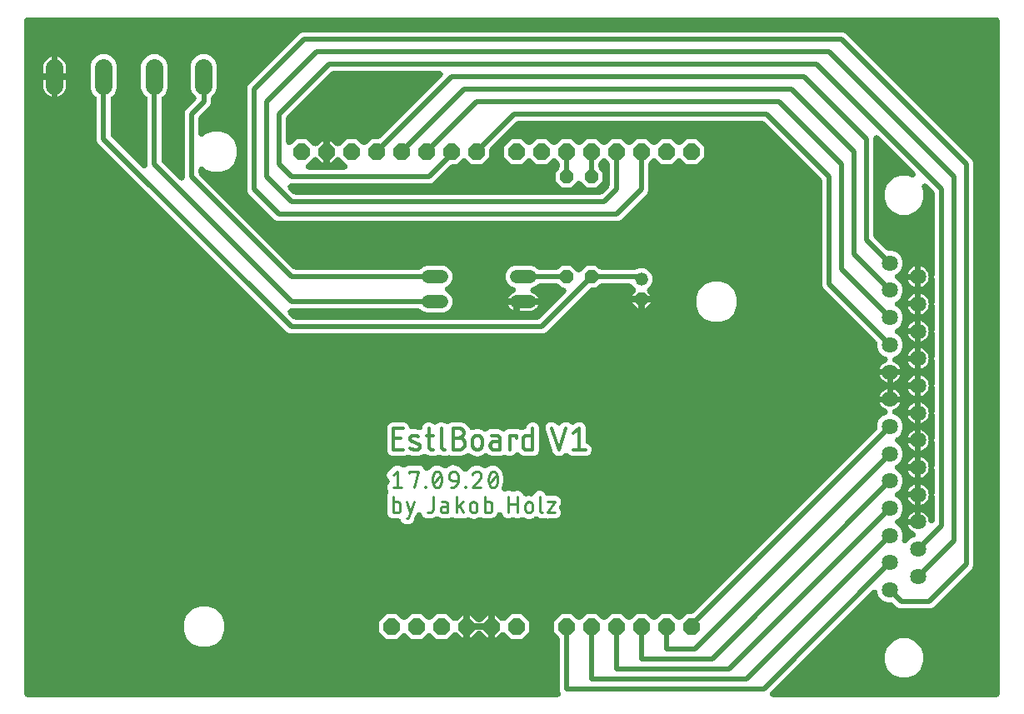
<source format=gbr>
G04 EAGLE Gerber X2 export*
%TF.Part,Single*%
%TF.FileFunction,Copper,L2,Bot,Mixed*%
%TF.FilePolarity,Positive*%
%TF.GenerationSoftware,Autodesk,EAGLE,9.6.2*%
%TF.CreationDate,2020-09-17T17:10:40Z*%
G75*
%MOMM*%
%FSLAX34Y34*%
%LPD*%
%INBottom Copper*%
%AMOC8*
5,1,8,0,0,1.08239X$1,22.5*%
G01*
%ADD10C,0.355600*%
%ADD11C,0.279400*%
%ADD12C,1.638300*%
%ADD13P,1.814519X8X22.500000*%
%ADD14C,1.790700*%
%ADD15P,1.429621X8X292.500000*%
%ADD16C,1.320800*%
%ADD17C,1.320800*%
%ADD18C,0.508000*%

G36*
X-234844Y4576D02*
X-234844Y4576D01*
X-234882Y4574D01*
X-235089Y4596D01*
X-235297Y4613D01*
X-235334Y4622D01*
X-235372Y4626D01*
X-235573Y4681D01*
X-235776Y4731D01*
X-235811Y4746D01*
X-235848Y4757D01*
X-236038Y4844D01*
X-236230Y4926D01*
X-236262Y4946D01*
X-236296Y4962D01*
X-236470Y5079D01*
X-236646Y5191D01*
X-236674Y5216D01*
X-236706Y5238D01*
X-236858Y5381D01*
X-237013Y5520D01*
X-237037Y5549D01*
X-237065Y5575D01*
X-237192Y5741D01*
X-237323Y5904D01*
X-237342Y5937D01*
X-237366Y5967D01*
X-237464Y6151D01*
X-237567Y6332D01*
X-237581Y6368D01*
X-237599Y6402D01*
X-237666Y6599D01*
X-237739Y6795D01*
X-237746Y6832D01*
X-237759Y6868D01*
X-237794Y7075D01*
X-237834Y7279D01*
X-237835Y7317D01*
X-237841Y7355D01*
X-237843Y7564D01*
X-237849Y7772D01*
X-237844Y7810D01*
X-237844Y7848D01*
X-237812Y8055D01*
X-237785Y8261D01*
X-237774Y8298D01*
X-237768Y8335D01*
X-237702Y8534D01*
X-237642Y8733D01*
X-237625Y8768D01*
X-237613Y8804D01*
X-237517Y8989D01*
X-237425Y9177D01*
X-237403Y9208D01*
X-237386Y9242D01*
X-237328Y9314D01*
X-237140Y9579D01*
X-237019Y9701D01*
X-236960Y9775D01*
X-133790Y112945D01*
X-133761Y112969D01*
X-133736Y112998D01*
X-133573Y113129D01*
X-133414Y113264D01*
X-133382Y113284D01*
X-133352Y113308D01*
X-133171Y113411D01*
X-132992Y113519D01*
X-132956Y113533D01*
X-132923Y113552D01*
X-132727Y113625D01*
X-132534Y113702D01*
X-132497Y113710D01*
X-132461Y113724D01*
X-132256Y113764D01*
X-132052Y113809D01*
X-132014Y113811D01*
X-131976Y113818D01*
X-131769Y113825D01*
X-131559Y113836D01*
X-131521Y113832D01*
X-131483Y113834D01*
X-131277Y113806D01*
X-131069Y113784D01*
X-131032Y113774D01*
X-130994Y113769D01*
X-130794Y113709D01*
X-130593Y113654D01*
X-130559Y113638D01*
X-130522Y113627D01*
X-130335Y113535D01*
X-130145Y113448D01*
X-130113Y113427D01*
X-130079Y113410D01*
X-129909Y113289D01*
X-129735Y113172D01*
X-129708Y113146D01*
X-129677Y113124D01*
X-129528Y112978D01*
X-129376Y112835D01*
X-129353Y112804D01*
X-129326Y112778D01*
X-129203Y112609D01*
X-129076Y112443D01*
X-129058Y112410D01*
X-129035Y112379D01*
X-128941Y112192D01*
X-128842Y112008D01*
X-128830Y111972D01*
X-128813Y111938D01*
X-128750Y111739D01*
X-128682Y111542D01*
X-128676Y111504D01*
X-128665Y111468D01*
X-128654Y111375D01*
X-128600Y111055D01*
X-128599Y110883D01*
X-128588Y110790D01*
X-128588Y110745D01*
X-126645Y106054D01*
X-123054Y102463D01*
X-118363Y100520D01*
X-114381Y100520D01*
X-114267Y100511D01*
X-114153Y100511D01*
X-114022Y100491D01*
X-113889Y100480D01*
X-113778Y100452D01*
X-113666Y100435D01*
X-113539Y100393D01*
X-113410Y100361D01*
X-113306Y100316D01*
X-113197Y100280D01*
X-113079Y100219D01*
X-112957Y100167D01*
X-112861Y100105D01*
X-112759Y100053D01*
X-112686Y99994D01*
X-112541Y99902D01*
X-112299Y99685D01*
X-112226Y99627D01*
X-108169Y95570D01*
X-105555Y94487D01*
X-74785Y94487D01*
X-72171Y95570D01*
X-32070Y135671D01*
X-30987Y138285D01*
X-30987Y547515D01*
X-32070Y550129D01*
X-161071Y679130D01*
X-163685Y680213D01*
X-712615Y680213D01*
X-715229Y679130D01*
X-768030Y626329D01*
X-769113Y623715D01*
X-769113Y519285D01*
X-768030Y516671D01*
X-740629Y489270D01*
X-738015Y488187D01*
X-392285Y488187D01*
X-389671Y489270D01*
X-387242Y491699D01*
X-387241Y491700D01*
X-364700Y514241D01*
X-364699Y514242D01*
X-362270Y516671D01*
X-361187Y519285D01*
X-361187Y546330D01*
X-361178Y546443D01*
X-361179Y546558D01*
X-361158Y546689D01*
X-361147Y546821D01*
X-361120Y546932D01*
X-361102Y547045D01*
X-361061Y547171D01*
X-361029Y547300D01*
X-360984Y547405D01*
X-360948Y547514D01*
X-360887Y547631D01*
X-360834Y547754D01*
X-360773Y547850D01*
X-360720Y547951D01*
X-360661Y548025D01*
X-360569Y548170D01*
X-360353Y548412D01*
X-360295Y548484D01*
X-357755Y551025D01*
X-357697Y551074D01*
X-357645Y551129D01*
X-357509Y551233D01*
X-357379Y551344D01*
X-357313Y551383D01*
X-357253Y551430D01*
X-357103Y551510D01*
X-356956Y551599D01*
X-356886Y551627D01*
X-356818Y551663D01*
X-356657Y551718D01*
X-356498Y551782D01*
X-356424Y551798D01*
X-356352Y551823D01*
X-356183Y551852D01*
X-356017Y551888D01*
X-355940Y551893D01*
X-355865Y551905D01*
X-355694Y551907D01*
X-355524Y551916D01*
X-355448Y551908D01*
X-355372Y551909D01*
X-355203Y551882D01*
X-355033Y551864D01*
X-354960Y551844D01*
X-354885Y551832D01*
X-354722Y551778D01*
X-354558Y551733D01*
X-354488Y551701D01*
X-354416Y551678D01*
X-354264Y551599D01*
X-354109Y551528D01*
X-354046Y551485D01*
X-353978Y551450D01*
X-353896Y551384D01*
X-353700Y551252D01*
X-353527Y551090D01*
X-353445Y551025D01*
X-348266Y545845D01*
X-337534Y545845D01*
X-332355Y551025D01*
X-332297Y551074D01*
X-332245Y551129D01*
X-332109Y551233D01*
X-331979Y551344D01*
X-331913Y551383D01*
X-331853Y551430D01*
X-331703Y551510D01*
X-331556Y551599D01*
X-331486Y551627D01*
X-331418Y551663D01*
X-331257Y551718D01*
X-331098Y551782D01*
X-331024Y551798D01*
X-330952Y551823D01*
X-330783Y551852D01*
X-330617Y551888D01*
X-330540Y551893D01*
X-330465Y551905D01*
X-330294Y551907D01*
X-330124Y551916D01*
X-330048Y551908D01*
X-329972Y551909D01*
X-329803Y551882D01*
X-329633Y551864D01*
X-329560Y551844D01*
X-329485Y551832D01*
X-329322Y551778D01*
X-329158Y551733D01*
X-329088Y551701D01*
X-329016Y551678D01*
X-328865Y551599D01*
X-328709Y551528D01*
X-328646Y551485D01*
X-328578Y551450D01*
X-328496Y551384D01*
X-328300Y551252D01*
X-328127Y551090D01*
X-328045Y551025D01*
X-322866Y545845D01*
X-312134Y545845D01*
X-304545Y553434D01*
X-304545Y564166D01*
X-312134Y571755D01*
X-322866Y571755D01*
X-328045Y566575D01*
X-328103Y566526D01*
X-328156Y566471D01*
X-328291Y566367D01*
X-328421Y566256D01*
X-328487Y566217D01*
X-328547Y566170D01*
X-328697Y566090D01*
X-328844Y566001D01*
X-328915Y565973D01*
X-328982Y565937D01*
X-329143Y565882D01*
X-329302Y565818D01*
X-329376Y565802D01*
X-329448Y565777D01*
X-329617Y565748D01*
X-329784Y565712D01*
X-329860Y565707D01*
X-329935Y565695D01*
X-330106Y565693D01*
X-330276Y565684D01*
X-330352Y565692D01*
X-330428Y565691D01*
X-330597Y565718D01*
X-330767Y565736D01*
X-330840Y565756D01*
X-330915Y565768D01*
X-331078Y565822D01*
X-331242Y565867D01*
X-331312Y565899D01*
X-331384Y565922D01*
X-331535Y566001D01*
X-331691Y566072D01*
X-331754Y566115D01*
X-331822Y566150D01*
X-331904Y566216D01*
X-332100Y566348D01*
X-332272Y566510D01*
X-332355Y566575D01*
X-337534Y571755D01*
X-348266Y571755D01*
X-353445Y566575D01*
X-353503Y566526D01*
X-353556Y566471D01*
X-353691Y566367D01*
X-353821Y566256D01*
X-353887Y566217D01*
X-353947Y566170D01*
X-354097Y566090D01*
X-354244Y566001D01*
X-354315Y565973D01*
X-354382Y565937D01*
X-354543Y565882D01*
X-354702Y565818D01*
X-354776Y565802D01*
X-354848Y565777D01*
X-355017Y565748D01*
X-355184Y565712D01*
X-355260Y565707D01*
X-355335Y565695D01*
X-355506Y565693D01*
X-355676Y565684D01*
X-355752Y565692D01*
X-355828Y565691D01*
X-355997Y565718D01*
X-356167Y565736D01*
X-356240Y565756D01*
X-356315Y565768D01*
X-356478Y565822D01*
X-356642Y565867D01*
X-356712Y565899D01*
X-356784Y565922D01*
X-356935Y566001D01*
X-357091Y566072D01*
X-357154Y566115D01*
X-357222Y566150D01*
X-357304Y566216D01*
X-357500Y566348D01*
X-357672Y566510D01*
X-357755Y566575D01*
X-362934Y571755D01*
X-373666Y571755D01*
X-378845Y566575D01*
X-378903Y566526D01*
X-378956Y566471D01*
X-379091Y566367D01*
X-379221Y566256D01*
X-379287Y566217D01*
X-379347Y566170D01*
X-379497Y566090D01*
X-379644Y566001D01*
X-379715Y565973D01*
X-379782Y565937D01*
X-379943Y565882D01*
X-380102Y565818D01*
X-380176Y565802D01*
X-380248Y565777D01*
X-380417Y565748D01*
X-380584Y565712D01*
X-380660Y565707D01*
X-380735Y565695D01*
X-380906Y565693D01*
X-381076Y565684D01*
X-381152Y565692D01*
X-381228Y565691D01*
X-381397Y565718D01*
X-381567Y565736D01*
X-381640Y565756D01*
X-381715Y565768D01*
X-381878Y565822D01*
X-382042Y565867D01*
X-382112Y565899D01*
X-382184Y565922D01*
X-382335Y566001D01*
X-382491Y566072D01*
X-382554Y566115D01*
X-382622Y566150D01*
X-382704Y566216D01*
X-382900Y566348D01*
X-383072Y566510D01*
X-383155Y566575D01*
X-388334Y571755D01*
X-399066Y571755D01*
X-404245Y566575D01*
X-404303Y566526D01*
X-404356Y566471D01*
X-404491Y566367D01*
X-404621Y566256D01*
X-404687Y566217D01*
X-404747Y566170D01*
X-404897Y566090D01*
X-405044Y566001D01*
X-405115Y565973D01*
X-405182Y565937D01*
X-405343Y565882D01*
X-405502Y565818D01*
X-405576Y565802D01*
X-405648Y565777D01*
X-405817Y565748D01*
X-405984Y565712D01*
X-406060Y565707D01*
X-406135Y565695D01*
X-406306Y565693D01*
X-406476Y565684D01*
X-406552Y565692D01*
X-406628Y565691D01*
X-406797Y565718D01*
X-406967Y565736D01*
X-407040Y565756D01*
X-407115Y565768D01*
X-407278Y565822D01*
X-407442Y565867D01*
X-407512Y565899D01*
X-407584Y565922D01*
X-407735Y566001D01*
X-407891Y566072D01*
X-407954Y566115D01*
X-408022Y566150D01*
X-408104Y566216D01*
X-408300Y566348D01*
X-408472Y566510D01*
X-408555Y566575D01*
X-413734Y571755D01*
X-424466Y571755D01*
X-429645Y566575D01*
X-429703Y566526D01*
X-429755Y566471D01*
X-429891Y566367D01*
X-430021Y566256D01*
X-430087Y566217D01*
X-430147Y566170D01*
X-430297Y566090D01*
X-430444Y566001D01*
X-430514Y565973D01*
X-430582Y565937D01*
X-430743Y565882D01*
X-430902Y565818D01*
X-430976Y565802D01*
X-431048Y565777D01*
X-431217Y565748D01*
X-431383Y565712D01*
X-431460Y565707D01*
X-431535Y565695D01*
X-431706Y565693D01*
X-431876Y565684D01*
X-431952Y565692D01*
X-432028Y565691D01*
X-432197Y565718D01*
X-432367Y565736D01*
X-432440Y565756D01*
X-432515Y565768D01*
X-432678Y565822D01*
X-432842Y565867D01*
X-432912Y565899D01*
X-432984Y565922D01*
X-433135Y566001D01*
X-433291Y566072D01*
X-433354Y566115D01*
X-433422Y566150D01*
X-433504Y566216D01*
X-433700Y566348D01*
X-433873Y566510D01*
X-433955Y566575D01*
X-439134Y571755D01*
X-449866Y571755D01*
X-455045Y566575D01*
X-455103Y566526D01*
X-455155Y566471D01*
X-455291Y566367D01*
X-455421Y566256D01*
X-455487Y566217D01*
X-455547Y566170D01*
X-455697Y566090D01*
X-455844Y566001D01*
X-455914Y565973D01*
X-455982Y565937D01*
X-456143Y565882D01*
X-456302Y565818D01*
X-456376Y565802D01*
X-456448Y565777D01*
X-456617Y565748D01*
X-456783Y565712D01*
X-456860Y565707D01*
X-456935Y565695D01*
X-457106Y565693D01*
X-457276Y565684D01*
X-457352Y565692D01*
X-457428Y565691D01*
X-457597Y565718D01*
X-457767Y565736D01*
X-457840Y565756D01*
X-457915Y565768D01*
X-458078Y565822D01*
X-458242Y565867D01*
X-458312Y565899D01*
X-458384Y565922D01*
X-458535Y566001D01*
X-458691Y566072D01*
X-458754Y566115D01*
X-458822Y566150D01*
X-458904Y566216D01*
X-459100Y566348D01*
X-459273Y566510D01*
X-459355Y566575D01*
X-464534Y571755D01*
X-475266Y571755D01*
X-480445Y566575D01*
X-480503Y566526D01*
X-480555Y566471D01*
X-480691Y566367D01*
X-480821Y566256D01*
X-480887Y566217D01*
X-480947Y566170D01*
X-481097Y566090D01*
X-481244Y566001D01*
X-481314Y565973D01*
X-481382Y565937D01*
X-481543Y565882D01*
X-481702Y565818D01*
X-481776Y565802D01*
X-481848Y565777D01*
X-482017Y565748D01*
X-482183Y565712D01*
X-482260Y565707D01*
X-482335Y565695D01*
X-482506Y565693D01*
X-482676Y565684D01*
X-482752Y565692D01*
X-482828Y565691D01*
X-482997Y565718D01*
X-483167Y565736D01*
X-483240Y565756D01*
X-483315Y565768D01*
X-483478Y565822D01*
X-483642Y565867D01*
X-483712Y565899D01*
X-483784Y565922D01*
X-483935Y566001D01*
X-484091Y566072D01*
X-484154Y566115D01*
X-484222Y566150D01*
X-484304Y566216D01*
X-484500Y566348D01*
X-484673Y566510D01*
X-484755Y566575D01*
X-489934Y571755D01*
X-500666Y571755D01*
X-508255Y564166D01*
X-508255Y553434D01*
X-500666Y545845D01*
X-489934Y545845D01*
X-484755Y551025D01*
X-484697Y551074D01*
X-484644Y551129D01*
X-484509Y551233D01*
X-484379Y551344D01*
X-484313Y551383D01*
X-484253Y551430D01*
X-484103Y551510D01*
X-483956Y551599D01*
X-483885Y551627D01*
X-483818Y551663D01*
X-483657Y551718D01*
X-483498Y551782D01*
X-483424Y551798D01*
X-483352Y551823D01*
X-483183Y551852D01*
X-483016Y551888D01*
X-482940Y551893D01*
X-482865Y551905D01*
X-482694Y551907D01*
X-482524Y551916D01*
X-482448Y551908D01*
X-482372Y551909D01*
X-482203Y551882D01*
X-482033Y551864D01*
X-481960Y551844D01*
X-481885Y551832D01*
X-481722Y551778D01*
X-481558Y551733D01*
X-481488Y551701D01*
X-481416Y551678D01*
X-481265Y551599D01*
X-481109Y551528D01*
X-481046Y551485D01*
X-480978Y551450D01*
X-480896Y551384D01*
X-480700Y551252D01*
X-480528Y551090D01*
X-480445Y551025D01*
X-475266Y545845D01*
X-464534Y545845D01*
X-459355Y551025D01*
X-459297Y551074D01*
X-459244Y551129D01*
X-459109Y551233D01*
X-458979Y551344D01*
X-458914Y551383D01*
X-458853Y551430D01*
X-458703Y551510D01*
X-458556Y551599D01*
X-458485Y551627D01*
X-458418Y551663D01*
X-458257Y551718D01*
X-458098Y551782D01*
X-458024Y551798D01*
X-457952Y551823D01*
X-457783Y551852D01*
X-457616Y551888D01*
X-457540Y551893D01*
X-457465Y551905D01*
X-457294Y551907D01*
X-457124Y551916D01*
X-457048Y551908D01*
X-456972Y551909D01*
X-456803Y551882D01*
X-456633Y551864D01*
X-456560Y551844D01*
X-456485Y551832D01*
X-456322Y551778D01*
X-456158Y551733D01*
X-456088Y551701D01*
X-456016Y551678D01*
X-455865Y551599D01*
X-455709Y551528D01*
X-455646Y551485D01*
X-455578Y551450D01*
X-455496Y551384D01*
X-455300Y551252D01*
X-455128Y551090D01*
X-455045Y551025D01*
X-452505Y548484D01*
X-452431Y548397D01*
X-452350Y548317D01*
X-452272Y548210D01*
X-452186Y548109D01*
X-452127Y548011D01*
X-452060Y547918D01*
X-452000Y547800D01*
X-451931Y547686D01*
X-451889Y547580D01*
X-451837Y547478D01*
X-451797Y547351D01*
X-451748Y547228D01*
X-451723Y547116D01*
X-451689Y547008D01*
X-451679Y546914D01*
X-451641Y546746D01*
X-451623Y546422D01*
X-451613Y546330D01*
X-451613Y543356D01*
X-451622Y543242D01*
X-451621Y543128D01*
X-451642Y542996D01*
X-451653Y542864D01*
X-451680Y542753D01*
X-451698Y542640D01*
X-451739Y542514D01*
X-451771Y542385D01*
X-451816Y542280D01*
X-451852Y542172D01*
X-451914Y542054D01*
X-451966Y541932D01*
X-452027Y541836D01*
X-452080Y541734D01*
X-452139Y541661D01*
X-452231Y541516D01*
X-452447Y541274D01*
X-452505Y541201D01*
X-455677Y538030D01*
X-455677Y528770D01*
X-449130Y522223D01*
X-439870Y522223D01*
X-433955Y528139D01*
X-433897Y528188D01*
X-433844Y528244D01*
X-433709Y528348D01*
X-433579Y528458D01*
X-433513Y528498D01*
X-433453Y528544D01*
X-433303Y528625D01*
X-433156Y528713D01*
X-433085Y528741D01*
X-433018Y528777D01*
X-432857Y528833D01*
X-432698Y528896D01*
X-432624Y528913D01*
X-432552Y528937D01*
X-432383Y528966D01*
X-432216Y529003D01*
X-432140Y529007D01*
X-432065Y529020D01*
X-431894Y529021D01*
X-431724Y529031D01*
X-431648Y529023D01*
X-431572Y529023D01*
X-431403Y528996D01*
X-431233Y528978D01*
X-431160Y528958D01*
X-431085Y528946D01*
X-430922Y528893D01*
X-430758Y528848D01*
X-430688Y528816D01*
X-430616Y528792D01*
X-430465Y528713D01*
X-430309Y528642D01*
X-430246Y528599D01*
X-430178Y528564D01*
X-430096Y528499D01*
X-429900Y528367D01*
X-429728Y528205D01*
X-429645Y528139D01*
X-423730Y522223D01*
X-414470Y522223D01*
X-407923Y528770D01*
X-407923Y538030D01*
X-411095Y541201D01*
X-411169Y541288D01*
X-411250Y541368D01*
X-411328Y541476D01*
X-411414Y541577D01*
X-411473Y541675D01*
X-411540Y541767D01*
X-411600Y541886D01*
X-411669Y541999D01*
X-411711Y542105D01*
X-411763Y542207D01*
X-411803Y542334D01*
X-411852Y542458D01*
X-411877Y542569D01*
X-411911Y542678D01*
X-411921Y542771D01*
X-411959Y542939D01*
X-411977Y543263D01*
X-411987Y543356D01*
X-411987Y546330D01*
X-411978Y546443D01*
X-411979Y546558D01*
X-411958Y546689D01*
X-411947Y546822D01*
X-411920Y546932D01*
X-411902Y547045D01*
X-411861Y547171D01*
X-411829Y547300D01*
X-411784Y547405D01*
X-411748Y547514D01*
X-411686Y547632D01*
X-411634Y547754D01*
X-411573Y547850D01*
X-411520Y547951D01*
X-411461Y548025D01*
X-411369Y548170D01*
X-411153Y548412D01*
X-411095Y548485D01*
X-408555Y551025D01*
X-408497Y551074D01*
X-408445Y551129D01*
X-408309Y551233D01*
X-408179Y551344D01*
X-408113Y551383D01*
X-408053Y551430D01*
X-407903Y551510D01*
X-407756Y551599D01*
X-407685Y551627D01*
X-407618Y551663D01*
X-407457Y551718D01*
X-407298Y551782D01*
X-407224Y551798D01*
X-407152Y551823D01*
X-406983Y551852D01*
X-406817Y551888D01*
X-406740Y551893D01*
X-406665Y551905D01*
X-406494Y551907D01*
X-406324Y551916D01*
X-406248Y551908D01*
X-406172Y551909D01*
X-406003Y551882D01*
X-405833Y551864D01*
X-405760Y551844D01*
X-405685Y551832D01*
X-405522Y551778D01*
X-405358Y551733D01*
X-405288Y551701D01*
X-405216Y551678D01*
X-405065Y551599D01*
X-404909Y551528D01*
X-404846Y551485D01*
X-404778Y551450D01*
X-404696Y551384D01*
X-404500Y551252D01*
X-404328Y551090D01*
X-404245Y551025D01*
X-401705Y548484D01*
X-401631Y548398D01*
X-401550Y548317D01*
X-401472Y548210D01*
X-401386Y548109D01*
X-401327Y548011D01*
X-401260Y547918D01*
X-401200Y547800D01*
X-401131Y547686D01*
X-401089Y547580D01*
X-401037Y547478D01*
X-400997Y547351D01*
X-400948Y547228D01*
X-400923Y547117D01*
X-400889Y547008D01*
X-400879Y546914D01*
X-400841Y546746D01*
X-400823Y546422D01*
X-400813Y546330D01*
X-400813Y524908D01*
X-400822Y524795D01*
X-400821Y524680D01*
X-400842Y524549D01*
X-400853Y524417D01*
X-400880Y524306D01*
X-400898Y524193D01*
X-400939Y524067D01*
X-400971Y523938D01*
X-401016Y523833D01*
X-401052Y523724D01*
X-401114Y523607D01*
X-401166Y523484D01*
X-401227Y523388D01*
X-401280Y523287D01*
X-401339Y523213D01*
X-401431Y523068D01*
X-401647Y522826D01*
X-401705Y522754D01*
X-408454Y516005D01*
X-408541Y515931D01*
X-408621Y515850D01*
X-408728Y515772D01*
X-408830Y515686D01*
X-408928Y515627D01*
X-409020Y515560D01*
X-409138Y515500D01*
X-409252Y515431D01*
X-409358Y515389D01*
X-409460Y515337D01*
X-409587Y515297D01*
X-409710Y515248D01*
X-409822Y515223D01*
X-409931Y515189D01*
X-410024Y515179D01*
X-410192Y515141D01*
X-410516Y515123D01*
X-410608Y515113D01*
X-719692Y515113D01*
X-719805Y515122D01*
X-719920Y515121D01*
X-720051Y515142D01*
X-720183Y515153D01*
X-720294Y515180D01*
X-720407Y515198D01*
X-720533Y515239D01*
X-720662Y515271D01*
X-720767Y515316D01*
X-720876Y515352D01*
X-720993Y515414D01*
X-721116Y515466D01*
X-721212Y515527D01*
X-721313Y515580D01*
X-721387Y515639D01*
X-721532Y515731D01*
X-721773Y515947D01*
X-721846Y516005D01*
X-726926Y521085D01*
X-726951Y521114D01*
X-726979Y521140D01*
X-727110Y521302D01*
X-727246Y521461D01*
X-727266Y521494D01*
X-727289Y521524D01*
X-727393Y521705D01*
X-727500Y521884D01*
X-727515Y521919D01*
X-727533Y521952D01*
X-727606Y522148D01*
X-727684Y522342D01*
X-727692Y522379D01*
X-727705Y522415D01*
X-727745Y522620D01*
X-727790Y522824D01*
X-727792Y522862D01*
X-727800Y522899D01*
X-727806Y523107D01*
X-727818Y523316D01*
X-727814Y523354D01*
X-727815Y523392D01*
X-727788Y523599D01*
X-727766Y523807D01*
X-727756Y523843D01*
X-727751Y523881D01*
X-727690Y524081D01*
X-727635Y524282D01*
X-727619Y524317D01*
X-727608Y524354D01*
X-727517Y524541D01*
X-727429Y524731D01*
X-727408Y524763D01*
X-727391Y524797D01*
X-727271Y524966D01*
X-727154Y525140D01*
X-727128Y525168D01*
X-727106Y525199D01*
X-726959Y525347D01*
X-726816Y525500D01*
X-726786Y525523D01*
X-726759Y525550D01*
X-726590Y525673D01*
X-726425Y525800D01*
X-726391Y525818D01*
X-726360Y525840D01*
X-726174Y525934D01*
X-725990Y526033D01*
X-725954Y526046D01*
X-725920Y526063D01*
X-725721Y526125D01*
X-725523Y526193D01*
X-725486Y526199D01*
X-725449Y526211D01*
X-725357Y526221D01*
X-725037Y526276D01*
X-724865Y526277D01*
X-724772Y526287D01*
X-582785Y526287D01*
X-580171Y527370D01*
X-562588Y544953D01*
X-562501Y545027D01*
X-562421Y545108D01*
X-562314Y545186D01*
X-562212Y545272D01*
X-562114Y545331D01*
X-562022Y545398D01*
X-561904Y545458D01*
X-561790Y545527D01*
X-561684Y545569D01*
X-561582Y545621D01*
X-561455Y545661D01*
X-561332Y545710D01*
X-561220Y545735D01*
X-561111Y545769D01*
X-561018Y545779D01*
X-560850Y545817D01*
X-560526Y545835D01*
X-560434Y545845D01*
X-555974Y545845D01*
X-550795Y551025D01*
X-550737Y551074D01*
X-550685Y551129D01*
X-550549Y551233D01*
X-550419Y551344D01*
X-550353Y551383D01*
X-550293Y551430D01*
X-550143Y551510D01*
X-549996Y551599D01*
X-549926Y551627D01*
X-549858Y551663D01*
X-549697Y551718D01*
X-549538Y551782D01*
X-549464Y551798D01*
X-549392Y551823D01*
X-549223Y551852D01*
X-549057Y551888D01*
X-548980Y551893D01*
X-548905Y551905D01*
X-548734Y551907D01*
X-548564Y551916D01*
X-548488Y551908D01*
X-548412Y551909D01*
X-548243Y551882D01*
X-548073Y551864D01*
X-548000Y551844D01*
X-547925Y551832D01*
X-547762Y551778D01*
X-547598Y551733D01*
X-547528Y551701D01*
X-547456Y551678D01*
X-547305Y551599D01*
X-547149Y551528D01*
X-547086Y551485D01*
X-547018Y551450D01*
X-546936Y551384D01*
X-546740Y551252D01*
X-546567Y551090D01*
X-546485Y551025D01*
X-541306Y545845D01*
X-530574Y545845D01*
X-522985Y553434D01*
X-522985Y560434D01*
X-522976Y560547D01*
X-522977Y560662D01*
X-522956Y560793D01*
X-522945Y560925D01*
X-522918Y561036D01*
X-522900Y561149D01*
X-522859Y561275D01*
X-522827Y561404D01*
X-522782Y561509D01*
X-522746Y561618D01*
X-522685Y561735D01*
X-522632Y561858D01*
X-522571Y561954D01*
X-522518Y562055D01*
X-522459Y562129D01*
X-522367Y562274D01*
X-522151Y562516D01*
X-522093Y562588D01*
X-495786Y588895D01*
X-495699Y588969D01*
X-495619Y589050D01*
X-495512Y589128D01*
X-495410Y589214D01*
X-495312Y589273D01*
X-495220Y589340D01*
X-495102Y589400D01*
X-494988Y589469D01*
X-494882Y589511D01*
X-494780Y589563D01*
X-494653Y589603D01*
X-494530Y589652D01*
X-494418Y589677D01*
X-494309Y589711D01*
X-494216Y589721D01*
X-494048Y589759D01*
X-493724Y589777D01*
X-493632Y589787D01*
X-245508Y589787D01*
X-245395Y589778D01*
X-245280Y589779D01*
X-245149Y589758D01*
X-245017Y589747D01*
X-244906Y589720D01*
X-244793Y589702D01*
X-244667Y589661D01*
X-244538Y589629D01*
X-244433Y589584D01*
X-244324Y589548D01*
X-244207Y589486D01*
X-244084Y589434D01*
X-243988Y589373D01*
X-243887Y589320D01*
X-243813Y589261D01*
X-243668Y589169D01*
X-243426Y588953D01*
X-243354Y588895D01*
X-185805Y531346D01*
X-185731Y531259D01*
X-185650Y531179D01*
X-185572Y531072D01*
X-185486Y530970D01*
X-185427Y530872D01*
X-185360Y530780D01*
X-185300Y530662D01*
X-185231Y530548D01*
X-185189Y530442D01*
X-185137Y530340D01*
X-185097Y530213D01*
X-185048Y530090D01*
X-185023Y529978D01*
X-184989Y529869D01*
X-184979Y529776D01*
X-184941Y529608D01*
X-184923Y529284D01*
X-184913Y529192D01*
X-184913Y423019D01*
X-183830Y420405D01*
X-129481Y366056D01*
X-129407Y365969D01*
X-129326Y365889D01*
X-129247Y365781D01*
X-129161Y365680D01*
X-129102Y365582D01*
X-129035Y365490D01*
X-128975Y365371D01*
X-128907Y365257D01*
X-128864Y365151D01*
X-128813Y365049D01*
X-128773Y364923D01*
X-128724Y364799D01*
X-128699Y364688D01*
X-128665Y364579D01*
X-128654Y364485D01*
X-128617Y364318D01*
X-128599Y363993D01*
X-128588Y363901D01*
X-128588Y359919D01*
X-126645Y355228D01*
X-123054Y351637D01*
X-119955Y350353D01*
X-119808Y350278D01*
X-119657Y350210D01*
X-119589Y350165D01*
X-119516Y350128D01*
X-119383Y350030D01*
X-119245Y349939D01*
X-119185Y349884D01*
X-119119Y349835D01*
X-119004Y349717D01*
X-118882Y349605D01*
X-118832Y349541D01*
X-118775Y349482D01*
X-118680Y349346D01*
X-118578Y349217D01*
X-118539Y349145D01*
X-118492Y349078D01*
X-118420Y348929D01*
X-118340Y348784D01*
X-118313Y348707D01*
X-118278Y348633D01*
X-118231Y348475D01*
X-118176Y348319D01*
X-118161Y348239D01*
X-118138Y348160D01*
X-118118Y347996D01*
X-118088Y347834D01*
X-118087Y347752D01*
X-118077Y347671D01*
X-118083Y347506D01*
X-118080Y347340D01*
X-118092Y347259D01*
X-118095Y347178D01*
X-118128Y347016D01*
X-118152Y346852D01*
X-118177Y346774D01*
X-118193Y346694D01*
X-118252Y346539D01*
X-118302Y346382D01*
X-118339Y346309D01*
X-118368Y346233D01*
X-118451Y346089D01*
X-118525Y345942D01*
X-118573Y345876D01*
X-118614Y345806D01*
X-118719Y345678D01*
X-118817Y345544D01*
X-118875Y345487D01*
X-118927Y345424D01*
X-119051Y345314D01*
X-119169Y345199D01*
X-119222Y345163D01*
X-119297Y345097D01*
X-119714Y344835D01*
X-119729Y344829D01*
X-119738Y344823D01*
X-121449Y343951D01*
X-122816Y342958D01*
X-124010Y341764D01*
X-125003Y340397D01*
X-125770Y338892D01*
X-126118Y337819D01*
X-115824Y337819D01*
X-105530Y337819D01*
X-105878Y338892D01*
X-106645Y340397D01*
X-107638Y341764D01*
X-108832Y342958D01*
X-110199Y343951D01*
X-111910Y344823D01*
X-112051Y344909D01*
X-112196Y344989D01*
X-112261Y345039D01*
X-112330Y345082D01*
X-112455Y345190D01*
X-112586Y345291D01*
X-112641Y345351D01*
X-112703Y345405D01*
X-112809Y345532D01*
X-112921Y345653D01*
X-112966Y345721D01*
X-113019Y345784D01*
X-113102Y345926D01*
X-113194Y346064D01*
X-113228Y346139D01*
X-113269Y346209D01*
X-113329Y346363D01*
X-113397Y346514D01*
X-113418Y346593D01*
X-113447Y346669D01*
X-113482Y346831D01*
X-113524Y346990D01*
X-113532Y347072D01*
X-113549Y347152D01*
X-113557Y347317D01*
X-113573Y347481D01*
X-113568Y347563D01*
X-113572Y347644D01*
X-113553Y347809D01*
X-113543Y347974D01*
X-113525Y348053D01*
X-113515Y348134D01*
X-113470Y348294D01*
X-113433Y348455D01*
X-113402Y348530D01*
X-113380Y348609D01*
X-113309Y348758D01*
X-113247Y348912D01*
X-113204Y348981D01*
X-113169Y349055D01*
X-113076Y349191D01*
X-112990Y349332D01*
X-112936Y349394D01*
X-112890Y349462D01*
X-112776Y349581D01*
X-112668Y349706D01*
X-112605Y349759D01*
X-112549Y349818D01*
X-112417Y349917D01*
X-112290Y350023D01*
X-112234Y350054D01*
X-112154Y350114D01*
X-111717Y350343D01*
X-111702Y350348D01*
X-111693Y350353D01*
X-108594Y351637D01*
X-105003Y355228D01*
X-103060Y359919D01*
X-103060Y364997D01*
X-105003Y369688D01*
X-108594Y373279D01*
X-109093Y373486D01*
X-109127Y373503D01*
X-109163Y373516D01*
X-109346Y373616D01*
X-109532Y373711D01*
X-109562Y373733D01*
X-109596Y373752D01*
X-109761Y373880D01*
X-109929Y374004D01*
X-109955Y374031D01*
X-109985Y374054D01*
X-110128Y374208D01*
X-110273Y374357D01*
X-110295Y374388D01*
X-110321Y374416D01*
X-110437Y374590D01*
X-110556Y374761D01*
X-110573Y374795D01*
X-110594Y374827D01*
X-110680Y375018D01*
X-110770Y375205D01*
X-110781Y375242D01*
X-110797Y375277D01*
X-110851Y375479D01*
X-110910Y375679D01*
X-110914Y375716D01*
X-110924Y375753D01*
X-110945Y375960D01*
X-110971Y376168D01*
X-110970Y376206D01*
X-110973Y376244D01*
X-110960Y376452D01*
X-110953Y376661D01*
X-110945Y376699D01*
X-110943Y376737D01*
X-110896Y376940D01*
X-110855Y377145D01*
X-110841Y377180D01*
X-110833Y377218D01*
X-110754Y377410D01*
X-110680Y377606D01*
X-110661Y377639D01*
X-110647Y377675D01*
X-110538Y377852D01*
X-110434Y378033D01*
X-110409Y378063D01*
X-110389Y378095D01*
X-110253Y378254D01*
X-110121Y378415D01*
X-110093Y378440D01*
X-110068Y378469D01*
X-109907Y378604D01*
X-109751Y378742D01*
X-109719Y378762D01*
X-109690Y378786D01*
X-109608Y378831D01*
X-109334Y379004D01*
X-109175Y379071D01*
X-109093Y379116D01*
X-108594Y379323D01*
X-105003Y382914D01*
X-103060Y387605D01*
X-103060Y392683D01*
X-105003Y397374D01*
X-108594Y400965D01*
X-109093Y401172D01*
X-109127Y401189D01*
X-109163Y401202D01*
X-109346Y401302D01*
X-109532Y401397D01*
X-109562Y401419D01*
X-109596Y401438D01*
X-109761Y401566D01*
X-109929Y401690D01*
X-109955Y401717D01*
X-109985Y401740D01*
X-110128Y401894D01*
X-110273Y402043D01*
X-110295Y402074D01*
X-110321Y402102D01*
X-110437Y402276D01*
X-110556Y402447D01*
X-110573Y402481D01*
X-110594Y402513D01*
X-110680Y402704D01*
X-110770Y402891D01*
X-110781Y402928D01*
X-110797Y402963D01*
X-110851Y403165D01*
X-110910Y403365D01*
X-110914Y403402D01*
X-110924Y403439D01*
X-110945Y403646D01*
X-110971Y403854D01*
X-110970Y403892D01*
X-110973Y403930D01*
X-110960Y404138D01*
X-110953Y404347D01*
X-110945Y404385D01*
X-110943Y404423D01*
X-110896Y404626D01*
X-110855Y404831D01*
X-110841Y404866D01*
X-110833Y404904D01*
X-110754Y405096D01*
X-110680Y405292D01*
X-110661Y405325D01*
X-110647Y405361D01*
X-110538Y405538D01*
X-110434Y405719D01*
X-110409Y405749D01*
X-110389Y405781D01*
X-110253Y405940D01*
X-110121Y406101D01*
X-110093Y406126D01*
X-110068Y406155D01*
X-109907Y406290D01*
X-109751Y406428D01*
X-109719Y406448D01*
X-109690Y406472D01*
X-109608Y406517D01*
X-109334Y406690D01*
X-109175Y406757D01*
X-109093Y406802D01*
X-108594Y407009D01*
X-105003Y410600D01*
X-103060Y415291D01*
X-103060Y420369D01*
X-105003Y425060D01*
X-108594Y428651D01*
X-109093Y428858D01*
X-109127Y428875D01*
X-109163Y428888D01*
X-109346Y428988D01*
X-109532Y429083D01*
X-109562Y429105D01*
X-109596Y429124D01*
X-109761Y429252D01*
X-109929Y429376D01*
X-109955Y429403D01*
X-109985Y429426D01*
X-110128Y429580D01*
X-110273Y429729D01*
X-110295Y429760D01*
X-110321Y429788D01*
X-110437Y429962D01*
X-110556Y430133D01*
X-110573Y430167D01*
X-110594Y430199D01*
X-110680Y430390D01*
X-110770Y430577D01*
X-110781Y430614D01*
X-110797Y430649D01*
X-110851Y430851D01*
X-110910Y431051D01*
X-110914Y431088D01*
X-110924Y431125D01*
X-110945Y431332D01*
X-110971Y431540D01*
X-110970Y431578D01*
X-110973Y431616D01*
X-110960Y431824D01*
X-110953Y432033D01*
X-110945Y432071D01*
X-110943Y432109D01*
X-110896Y432312D01*
X-110855Y432517D01*
X-110841Y432552D01*
X-110833Y432590D01*
X-110754Y432782D01*
X-110680Y432978D01*
X-110661Y433011D01*
X-110647Y433047D01*
X-110538Y433224D01*
X-110434Y433405D01*
X-110409Y433435D01*
X-110389Y433467D01*
X-110253Y433626D01*
X-110121Y433787D01*
X-110093Y433812D01*
X-110068Y433841D01*
X-109907Y433976D01*
X-109751Y434114D01*
X-109719Y434134D01*
X-109690Y434158D01*
X-109608Y434203D01*
X-109334Y434376D01*
X-109175Y434443D01*
X-109093Y434488D01*
X-108594Y434695D01*
X-105003Y438286D01*
X-103060Y442977D01*
X-103060Y448055D01*
X-105003Y452746D01*
X-108594Y456337D01*
X-113285Y458280D01*
X-117267Y458280D01*
X-117381Y458289D01*
X-117495Y458289D01*
X-117626Y458309D01*
X-117759Y458320D01*
X-117870Y458348D01*
X-117982Y458365D01*
X-118109Y458407D01*
X-118238Y458439D01*
X-118342Y458484D01*
X-118451Y458520D01*
X-118569Y458581D01*
X-118691Y458633D01*
X-118787Y458695D01*
X-118889Y458747D01*
X-118962Y458806D01*
X-119107Y458898D01*
X-119349Y459115D01*
X-119422Y459173D01*
X-131695Y471446D01*
X-131769Y471533D01*
X-131850Y471613D01*
X-131928Y471720D01*
X-132014Y471822D01*
X-132073Y471920D01*
X-132140Y472012D01*
X-132200Y472130D01*
X-132269Y472244D01*
X-132311Y472350D01*
X-132363Y472452D01*
X-132403Y472579D01*
X-132452Y472702D01*
X-132477Y472814D01*
X-132511Y472923D01*
X-132521Y473016D01*
X-132559Y473184D01*
X-132577Y473508D01*
X-132587Y473600D01*
X-132587Y572372D01*
X-132584Y572410D01*
X-132586Y572448D01*
X-132564Y572655D01*
X-132547Y572863D01*
X-132538Y572900D01*
X-132534Y572938D01*
X-132479Y573139D01*
X-132429Y573342D01*
X-132414Y573377D01*
X-132403Y573414D01*
X-132316Y573604D01*
X-132234Y573796D01*
X-132214Y573828D01*
X-132198Y573862D01*
X-132081Y574036D01*
X-131969Y574212D01*
X-131944Y574240D01*
X-131922Y574272D01*
X-131779Y574424D01*
X-131640Y574579D01*
X-131611Y574603D01*
X-131585Y574631D01*
X-131419Y574758D01*
X-131256Y574889D01*
X-131223Y574908D01*
X-131193Y574932D01*
X-131009Y575030D01*
X-130828Y575133D01*
X-130792Y575147D01*
X-130758Y575165D01*
X-130561Y575232D01*
X-130365Y575305D01*
X-130328Y575312D01*
X-130292Y575325D01*
X-130085Y575360D01*
X-129881Y575400D01*
X-129843Y575401D01*
X-129805Y575407D01*
X-129596Y575409D01*
X-129388Y575415D01*
X-129350Y575410D01*
X-129312Y575410D01*
X-129105Y575378D01*
X-128899Y575351D01*
X-128862Y575340D01*
X-128825Y575334D01*
X-128626Y575268D01*
X-128427Y575208D01*
X-128392Y575191D01*
X-128356Y575179D01*
X-128171Y575083D01*
X-127983Y574991D01*
X-127952Y574969D01*
X-127918Y574952D01*
X-127846Y574894D01*
X-127581Y574706D01*
X-127459Y574585D01*
X-127385Y574526D01*
X-90766Y537907D01*
X-90674Y537799D01*
X-90574Y537697D01*
X-90514Y537611D01*
X-90447Y537531D01*
X-90373Y537409D01*
X-90291Y537292D01*
X-90246Y537198D01*
X-90192Y537109D01*
X-90139Y536976D01*
X-90077Y536848D01*
X-90048Y536748D01*
X-90009Y536651D01*
X-89978Y536511D01*
X-89938Y536375D01*
X-89925Y536271D01*
X-89902Y536169D01*
X-89894Y536026D01*
X-89876Y535885D01*
X-89880Y535781D01*
X-89875Y535676D01*
X-89890Y535534D01*
X-89895Y535392D01*
X-89916Y535290D01*
X-89927Y535186D01*
X-89964Y535048D01*
X-89993Y534909D01*
X-90030Y534811D01*
X-90057Y534710D01*
X-90117Y534580D01*
X-90167Y534447D01*
X-90219Y534357D01*
X-90263Y534262D01*
X-90343Y534143D01*
X-90414Y534020D01*
X-90480Y533939D01*
X-90539Y533852D01*
X-90636Y533749D01*
X-90726Y533638D01*
X-90805Y533569D01*
X-90876Y533493D01*
X-90989Y533406D01*
X-91096Y533312D01*
X-91185Y533256D01*
X-91268Y533193D01*
X-91393Y533125D01*
X-91514Y533049D01*
X-91610Y533009D01*
X-91702Y532959D01*
X-91837Y532913D01*
X-91969Y532858D01*
X-92070Y532833D01*
X-92169Y532799D01*
X-92310Y532775D01*
X-92448Y532742D01*
X-92552Y532734D01*
X-92656Y532717D01*
X-92798Y532716D01*
X-92940Y532705D01*
X-93044Y532714D01*
X-93149Y532714D01*
X-93290Y532736D01*
X-93432Y532748D01*
X-93507Y532770D01*
X-93636Y532790D01*
X-94049Y532926D01*
X-94087Y532937D01*
X-97659Y534417D01*
X-105541Y534417D01*
X-112823Y531400D01*
X-118396Y525827D01*
X-121413Y518545D01*
X-121413Y510663D01*
X-118396Y503381D01*
X-112823Y497808D01*
X-105541Y494791D01*
X-97659Y494791D01*
X-90377Y497808D01*
X-84804Y503381D01*
X-81787Y510663D01*
X-81787Y518545D01*
X-83267Y522117D01*
X-83311Y522253D01*
X-83363Y522385D01*
X-83386Y522487D01*
X-83418Y522587D01*
X-83439Y522727D01*
X-83470Y522867D01*
X-83476Y522971D01*
X-83492Y523074D01*
X-83490Y523217D01*
X-83498Y523359D01*
X-83487Y523463D01*
X-83486Y523568D01*
X-83461Y523708D01*
X-83446Y523850D01*
X-83418Y523951D01*
X-83400Y524054D01*
X-83353Y524188D01*
X-83315Y524326D01*
X-83271Y524421D01*
X-83237Y524519D01*
X-83169Y524644D01*
X-83109Y524774D01*
X-83051Y524861D01*
X-83001Y524952D01*
X-82913Y525065D01*
X-82834Y525183D01*
X-82762Y525259D01*
X-82698Y525342D01*
X-82594Y525439D01*
X-82496Y525543D01*
X-82413Y525606D01*
X-82337Y525677D01*
X-82218Y525756D01*
X-82105Y525843D01*
X-82013Y525892D01*
X-81925Y525950D01*
X-81796Y526009D01*
X-81670Y526076D01*
X-81571Y526110D01*
X-81476Y526153D01*
X-81338Y526190D01*
X-81203Y526236D01*
X-81100Y526254D01*
X-80999Y526281D01*
X-80858Y526295D01*
X-80717Y526319D01*
X-80612Y526320D01*
X-80508Y526330D01*
X-80366Y526321D01*
X-80224Y526322D01*
X-80120Y526306D01*
X-80016Y526299D01*
X-79877Y526267D01*
X-79736Y526245D01*
X-79637Y526213D01*
X-79535Y526189D01*
X-79403Y526136D01*
X-79268Y526091D01*
X-79175Y526043D01*
X-79078Y526003D01*
X-78956Y525929D01*
X-78830Y525863D01*
X-78769Y525814D01*
X-78657Y525746D01*
X-78328Y525463D01*
X-78297Y525438D01*
X-71505Y518646D01*
X-71488Y518626D01*
X-71471Y518611D01*
X-71422Y518551D01*
X-71350Y518479D01*
X-71272Y518372D01*
X-71186Y518270D01*
X-71127Y518172D01*
X-71060Y518080D01*
X-71000Y517962D01*
X-70931Y517848D01*
X-70889Y517742D01*
X-70837Y517640D01*
X-70797Y517513D01*
X-70748Y517390D01*
X-70723Y517278D01*
X-70689Y517169D01*
X-70679Y517076D01*
X-70641Y516908D01*
X-70623Y516584D01*
X-70613Y516492D01*
X-70613Y433158D01*
X-70613Y433151D01*
X-70613Y433143D01*
X-70633Y432904D01*
X-70653Y432666D01*
X-70655Y432659D01*
X-70655Y432651D01*
X-70714Y432420D01*
X-70771Y432188D01*
X-70774Y432181D01*
X-70776Y432173D01*
X-70872Y431954D01*
X-70966Y431734D01*
X-70970Y431728D01*
X-70973Y431721D01*
X-71006Y431670D01*
X-70953Y431565D01*
X-70843Y431350D01*
X-70841Y431343D01*
X-70837Y431336D01*
X-70765Y431107D01*
X-70692Y430880D01*
X-70691Y430873D01*
X-70689Y430866D01*
X-70685Y430832D01*
X-70620Y430393D01*
X-70624Y430290D01*
X-70613Y430188D01*
X-70613Y405472D01*
X-70613Y405465D01*
X-70613Y405457D01*
X-70633Y405218D01*
X-70653Y404980D01*
X-70655Y404973D01*
X-70655Y404965D01*
X-70714Y404732D01*
X-70771Y404502D01*
X-70774Y404495D01*
X-70776Y404487D01*
X-70872Y404268D01*
X-70966Y404048D01*
X-70970Y404042D01*
X-70973Y404035D01*
X-71006Y403984D01*
X-70953Y403879D01*
X-70843Y403664D01*
X-70841Y403657D01*
X-70837Y403650D01*
X-70765Y403421D01*
X-70692Y403194D01*
X-70691Y403187D01*
X-70689Y403180D01*
X-70685Y403146D01*
X-70620Y402707D01*
X-70624Y402604D01*
X-70613Y402502D01*
X-70613Y377786D01*
X-70613Y377779D01*
X-70613Y377771D01*
X-70633Y377532D01*
X-70653Y377294D01*
X-70655Y377287D01*
X-70655Y377279D01*
X-70714Y377048D01*
X-70771Y376816D01*
X-70774Y376809D01*
X-70776Y376801D01*
X-70872Y376582D01*
X-70966Y376362D01*
X-70970Y376356D01*
X-70973Y376349D01*
X-71006Y376298D01*
X-70953Y376193D01*
X-70843Y375978D01*
X-70841Y375971D01*
X-70837Y375964D01*
X-70765Y375735D01*
X-70692Y375508D01*
X-70691Y375501D01*
X-70689Y375494D01*
X-70685Y375460D01*
X-70620Y375021D01*
X-70624Y374918D01*
X-70613Y374816D01*
X-70613Y350100D01*
X-70613Y350092D01*
X-70613Y350085D01*
X-70633Y349846D01*
X-70653Y349608D01*
X-70655Y349601D01*
X-70655Y349593D01*
X-70715Y349359D01*
X-70771Y349130D01*
X-70774Y349122D01*
X-70776Y349115D01*
X-70872Y348896D01*
X-70966Y348676D01*
X-70970Y348670D01*
X-70973Y348663D01*
X-71006Y348612D01*
X-70953Y348507D01*
X-70843Y348292D01*
X-70841Y348285D01*
X-70837Y348278D01*
X-70765Y348049D01*
X-70692Y347822D01*
X-70691Y347815D01*
X-70689Y347808D01*
X-70685Y347774D01*
X-70620Y347335D01*
X-70624Y347232D01*
X-70613Y347130D01*
X-70613Y322414D01*
X-70613Y322407D01*
X-70613Y322399D01*
X-70633Y322160D01*
X-70653Y321922D01*
X-70655Y321915D01*
X-70655Y321907D01*
X-70715Y321673D01*
X-70771Y321444D01*
X-70774Y321437D01*
X-70776Y321429D01*
X-70873Y321207D01*
X-70966Y320990D01*
X-70970Y320984D01*
X-70973Y320977D01*
X-71006Y320926D01*
X-70952Y320819D01*
X-70843Y320606D01*
X-70841Y320599D01*
X-70837Y320592D01*
X-70766Y320364D01*
X-70692Y320137D01*
X-70691Y320129D01*
X-70689Y320122D01*
X-70685Y320089D01*
X-70620Y319649D01*
X-70624Y319546D01*
X-70613Y319444D01*
X-70613Y294728D01*
X-70613Y294721D01*
X-70613Y294713D01*
X-70633Y294474D01*
X-70653Y294236D01*
X-70655Y294229D01*
X-70655Y294221D01*
X-70714Y293990D01*
X-70771Y293758D01*
X-70774Y293751D01*
X-70776Y293743D01*
X-70872Y293524D01*
X-70966Y293304D01*
X-70970Y293298D01*
X-70973Y293291D01*
X-71006Y293240D01*
X-70953Y293135D01*
X-70843Y292920D01*
X-70841Y292913D01*
X-70837Y292906D01*
X-70765Y292677D01*
X-70692Y292450D01*
X-70691Y292443D01*
X-70689Y292436D01*
X-70685Y292402D01*
X-70620Y291963D01*
X-70624Y291860D01*
X-70613Y291758D01*
X-70613Y267042D01*
X-70613Y267035D01*
X-70613Y267027D01*
X-70633Y266788D01*
X-70653Y266550D01*
X-70655Y266543D01*
X-70655Y266535D01*
X-70714Y266303D01*
X-70771Y266072D01*
X-70774Y266065D01*
X-70776Y266057D01*
X-70872Y265838D01*
X-70966Y265618D01*
X-70970Y265612D01*
X-70973Y265605D01*
X-71006Y265554D01*
X-70953Y265449D01*
X-70843Y265234D01*
X-70841Y265227D01*
X-70837Y265220D01*
X-70765Y264991D01*
X-70692Y264764D01*
X-70691Y264757D01*
X-70689Y264750D01*
X-70685Y264716D01*
X-70620Y264277D01*
X-70624Y264174D01*
X-70613Y264072D01*
X-70613Y239356D01*
X-70613Y239349D01*
X-70613Y239341D01*
X-70634Y239099D01*
X-70653Y238864D01*
X-70655Y238857D01*
X-70655Y238849D01*
X-70714Y238618D01*
X-70771Y238386D01*
X-70774Y238379D01*
X-70776Y238371D01*
X-70872Y238152D01*
X-70966Y237932D01*
X-70970Y237926D01*
X-70973Y237919D01*
X-71006Y237868D01*
X-70952Y237761D01*
X-70843Y237548D01*
X-70841Y237541D01*
X-70837Y237534D01*
X-70765Y237304D01*
X-70692Y237078D01*
X-70691Y237071D01*
X-70689Y237064D01*
X-70685Y237030D01*
X-70620Y236591D01*
X-70624Y236488D01*
X-70613Y236386D01*
X-70613Y211670D01*
X-70613Y211663D01*
X-70613Y211655D01*
X-70633Y211416D01*
X-70653Y211178D01*
X-70655Y211171D01*
X-70655Y211163D01*
X-70714Y210932D01*
X-70771Y210700D01*
X-70774Y210693D01*
X-70776Y210685D01*
X-70872Y210465D01*
X-70966Y210246D01*
X-70970Y210240D01*
X-70973Y210233D01*
X-71006Y210182D01*
X-70953Y210077D01*
X-70843Y209862D01*
X-70841Y209855D01*
X-70837Y209848D01*
X-70765Y209619D01*
X-70692Y209392D01*
X-70691Y209385D01*
X-70689Y209378D01*
X-70685Y209344D01*
X-70620Y208905D01*
X-70624Y208802D01*
X-70613Y208700D01*
X-70613Y183984D01*
X-70613Y183977D01*
X-70613Y183969D01*
X-70634Y183728D01*
X-70653Y183492D01*
X-70655Y183485D01*
X-70655Y183477D01*
X-70714Y183246D01*
X-70771Y183014D01*
X-70774Y183007D01*
X-70776Y182999D01*
X-70873Y182777D01*
X-70966Y182560D01*
X-70970Y182554D01*
X-70973Y182547D01*
X-71104Y182343D01*
X-71231Y182144D01*
X-71236Y182139D01*
X-71240Y182132D01*
X-71403Y181951D01*
X-71560Y181776D01*
X-71566Y181771D01*
X-71571Y181766D01*
X-71758Y181616D01*
X-71944Y181466D01*
X-71950Y181463D01*
X-71956Y181458D01*
X-72164Y181341D01*
X-72372Y181222D01*
X-72380Y181220D01*
X-72386Y181216D01*
X-72610Y181134D01*
X-72835Y181051D01*
X-72842Y181049D01*
X-72850Y181047D01*
X-73087Y181001D01*
X-73319Y180956D01*
X-73327Y180956D01*
X-73334Y180954D01*
X-73577Y180948D01*
X-73812Y180941D01*
X-73820Y180942D01*
X-73827Y180941D01*
X-74066Y180974D01*
X-74301Y181005D01*
X-74308Y181007D01*
X-74316Y181008D01*
X-74544Y181078D01*
X-74773Y181148D01*
X-74780Y181151D01*
X-74788Y181153D01*
X-75000Y181259D01*
X-75217Y181364D01*
X-75223Y181369D01*
X-75230Y181372D01*
X-75426Y181513D01*
X-75619Y181650D01*
X-75624Y181655D01*
X-75631Y181660D01*
X-75800Y181829D01*
X-75970Y181997D01*
X-75974Y182003D01*
X-75980Y182008D01*
X-76120Y182203D01*
X-76260Y182395D01*
X-76264Y182402D01*
X-76268Y182408D01*
X-76375Y182623D01*
X-76483Y182836D01*
X-76485Y182843D01*
X-76488Y182850D01*
X-76497Y182882D01*
X-76631Y183306D01*
X-76642Y183408D01*
X-76670Y183507D01*
X-76908Y185012D01*
X-77430Y186619D01*
X-78197Y188124D01*
X-79190Y189491D01*
X-80384Y190685D01*
X-81751Y191678D01*
X-83256Y192445D01*
X-84329Y192793D01*
X-84329Y182499D01*
X-84335Y182423D01*
X-84332Y182347D01*
X-84355Y182178D01*
X-84369Y182008D01*
X-84387Y181934D01*
X-84397Y181858D01*
X-84446Y181694D01*
X-84487Y181529D01*
X-84517Y181459D01*
X-84539Y181386D01*
X-84615Y181232D01*
X-84682Y181075D01*
X-84723Y181011D01*
X-84756Y180943D01*
X-84855Y180803D01*
X-84947Y180659D01*
X-84998Y180603D01*
X-85042Y180540D01*
X-85162Y180419D01*
X-85276Y180291D01*
X-85335Y180243D01*
X-85388Y180189D01*
X-85389Y180189D01*
X-85527Y180088D01*
X-85660Y179981D01*
X-85726Y179943D01*
X-85788Y179898D01*
X-85940Y179822D01*
X-86089Y179737D01*
X-86160Y179710D01*
X-86228Y179676D01*
X-86391Y179625D01*
X-86551Y179565D01*
X-86626Y179551D01*
X-86699Y179528D01*
X-86803Y179516D01*
X-87035Y179471D01*
X-87271Y179463D01*
X-87376Y179452D01*
X-97670Y179452D01*
X-97322Y178379D01*
X-96555Y176874D01*
X-95562Y175507D01*
X-94368Y174313D01*
X-93001Y173320D01*
X-91290Y172448D01*
X-91149Y172362D01*
X-91004Y172282D01*
X-90939Y172232D01*
X-90870Y172189D01*
X-90745Y172081D01*
X-90614Y171980D01*
X-90559Y171920D01*
X-90497Y171866D01*
X-90391Y171739D01*
X-90279Y171618D01*
X-90234Y171550D01*
X-90181Y171487D01*
X-90098Y171345D01*
X-90006Y171207D01*
X-89972Y171132D01*
X-89931Y171062D01*
X-89871Y170908D01*
X-89803Y170757D01*
X-89782Y170678D01*
X-89753Y170602D01*
X-89718Y170440D01*
X-89676Y170281D01*
X-89667Y170199D01*
X-89651Y170119D01*
X-89643Y169954D01*
X-89627Y169790D01*
X-89632Y169708D01*
X-89628Y169627D01*
X-89647Y169462D01*
X-89657Y169297D01*
X-89675Y169218D01*
X-89685Y169137D01*
X-89730Y168977D01*
X-89767Y168816D01*
X-89798Y168741D01*
X-89820Y168662D01*
X-89891Y168512D01*
X-89953Y168359D01*
X-89996Y168290D01*
X-90031Y168216D01*
X-90124Y168079D01*
X-90210Y167939D01*
X-90264Y167877D01*
X-90310Y167809D01*
X-90424Y167690D01*
X-90532Y167565D01*
X-90595Y167512D01*
X-90651Y167453D01*
X-90783Y167354D01*
X-90910Y167248D01*
X-90966Y167217D01*
X-91046Y167157D01*
X-91483Y166928D01*
X-91497Y166923D01*
X-91507Y166918D01*
X-94606Y165634D01*
X-98546Y161694D01*
X-98655Y161602D01*
X-98757Y161502D01*
X-98842Y161442D01*
X-98922Y161375D01*
X-99044Y161301D01*
X-99161Y161219D01*
X-99255Y161174D01*
X-99345Y161120D01*
X-99477Y161067D01*
X-99606Y161005D01*
X-99706Y160976D01*
X-99803Y160937D01*
X-99942Y160906D01*
X-100079Y160866D01*
X-100182Y160853D01*
X-100284Y160830D01*
X-100427Y160822D01*
X-100568Y160804D01*
X-100672Y160808D01*
X-100777Y160802D01*
X-100919Y160818D01*
X-101061Y160823D01*
X-101164Y160844D01*
X-101268Y160855D01*
X-101405Y160892D01*
X-101545Y160921D01*
X-101642Y160958D01*
X-101743Y160985D01*
X-101873Y161045D01*
X-102006Y161095D01*
X-102097Y161147D01*
X-102192Y161191D01*
X-102310Y161271D01*
X-102433Y161342D01*
X-102514Y161408D01*
X-102601Y161466D01*
X-102705Y161564D01*
X-102815Y161654D01*
X-102884Y161733D01*
X-102961Y161804D01*
X-103047Y161917D01*
X-103142Y162024D01*
X-103197Y162113D01*
X-103261Y162196D01*
X-103328Y162321D01*
X-103404Y162442D01*
X-103445Y162538D01*
X-103494Y162630D01*
X-103540Y162766D01*
X-103596Y162897D01*
X-103620Y162998D01*
X-103654Y163097D01*
X-103678Y163238D01*
X-103711Y163376D01*
X-103719Y163480D01*
X-103737Y163583D01*
X-103738Y163726D01*
X-103748Y163868D01*
X-103739Y163972D01*
X-103740Y164077D01*
X-103718Y164218D01*
X-103705Y164360D01*
X-103683Y164435D01*
X-103663Y164564D01*
X-103527Y164976D01*
X-103516Y165015D01*
X-103060Y166117D01*
X-103060Y171195D01*
X-105003Y175886D01*
X-108594Y179477D01*
X-109093Y179684D01*
X-109127Y179701D01*
X-109163Y179714D01*
X-109346Y179814D01*
X-109532Y179909D01*
X-109562Y179931D01*
X-109596Y179950D01*
X-109761Y180078D01*
X-109929Y180202D01*
X-109955Y180229D01*
X-109985Y180252D01*
X-110127Y180405D01*
X-110273Y180555D01*
X-110295Y180586D01*
X-110321Y180614D01*
X-110436Y180787D01*
X-110556Y180959D01*
X-110573Y180993D01*
X-110594Y181025D01*
X-110679Y181215D01*
X-110770Y181403D01*
X-110781Y181440D01*
X-110797Y181475D01*
X-110850Y181676D01*
X-110910Y181877D01*
X-110914Y181915D01*
X-110924Y181951D01*
X-110945Y182158D01*
X-110971Y182366D01*
X-110969Y182404D01*
X-110973Y182442D01*
X-110960Y182651D01*
X-110952Y182859D01*
X-110945Y182897D01*
X-110943Y182935D01*
X-110896Y183138D01*
X-110855Y183343D01*
X-110841Y183378D01*
X-110833Y183416D01*
X-110754Y183609D01*
X-110680Y183804D01*
X-110661Y183837D01*
X-110647Y183872D01*
X-110538Y184051D01*
X-110433Y184231D01*
X-110409Y184261D01*
X-110389Y184293D01*
X-110253Y184452D01*
X-110121Y184613D01*
X-110092Y184638D01*
X-110068Y184667D01*
X-109907Y184802D01*
X-109751Y184940D01*
X-109719Y184960D01*
X-109690Y184984D01*
X-109608Y185029D01*
X-109333Y185202D01*
X-109175Y185269D01*
X-109093Y185314D01*
X-108594Y185521D01*
X-105003Y189112D01*
X-103060Y193803D01*
X-103060Y198881D01*
X-105003Y203572D01*
X-108594Y207163D01*
X-109093Y207370D01*
X-109127Y207387D01*
X-109163Y207400D01*
X-109346Y207500D01*
X-109532Y207595D01*
X-109562Y207617D01*
X-109596Y207636D01*
X-109761Y207764D01*
X-109929Y207888D01*
X-109955Y207915D01*
X-109985Y207938D01*
X-110127Y208091D01*
X-110273Y208241D01*
X-110295Y208272D01*
X-110321Y208300D01*
X-110436Y208473D01*
X-110556Y208645D01*
X-110573Y208679D01*
X-110594Y208711D01*
X-110679Y208901D01*
X-110770Y209089D01*
X-110781Y209126D01*
X-110797Y209161D01*
X-110850Y209362D01*
X-110910Y209563D01*
X-110914Y209601D01*
X-110924Y209637D01*
X-110945Y209844D01*
X-110971Y210052D01*
X-110969Y210090D01*
X-110973Y210128D01*
X-110960Y210337D01*
X-110952Y210545D01*
X-110945Y210583D01*
X-110943Y210621D01*
X-110896Y210824D01*
X-110855Y211029D01*
X-110841Y211064D01*
X-110833Y211102D01*
X-110754Y211295D01*
X-110680Y211490D01*
X-110661Y211523D01*
X-110647Y211558D01*
X-110538Y211737D01*
X-110433Y211917D01*
X-110409Y211947D01*
X-110389Y211979D01*
X-110253Y212138D01*
X-110121Y212299D01*
X-110092Y212324D01*
X-110068Y212353D01*
X-109907Y212488D01*
X-109751Y212626D01*
X-109719Y212646D01*
X-109690Y212670D01*
X-109608Y212715D01*
X-109333Y212888D01*
X-109175Y212955D01*
X-109093Y213000D01*
X-108594Y213207D01*
X-105003Y216798D01*
X-103060Y221489D01*
X-103060Y226567D01*
X-105003Y231258D01*
X-108594Y234849D01*
X-109093Y235056D01*
X-109127Y235073D01*
X-109163Y235086D01*
X-109346Y235186D01*
X-109532Y235281D01*
X-109562Y235303D01*
X-109596Y235322D01*
X-109761Y235450D01*
X-109929Y235574D01*
X-109955Y235601D01*
X-109985Y235624D01*
X-110127Y235777D01*
X-110273Y235927D01*
X-110295Y235958D01*
X-110321Y235986D01*
X-110436Y236159D01*
X-110556Y236331D01*
X-110573Y236365D01*
X-110594Y236397D01*
X-110679Y236587D01*
X-110770Y236775D01*
X-110781Y236812D01*
X-110797Y236847D01*
X-110850Y237047D01*
X-110910Y237249D01*
X-110914Y237287D01*
X-110924Y237323D01*
X-110945Y237530D01*
X-110971Y237738D01*
X-110969Y237776D01*
X-110973Y237814D01*
X-110960Y238023D01*
X-110952Y238231D01*
X-110945Y238269D01*
X-110943Y238307D01*
X-110896Y238510D01*
X-110855Y238715D01*
X-110841Y238750D01*
X-110833Y238788D01*
X-110754Y238981D01*
X-110680Y239176D01*
X-110661Y239209D01*
X-110647Y239244D01*
X-110538Y239423D01*
X-110433Y239603D01*
X-110409Y239633D01*
X-110389Y239665D01*
X-110253Y239824D01*
X-110121Y239985D01*
X-110092Y240010D01*
X-110068Y240039D01*
X-109907Y240174D01*
X-109751Y240312D01*
X-109719Y240332D01*
X-109690Y240356D01*
X-109608Y240401D01*
X-109333Y240574D01*
X-109175Y240641D01*
X-109093Y240686D01*
X-108594Y240893D01*
X-105003Y244484D01*
X-103060Y249175D01*
X-103060Y254253D01*
X-105003Y258944D01*
X-108594Y262535D01*
X-109093Y262742D01*
X-109127Y262759D01*
X-109163Y262772D01*
X-109346Y262872D01*
X-109532Y262967D01*
X-109562Y262989D01*
X-109596Y263008D01*
X-109761Y263136D01*
X-109929Y263260D01*
X-109955Y263287D01*
X-109985Y263310D01*
X-110127Y263463D01*
X-110273Y263613D01*
X-110295Y263644D01*
X-110321Y263672D01*
X-110436Y263845D01*
X-110556Y264017D01*
X-110573Y264051D01*
X-110594Y264083D01*
X-110679Y264273D01*
X-110770Y264461D01*
X-110781Y264498D01*
X-110797Y264533D01*
X-110850Y264734D01*
X-110910Y264935D01*
X-110914Y264973D01*
X-110924Y265009D01*
X-110945Y265216D01*
X-110971Y265424D01*
X-110969Y265462D01*
X-110973Y265500D01*
X-110960Y265709D01*
X-110952Y265917D01*
X-110945Y265955D01*
X-110943Y265993D01*
X-110896Y266196D01*
X-110855Y266401D01*
X-110841Y266436D01*
X-110833Y266474D01*
X-110754Y266667D01*
X-110680Y266862D01*
X-110661Y266895D01*
X-110647Y266930D01*
X-110538Y267109D01*
X-110433Y267289D01*
X-110409Y267319D01*
X-110389Y267351D01*
X-110253Y267510D01*
X-110121Y267671D01*
X-110092Y267696D01*
X-110068Y267725D01*
X-109907Y267860D01*
X-109751Y267998D01*
X-109719Y268018D01*
X-109690Y268042D01*
X-109608Y268087D01*
X-109333Y268260D01*
X-109175Y268327D01*
X-109093Y268372D01*
X-108594Y268579D01*
X-105003Y272170D01*
X-103060Y276861D01*
X-103060Y281939D01*
X-105003Y286630D01*
X-108594Y290221D01*
X-111693Y291505D01*
X-111840Y291580D01*
X-111991Y291648D01*
X-112059Y291693D01*
X-112132Y291730D01*
X-112265Y291828D01*
X-112403Y291919D01*
X-112463Y291974D01*
X-112529Y292023D01*
X-112644Y292141D01*
X-112766Y292253D01*
X-112816Y292317D01*
X-112873Y292376D01*
X-112968Y292511D01*
X-113070Y292641D01*
X-113109Y292713D01*
X-113156Y292780D01*
X-113228Y292929D01*
X-113308Y293074D01*
X-113335Y293151D01*
X-113370Y293225D01*
X-113417Y293383D01*
X-113472Y293539D01*
X-113487Y293619D01*
X-113510Y293698D01*
X-113530Y293862D01*
X-113560Y294024D01*
X-113561Y294106D01*
X-113571Y294187D01*
X-113565Y294352D01*
X-113568Y294518D01*
X-113556Y294599D01*
X-113553Y294680D01*
X-113520Y294842D01*
X-113496Y295006D01*
X-113471Y295084D01*
X-113455Y295164D01*
X-113396Y295318D01*
X-113346Y295476D01*
X-113309Y295549D01*
X-113280Y295625D01*
X-113198Y295768D01*
X-113123Y295916D01*
X-113074Y295982D01*
X-113034Y296052D01*
X-112929Y296180D01*
X-112831Y296314D01*
X-112773Y296371D01*
X-112721Y296434D01*
X-112597Y296544D01*
X-112479Y296659D01*
X-112426Y296695D01*
X-112351Y296761D01*
X-111934Y297023D01*
X-111919Y297029D01*
X-111910Y297035D01*
X-110199Y297907D01*
X-108832Y298900D01*
X-107638Y300094D01*
X-106645Y301461D01*
X-105878Y302966D01*
X-105530Y304039D01*
X-115824Y304039D01*
X-126118Y304039D01*
X-125770Y302966D01*
X-125003Y301461D01*
X-124010Y300094D01*
X-122816Y298900D01*
X-121449Y297907D01*
X-119738Y297035D01*
X-119597Y296949D01*
X-119452Y296869D01*
X-119387Y296819D01*
X-119318Y296776D01*
X-119193Y296668D01*
X-119062Y296567D01*
X-119007Y296507D01*
X-118945Y296453D01*
X-118839Y296326D01*
X-118727Y296205D01*
X-118682Y296137D01*
X-118629Y296074D01*
X-118546Y295932D01*
X-118454Y295794D01*
X-118420Y295719D01*
X-118379Y295649D01*
X-118319Y295495D01*
X-118251Y295344D01*
X-118230Y295265D01*
X-118201Y295189D01*
X-118166Y295027D01*
X-118124Y294868D01*
X-118116Y294786D01*
X-118099Y294706D01*
X-118091Y294541D01*
X-118075Y294377D01*
X-118080Y294295D01*
X-118076Y294214D01*
X-118095Y294049D01*
X-118105Y293884D01*
X-118123Y293805D01*
X-118133Y293724D01*
X-118178Y293564D01*
X-118215Y293403D01*
X-118246Y293328D01*
X-118268Y293249D01*
X-118339Y293100D01*
X-118401Y292946D01*
X-118444Y292877D01*
X-118479Y292803D01*
X-118572Y292667D01*
X-118658Y292526D01*
X-118712Y292464D01*
X-118758Y292396D01*
X-118872Y292277D01*
X-118980Y292152D01*
X-119043Y292099D01*
X-119099Y292040D01*
X-119231Y291941D01*
X-119358Y291835D01*
X-119414Y291804D01*
X-119494Y291744D01*
X-119931Y291515D01*
X-119946Y291510D01*
X-119955Y291505D01*
X-123054Y290221D01*
X-126645Y286630D01*
X-128588Y281939D01*
X-128588Y277957D01*
X-128597Y277843D01*
X-128597Y277729D01*
X-128617Y277598D01*
X-128628Y277465D01*
X-128656Y277354D01*
X-128673Y277242D01*
X-128715Y277115D01*
X-128747Y276986D01*
X-128792Y276882D01*
X-128828Y276773D01*
X-128889Y276655D01*
X-128941Y276533D01*
X-129003Y276437D01*
X-129055Y276335D01*
X-129114Y276262D01*
X-129206Y276117D01*
X-129423Y275875D01*
X-129481Y275802D01*
X-315236Y90047D01*
X-315323Y89973D01*
X-315403Y89892D01*
X-315510Y89814D01*
X-315612Y89728D01*
X-315710Y89669D01*
X-315802Y89602D01*
X-315920Y89542D01*
X-316034Y89473D01*
X-316140Y89431D01*
X-316242Y89379D01*
X-316369Y89339D01*
X-316492Y89290D01*
X-316604Y89265D01*
X-316713Y89231D01*
X-316806Y89221D01*
X-316974Y89183D01*
X-317298Y89165D01*
X-317390Y89155D01*
X-322866Y89155D01*
X-328045Y83975D01*
X-328103Y83926D01*
X-328156Y83871D01*
X-328291Y83767D01*
X-328421Y83656D01*
X-328487Y83617D01*
X-328547Y83570D01*
X-328697Y83490D01*
X-328844Y83401D01*
X-328915Y83373D01*
X-328982Y83337D01*
X-329143Y83282D01*
X-329302Y83218D01*
X-329376Y83202D01*
X-329448Y83177D01*
X-329617Y83148D01*
X-329784Y83112D01*
X-329860Y83107D01*
X-329935Y83095D01*
X-330106Y83093D01*
X-330276Y83084D01*
X-330352Y83092D01*
X-330428Y83091D01*
X-330597Y83118D01*
X-330767Y83136D01*
X-330840Y83156D01*
X-330915Y83168D01*
X-331078Y83222D01*
X-331242Y83267D01*
X-331312Y83299D01*
X-331384Y83322D01*
X-331535Y83401D01*
X-331691Y83472D01*
X-331754Y83515D01*
X-331822Y83550D01*
X-331904Y83616D01*
X-332100Y83748D01*
X-332272Y83910D01*
X-332355Y83975D01*
X-337534Y89155D01*
X-348266Y89155D01*
X-353445Y83975D01*
X-353503Y83926D01*
X-353556Y83871D01*
X-353691Y83767D01*
X-353821Y83656D01*
X-353887Y83617D01*
X-353947Y83570D01*
X-354097Y83490D01*
X-354244Y83401D01*
X-354315Y83373D01*
X-354382Y83337D01*
X-354543Y83282D01*
X-354702Y83218D01*
X-354776Y83202D01*
X-354848Y83177D01*
X-355017Y83148D01*
X-355184Y83112D01*
X-355260Y83107D01*
X-355335Y83095D01*
X-355506Y83093D01*
X-355676Y83084D01*
X-355752Y83092D01*
X-355828Y83091D01*
X-355997Y83118D01*
X-356167Y83136D01*
X-356240Y83156D01*
X-356315Y83168D01*
X-356478Y83222D01*
X-356642Y83267D01*
X-356712Y83299D01*
X-356784Y83322D01*
X-356935Y83401D01*
X-357091Y83472D01*
X-357154Y83515D01*
X-357222Y83550D01*
X-357304Y83616D01*
X-357500Y83748D01*
X-357672Y83910D01*
X-357755Y83975D01*
X-362934Y89155D01*
X-373666Y89155D01*
X-378845Y83975D01*
X-378903Y83926D01*
X-378956Y83871D01*
X-379091Y83767D01*
X-379221Y83656D01*
X-379287Y83617D01*
X-379347Y83570D01*
X-379497Y83490D01*
X-379644Y83401D01*
X-379715Y83373D01*
X-379782Y83337D01*
X-379943Y83282D01*
X-380102Y83218D01*
X-380176Y83202D01*
X-380248Y83177D01*
X-380417Y83148D01*
X-380584Y83112D01*
X-380660Y83107D01*
X-380735Y83095D01*
X-380906Y83093D01*
X-381076Y83084D01*
X-381152Y83092D01*
X-381228Y83091D01*
X-381397Y83118D01*
X-381567Y83136D01*
X-381640Y83156D01*
X-381715Y83168D01*
X-381878Y83222D01*
X-382042Y83267D01*
X-382112Y83299D01*
X-382184Y83322D01*
X-382335Y83401D01*
X-382491Y83472D01*
X-382554Y83515D01*
X-382622Y83550D01*
X-382704Y83616D01*
X-382900Y83748D01*
X-383072Y83910D01*
X-383155Y83975D01*
X-388334Y89155D01*
X-399066Y89155D01*
X-404245Y83975D01*
X-404303Y83926D01*
X-404356Y83871D01*
X-404491Y83767D01*
X-404621Y83656D01*
X-404687Y83617D01*
X-404747Y83570D01*
X-404897Y83490D01*
X-405044Y83401D01*
X-405115Y83373D01*
X-405182Y83337D01*
X-405343Y83282D01*
X-405502Y83218D01*
X-405576Y83202D01*
X-405648Y83177D01*
X-405817Y83148D01*
X-405984Y83112D01*
X-406060Y83107D01*
X-406135Y83095D01*
X-406306Y83093D01*
X-406476Y83084D01*
X-406552Y83092D01*
X-406628Y83091D01*
X-406797Y83118D01*
X-406967Y83136D01*
X-407040Y83156D01*
X-407115Y83168D01*
X-407278Y83222D01*
X-407442Y83267D01*
X-407512Y83299D01*
X-407584Y83322D01*
X-407735Y83401D01*
X-407891Y83472D01*
X-407954Y83515D01*
X-408022Y83550D01*
X-408104Y83616D01*
X-408300Y83748D01*
X-408472Y83910D01*
X-408555Y83975D01*
X-413734Y89155D01*
X-424466Y89155D01*
X-429645Y83975D01*
X-429703Y83926D01*
X-429755Y83871D01*
X-429891Y83767D01*
X-430021Y83656D01*
X-430087Y83617D01*
X-430147Y83570D01*
X-430297Y83490D01*
X-430444Y83401D01*
X-430514Y83373D01*
X-430582Y83337D01*
X-430743Y83282D01*
X-430902Y83218D01*
X-430976Y83202D01*
X-431048Y83177D01*
X-431217Y83148D01*
X-431383Y83112D01*
X-431460Y83107D01*
X-431535Y83095D01*
X-431706Y83093D01*
X-431876Y83084D01*
X-431952Y83092D01*
X-432028Y83091D01*
X-432197Y83118D01*
X-432367Y83136D01*
X-432440Y83156D01*
X-432515Y83168D01*
X-432678Y83222D01*
X-432842Y83267D01*
X-432912Y83299D01*
X-432984Y83322D01*
X-433135Y83401D01*
X-433291Y83472D01*
X-433354Y83515D01*
X-433422Y83550D01*
X-433504Y83616D01*
X-433700Y83748D01*
X-433873Y83910D01*
X-433955Y83975D01*
X-439134Y89155D01*
X-449866Y89155D01*
X-457455Y81566D01*
X-457455Y70834D01*
X-452505Y65884D01*
X-452431Y65798D01*
X-452350Y65717D01*
X-452272Y65610D01*
X-452186Y65509D01*
X-452127Y65411D01*
X-452060Y65318D01*
X-452000Y65200D01*
X-451931Y65086D01*
X-451889Y64980D01*
X-451837Y64878D01*
X-451797Y64751D01*
X-451748Y64628D01*
X-451723Y64517D01*
X-451689Y64408D01*
X-451679Y64314D01*
X-451641Y64146D01*
X-451623Y63822D01*
X-451613Y63730D01*
X-451613Y11285D01*
X-450578Y8786D01*
X-450522Y8614D01*
X-450459Y8445D01*
X-450447Y8380D01*
X-450426Y8317D01*
X-450399Y8138D01*
X-450365Y7961D01*
X-450363Y7895D01*
X-450353Y7829D01*
X-450355Y7648D01*
X-450349Y7468D01*
X-450358Y7402D01*
X-450359Y7335D01*
X-450390Y7158D01*
X-450414Y6979D01*
X-450433Y6915D01*
X-450445Y6850D01*
X-450504Y6680D01*
X-450556Y6506D01*
X-450586Y6447D01*
X-450608Y6384D01*
X-450694Y6226D01*
X-450773Y6063D01*
X-450812Y6009D01*
X-450844Y5951D01*
X-450954Y5808D01*
X-451059Y5661D01*
X-451105Y5614D01*
X-451146Y5561D01*
X-451279Y5438D01*
X-451405Y5310D01*
X-451459Y5271D01*
X-451508Y5226D01*
X-451658Y5126D01*
X-451804Y5020D01*
X-451864Y4990D01*
X-451919Y4953D01*
X-452083Y4879D01*
X-452245Y4797D01*
X-452308Y4777D01*
X-452369Y4750D01*
X-452543Y4703D01*
X-452715Y4649D01*
X-452768Y4643D01*
X-452845Y4622D01*
X-453336Y4573D01*
X-453370Y4575D01*
X-453393Y4573D01*
X-992380Y4573D01*
X-992456Y4579D01*
X-992532Y4577D01*
X-992701Y4599D01*
X-992872Y4613D01*
X-992946Y4631D01*
X-993021Y4641D01*
X-993185Y4690D01*
X-993351Y4731D01*
X-993420Y4761D01*
X-993494Y4783D01*
X-993647Y4859D01*
X-993804Y4926D01*
X-993868Y4967D01*
X-993937Y5000D01*
X-994076Y5099D01*
X-994220Y5191D01*
X-994277Y5242D01*
X-994339Y5286D01*
X-994460Y5406D01*
X-994588Y5520D01*
X-994636Y5579D01*
X-994690Y5633D01*
X-994791Y5771D01*
X-994898Y5904D01*
X-994935Y5970D01*
X-994980Y6031D01*
X-995057Y6184D01*
X-995142Y6332D01*
X-995168Y6404D01*
X-995203Y6472D01*
X-995254Y6635D01*
X-995313Y6795D01*
X-995328Y6870D01*
X-995351Y6942D01*
X-995363Y7047D01*
X-995408Y7279D01*
X-995415Y7515D01*
X-995427Y7620D01*
X-995427Y692380D01*
X-995421Y692456D01*
X-995423Y692532D01*
X-995401Y692701D01*
X-995387Y692872D01*
X-995369Y692946D01*
X-995359Y693021D01*
X-995310Y693185D01*
X-995269Y693351D01*
X-995239Y693420D01*
X-995217Y693494D01*
X-995141Y693647D01*
X-995074Y693804D01*
X-995033Y693868D01*
X-995000Y693937D01*
X-994901Y694076D01*
X-994809Y694220D01*
X-994758Y694277D01*
X-994714Y694339D01*
X-994594Y694460D01*
X-994480Y694588D01*
X-994421Y694636D01*
X-994367Y694690D01*
X-994229Y694791D01*
X-994096Y694898D01*
X-994030Y694935D01*
X-993969Y694980D01*
X-993816Y695057D01*
X-993668Y695142D01*
X-993596Y695168D01*
X-993528Y695203D01*
X-993365Y695254D01*
X-993205Y695313D01*
X-993130Y695328D01*
X-993058Y695351D01*
X-992953Y695363D01*
X-992721Y695408D01*
X-992485Y695415D01*
X-992380Y695427D01*
X-7620Y695427D01*
X-7544Y695421D01*
X-7468Y695423D01*
X-7299Y695401D01*
X-7128Y695387D01*
X-7054Y695369D01*
X-6979Y695359D01*
X-6815Y695310D01*
X-6649Y695269D01*
X-6580Y695239D01*
X-6506Y695217D01*
X-6353Y695141D01*
X-6196Y695074D01*
X-6132Y695033D01*
X-6063Y695000D01*
X-5924Y694901D01*
X-5780Y694809D01*
X-5723Y694758D01*
X-5661Y694714D01*
X-5540Y694594D01*
X-5412Y694480D01*
X-5364Y694421D01*
X-5310Y694367D01*
X-5209Y694229D01*
X-5102Y694096D01*
X-5065Y694030D01*
X-5020Y693969D01*
X-4943Y693816D01*
X-4858Y693668D01*
X-4832Y693596D01*
X-4797Y693528D01*
X-4746Y693365D01*
X-4687Y693205D01*
X-4672Y693130D01*
X-4649Y693058D01*
X-4637Y692953D01*
X-4592Y692721D01*
X-4585Y692485D01*
X-4573Y692380D01*
X-4573Y7620D01*
X-4579Y7544D01*
X-4577Y7468D01*
X-4599Y7299D01*
X-4613Y7128D01*
X-4631Y7054D01*
X-4641Y6979D01*
X-4690Y6815D01*
X-4731Y6649D01*
X-4761Y6580D01*
X-4783Y6506D01*
X-4859Y6353D01*
X-4926Y6196D01*
X-4967Y6132D01*
X-5000Y6063D01*
X-5099Y5924D01*
X-5191Y5780D01*
X-5242Y5723D01*
X-5286Y5661D01*
X-5406Y5540D01*
X-5520Y5412D01*
X-5579Y5364D01*
X-5633Y5310D01*
X-5771Y5209D01*
X-5904Y5102D01*
X-5970Y5065D01*
X-6031Y5020D01*
X-6184Y4943D01*
X-6332Y4858D01*
X-6404Y4832D01*
X-6472Y4797D01*
X-6635Y4746D01*
X-6795Y4687D01*
X-6870Y4672D01*
X-6942Y4649D01*
X-7047Y4637D01*
X-7279Y4592D01*
X-7515Y4585D01*
X-7620Y4573D01*
X-234806Y4573D01*
X-234844Y4576D01*
G37*
%LPC*%
G36*
X-468485Y373887D02*
X-468485Y373887D01*
X-465871Y374970D01*
X-421110Y419731D01*
X-421023Y419805D01*
X-420943Y419886D01*
X-420836Y419964D01*
X-420734Y420050D01*
X-420636Y420109D01*
X-420544Y420176D01*
X-420426Y420236D01*
X-420312Y420305D01*
X-420206Y420347D01*
X-420104Y420399D01*
X-419977Y420439D01*
X-419854Y420488D01*
X-419742Y420513D01*
X-419633Y420547D01*
X-419540Y420557D01*
X-419372Y420595D01*
X-419048Y420613D01*
X-418956Y420623D01*
X-414470Y420623D01*
X-411299Y423795D01*
X-411212Y423869D01*
X-411132Y423950D01*
X-411024Y424028D01*
X-410923Y424114D01*
X-410825Y424173D01*
X-410733Y424240D01*
X-410615Y424300D01*
X-410500Y424369D01*
X-410394Y424411D01*
X-410292Y424463D01*
X-410166Y424503D01*
X-410042Y424552D01*
X-409931Y424577D01*
X-409822Y424611D01*
X-409728Y424621D01*
X-409561Y424659D01*
X-409236Y424677D01*
X-409144Y424687D01*
X-380540Y424687D01*
X-380322Y424670D01*
X-380104Y424656D01*
X-380076Y424650D01*
X-380048Y424647D01*
X-379836Y424595D01*
X-379623Y424546D01*
X-379597Y424535D01*
X-379569Y424529D01*
X-379369Y424443D01*
X-379166Y424360D01*
X-379142Y424345D01*
X-379116Y424334D01*
X-378932Y424217D01*
X-378745Y424103D01*
X-378723Y424084D01*
X-378700Y424069D01*
X-378537Y423924D01*
X-378371Y423781D01*
X-378353Y423759D01*
X-378332Y423740D01*
X-378195Y423571D01*
X-378054Y423403D01*
X-378043Y423382D01*
X-378022Y423356D01*
X-377783Y422936D01*
X-374664Y419818D01*
X-374615Y419760D01*
X-374559Y419708D01*
X-374455Y419572D01*
X-374345Y419442D01*
X-374305Y419377D01*
X-374259Y419316D01*
X-374178Y419166D01*
X-374090Y419019D01*
X-374062Y418949D01*
X-374026Y418881D01*
X-373970Y418720D01*
X-373907Y418561D01*
X-373891Y418487D01*
X-373866Y418415D01*
X-373837Y418246D01*
X-373800Y418080D01*
X-373796Y418004D01*
X-373783Y417928D01*
X-373782Y417758D01*
X-373773Y417587D01*
X-373781Y417511D01*
X-373780Y417435D01*
X-373807Y417266D01*
X-373825Y417097D01*
X-373845Y417023D01*
X-373857Y416948D01*
X-373910Y416785D01*
X-373955Y416621D01*
X-373987Y416552D01*
X-374011Y416479D01*
X-374090Y416328D01*
X-374161Y416172D01*
X-374204Y416109D01*
X-374239Y416042D01*
X-374305Y415959D01*
X-374437Y415763D01*
X-374598Y415591D01*
X-374664Y415508D01*
X-377445Y412728D01*
X-377445Y411987D01*
X-368300Y411987D01*
X-359155Y411987D01*
X-359155Y412728D01*
X-361936Y415508D01*
X-361985Y415566D01*
X-362041Y415619D01*
X-362145Y415754D01*
X-362255Y415884D01*
X-362295Y415950D01*
X-362341Y416010D01*
X-362422Y416161D01*
X-362510Y416307D01*
X-362538Y416378D01*
X-362574Y416445D01*
X-362630Y416607D01*
X-362693Y416765D01*
X-362709Y416839D01*
X-362734Y416911D01*
X-362763Y417080D01*
X-362800Y417247D01*
X-362804Y417323D01*
X-362817Y417398D01*
X-362818Y417569D01*
X-362827Y417739D01*
X-362819Y417815D01*
X-362820Y417891D01*
X-362793Y418060D01*
X-362775Y418230D01*
X-362755Y418303D01*
X-362743Y418379D01*
X-362690Y418541D01*
X-362645Y418705D01*
X-362613Y418775D01*
X-362589Y418847D01*
X-362510Y418999D01*
X-362439Y419154D01*
X-362396Y419217D01*
X-362361Y419285D01*
X-362295Y419367D01*
X-362163Y419563D01*
X-362001Y419736D01*
X-361936Y419818D01*
X-358825Y422929D01*
X-357123Y427037D01*
X-357123Y431483D01*
X-358825Y435591D01*
X-361969Y438735D01*
X-366077Y440437D01*
X-370523Y440437D01*
X-373642Y439145D01*
X-373652Y439142D01*
X-373660Y439137D01*
X-373888Y439065D01*
X-374112Y438993D01*
X-374121Y438992D01*
X-374131Y438989D01*
X-374171Y438985D01*
X-374600Y438920D01*
X-374731Y438922D01*
X-374809Y438913D01*
X-409144Y438913D01*
X-409258Y438922D01*
X-409372Y438921D01*
X-409504Y438942D01*
X-409636Y438953D01*
X-409747Y438980D01*
X-409860Y438998D01*
X-409986Y439039D01*
X-410115Y439071D01*
X-410220Y439116D01*
X-410328Y439152D01*
X-410446Y439214D01*
X-410568Y439266D01*
X-410664Y439327D01*
X-410766Y439380D01*
X-410839Y439439D01*
X-410984Y439531D01*
X-411226Y439747D01*
X-411299Y439805D01*
X-414470Y442977D01*
X-423730Y442977D01*
X-429645Y437061D01*
X-429703Y437012D01*
X-429755Y436956D01*
X-429891Y436852D01*
X-430021Y436742D01*
X-430087Y436702D01*
X-430147Y436656D01*
X-430297Y436575D01*
X-430444Y436487D01*
X-430514Y436459D01*
X-430582Y436423D01*
X-430743Y436367D01*
X-430902Y436304D01*
X-430976Y436287D01*
X-431048Y436263D01*
X-431217Y436234D01*
X-431383Y436197D01*
X-431460Y436193D01*
X-431535Y436180D01*
X-431706Y436179D01*
X-431876Y436169D01*
X-431952Y436177D01*
X-432028Y436177D01*
X-432197Y436204D01*
X-432367Y436222D01*
X-432440Y436242D01*
X-432515Y436254D01*
X-432678Y436307D01*
X-432842Y436352D01*
X-432912Y436384D01*
X-432984Y436408D01*
X-433135Y436487D01*
X-433291Y436558D01*
X-433354Y436601D01*
X-433422Y436636D01*
X-433504Y436701D01*
X-433700Y436833D01*
X-433873Y436995D01*
X-433955Y437061D01*
X-439870Y442977D01*
X-449130Y442977D01*
X-452301Y439805D01*
X-452388Y439731D01*
X-452468Y439650D01*
X-452576Y439572D01*
X-452677Y439486D01*
X-452775Y439427D01*
X-452867Y439360D01*
X-452986Y439300D01*
X-453099Y439231D01*
X-453205Y439189D01*
X-453307Y439137D01*
X-453434Y439097D01*
X-453558Y439048D01*
X-453669Y439023D01*
X-453778Y438989D01*
X-453871Y438979D01*
X-454039Y438941D01*
X-454363Y438923D01*
X-454456Y438913D01*
X-472136Y438913D01*
X-472250Y438922D01*
X-472364Y438921D01*
X-472496Y438942D01*
X-472628Y438953D01*
X-472739Y438980D01*
X-472852Y438998D01*
X-472978Y439039D01*
X-473107Y439071D01*
X-473212Y439116D01*
X-473320Y439152D01*
X-473438Y439214D01*
X-473560Y439266D01*
X-473656Y439327D01*
X-473758Y439380D01*
X-473831Y439439D01*
X-473976Y439531D01*
X-474218Y439747D01*
X-474291Y439805D01*
X-475761Y441275D01*
X-479869Y442977D01*
X-497523Y442977D01*
X-501631Y441275D01*
X-504775Y438131D01*
X-506477Y434023D01*
X-506477Y429577D01*
X-504775Y425469D01*
X-501631Y422325D01*
X-497943Y420797D01*
X-497802Y420725D01*
X-497658Y420661D01*
X-497583Y420613D01*
X-497504Y420572D01*
X-497377Y420478D01*
X-497245Y420392D01*
X-497179Y420332D01*
X-497107Y420279D01*
X-496997Y420166D01*
X-496880Y420060D01*
X-496825Y419990D01*
X-496762Y419926D01*
X-496672Y419796D01*
X-496574Y419673D01*
X-496531Y419595D01*
X-496479Y419522D01*
X-496411Y419380D01*
X-496334Y419242D01*
X-496304Y419158D01*
X-496265Y419077D01*
X-496221Y418926D01*
X-496167Y418778D01*
X-496151Y418690D01*
X-496126Y418604D01*
X-496106Y418448D01*
X-496078Y418292D01*
X-496076Y418203D01*
X-496065Y418115D01*
X-496071Y417957D01*
X-496067Y417799D01*
X-496080Y417711D01*
X-496083Y417622D01*
X-496114Y417467D01*
X-496136Y417311D01*
X-496163Y417225D01*
X-496181Y417138D01*
X-496237Y416991D01*
X-496284Y416840D01*
X-496324Y416760D01*
X-496355Y416677D01*
X-496434Y416540D01*
X-496505Y416399D01*
X-496557Y416327D01*
X-496602Y416249D01*
X-496702Y416127D01*
X-496795Y416000D01*
X-496858Y415937D01*
X-496914Y415868D01*
X-497033Y415763D01*
X-497145Y415652D01*
X-497217Y415600D01*
X-497284Y415541D01*
X-497418Y415457D01*
X-497546Y415366D01*
X-497609Y415337D01*
X-497702Y415279D01*
X-498157Y415087D01*
X-498163Y415086D01*
X-498167Y415084D01*
X-498810Y414875D01*
X-500093Y414221D01*
X-501257Y413375D01*
X-502275Y412357D01*
X-503121Y411193D01*
X-503775Y409910D01*
X-503925Y409447D01*
X-495300Y409447D01*
X-473467Y409447D01*
X-473617Y409910D01*
X-474271Y411193D01*
X-475117Y412357D01*
X-476135Y413375D01*
X-477299Y414221D01*
X-478582Y414875D01*
X-479225Y415084D01*
X-479370Y415144D01*
X-479519Y415196D01*
X-479598Y415239D01*
X-479680Y415274D01*
X-479814Y415357D01*
X-479952Y415432D01*
X-480023Y415487D01*
X-480099Y415534D01*
X-480217Y415639D01*
X-480342Y415735D01*
X-480402Y415801D01*
X-480470Y415860D01*
X-480570Y415981D01*
X-480677Y416097D01*
X-480727Y416171D01*
X-480784Y416240D01*
X-480863Y416376D01*
X-480950Y416508D01*
X-480987Y416589D01*
X-481032Y416667D01*
X-481088Y416814D01*
X-481153Y416958D01*
X-481176Y417044D01*
X-481208Y417127D01*
X-481240Y417282D01*
X-481281Y417434D01*
X-481290Y417523D01*
X-481308Y417610D01*
X-481314Y417768D01*
X-481330Y417925D01*
X-481324Y418014D01*
X-481328Y418103D01*
X-481309Y418260D01*
X-481299Y418417D01*
X-481279Y418504D01*
X-481268Y418593D01*
X-481224Y418745D01*
X-481189Y418898D01*
X-481156Y418981D01*
X-481131Y419067D01*
X-481063Y419209D01*
X-481003Y419355D01*
X-480957Y419432D01*
X-480918Y419512D01*
X-480828Y419642D01*
X-480746Y419776D01*
X-480688Y419844D01*
X-480637Y419917D01*
X-480527Y420031D01*
X-480424Y420150D01*
X-480356Y420208D01*
X-480294Y420272D01*
X-480167Y420366D01*
X-480046Y420467D01*
X-479986Y420501D01*
X-479898Y420566D01*
X-479460Y420793D01*
X-479453Y420795D01*
X-479449Y420797D01*
X-475761Y422325D01*
X-474291Y423795D01*
X-474204Y423869D01*
X-474124Y423950D01*
X-474016Y424028D01*
X-473915Y424114D01*
X-473817Y424173D01*
X-473725Y424240D01*
X-473607Y424300D01*
X-473492Y424369D01*
X-473386Y424411D01*
X-473284Y424463D01*
X-473158Y424503D01*
X-473034Y424552D01*
X-472923Y424577D01*
X-472814Y424611D01*
X-472720Y424621D01*
X-472553Y424659D01*
X-472228Y424677D01*
X-472136Y424687D01*
X-454456Y424687D01*
X-454342Y424678D01*
X-454228Y424679D01*
X-454096Y424658D01*
X-453964Y424647D01*
X-453853Y424620D01*
X-453740Y424602D01*
X-453614Y424561D01*
X-453485Y424529D01*
X-453380Y424484D01*
X-453272Y424448D01*
X-453154Y424386D01*
X-453032Y424334D01*
X-452936Y424273D01*
X-452834Y424220D01*
X-452761Y424161D01*
X-452616Y424069D01*
X-452374Y423853D01*
X-452301Y423795D01*
X-449130Y420623D01*
X-447692Y420623D01*
X-447654Y420620D01*
X-447616Y420622D01*
X-447409Y420600D01*
X-447201Y420583D01*
X-447164Y420574D01*
X-447126Y420570D01*
X-446925Y420515D01*
X-446722Y420465D01*
X-446687Y420450D01*
X-446650Y420439D01*
X-446460Y420352D01*
X-446268Y420270D01*
X-446236Y420250D01*
X-446202Y420234D01*
X-446028Y420117D01*
X-445852Y420005D01*
X-445824Y419980D01*
X-445792Y419958D01*
X-445640Y419815D01*
X-445485Y419676D01*
X-445461Y419647D01*
X-445433Y419621D01*
X-445306Y419455D01*
X-445175Y419292D01*
X-445156Y419259D01*
X-445132Y419229D01*
X-445034Y419045D01*
X-444931Y418864D01*
X-444917Y418828D01*
X-444899Y418794D01*
X-444832Y418597D01*
X-444759Y418401D01*
X-444752Y418364D01*
X-444739Y418328D01*
X-444704Y418121D01*
X-444664Y417917D01*
X-444663Y417879D01*
X-444657Y417841D01*
X-444655Y417632D01*
X-444649Y417424D01*
X-444654Y417386D01*
X-444654Y417348D01*
X-444686Y417141D01*
X-444713Y416935D01*
X-444724Y416898D01*
X-444730Y416861D01*
X-444796Y416662D01*
X-444856Y416463D01*
X-444873Y416428D01*
X-444885Y416392D01*
X-444981Y416207D01*
X-445073Y416019D01*
X-445095Y415988D01*
X-445112Y415954D01*
X-445170Y415882D01*
X-445358Y415617D01*
X-445479Y415495D01*
X-445538Y415421D01*
X-471954Y389005D01*
X-472041Y388931D01*
X-472121Y388850D01*
X-472228Y388772D01*
X-472330Y388686D01*
X-472427Y388627D01*
X-472520Y388560D01*
X-472638Y388500D01*
X-472752Y388431D01*
X-472858Y388389D01*
X-472960Y388337D01*
X-473087Y388297D01*
X-473210Y388248D01*
X-473322Y388223D01*
X-473431Y388189D01*
X-473524Y388179D01*
X-473692Y388141D01*
X-474016Y388123D01*
X-474108Y388113D01*
X-719692Y388113D01*
X-719805Y388122D01*
X-719920Y388121D01*
X-720051Y388142D01*
X-720183Y388153D01*
X-720294Y388180D01*
X-720407Y388198D01*
X-720533Y388239D01*
X-720662Y388271D01*
X-720767Y388316D01*
X-720876Y388352D01*
X-720993Y388414D01*
X-721116Y388466D01*
X-721212Y388527D01*
X-721313Y388580D01*
X-721387Y388639D01*
X-721532Y388731D01*
X-721773Y388947D01*
X-721846Y389005D01*
X-726926Y394085D01*
X-726951Y394114D01*
X-726979Y394140D01*
X-727110Y394302D01*
X-727246Y394461D01*
X-727266Y394494D01*
X-727289Y394524D01*
X-727393Y394705D01*
X-727500Y394884D01*
X-727515Y394919D01*
X-727533Y394952D01*
X-727606Y395148D01*
X-727684Y395342D01*
X-727692Y395379D01*
X-727705Y395415D01*
X-727745Y395620D01*
X-727790Y395824D01*
X-727792Y395862D01*
X-727800Y395899D01*
X-727806Y396107D01*
X-727818Y396316D01*
X-727814Y396354D01*
X-727815Y396392D01*
X-727788Y396599D01*
X-727766Y396807D01*
X-727756Y396843D01*
X-727751Y396881D01*
X-727690Y397081D01*
X-727635Y397282D01*
X-727619Y397317D01*
X-727608Y397354D01*
X-727517Y397541D01*
X-727429Y397731D01*
X-727408Y397763D01*
X-727391Y397797D01*
X-727271Y397966D01*
X-727154Y398140D01*
X-727128Y398168D01*
X-727106Y398199D01*
X-726959Y398347D01*
X-726816Y398500D01*
X-726786Y398523D01*
X-726759Y398550D01*
X-726590Y398673D01*
X-726425Y398800D01*
X-726391Y398818D01*
X-726360Y398840D01*
X-726174Y398934D01*
X-725990Y399033D01*
X-725954Y399046D01*
X-725920Y399063D01*
X-725721Y399125D01*
X-725523Y399193D01*
X-725486Y399199D01*
X-725449Y399211D01*
X-725357Y399221D01*
X-725037Y399276D01*
X-724865Y399277D01*
X-724772Y399287D01*
X-594664Y399287D01*
X-594550Y399278D01*
X-594436Y399279D01*
X-594304Y399258D01*
X-594172Y399247D01*
X-594061Y399220D01*
X-593948Y399202D01*
X-593822Y399161D01*
X-593693Y399129D01*
X-593588Y399084D01*
X-593480Y399048D01*
X-593362Y398986D01*
X-593240Y398934D01*
X-593144Y398873D01*
X-593042Y398820D01*
X-592969Y398761D01*
X-592824Y398669D01*
X-592582Y398453D01*
X-592509Y398395D01*
X-591039Y396925D01*
X-586931Y395223D01*
X-569277Y395223D01*
X-565169Y396925D01*
X-562025Y400069D01*
X-560323Y404177D01*
X-560323Y408623D01*
X-562025Y412731D01*
X-565169Y415875D01*
X-566158Y416285D01*
X-566192Y416302D01*
X-566228Y416315D01*
X-566411Y416414D01*
X-566597Y416510D01*
X-566627Y416532D01*
X-566661Y416551D01*
X-566825Y416678D01*
X-566994Y416803D01*
X-567020Y416830D01*
X-567050Y416853D01*
X-567192Y417006D01*
X-567338Y417156D01*
X-567360Y417187D01*
X-567386Y417215D01*
X-567501Y417388D01*
X-567621Y417560D01*
X-567638Y417594D01*
X-567659Y417626D01*
X-567745Y417817D01*
X-567835Y418004D01*
X-567846Y418041D01*
X-567861Y418076D01*
X-567915Y418277D01*
X-567975Y418478D01*
X-567979Y418516D01*
X-567989Y418552D01*
X-568010Y418760D01*
X-568036Y418967D01*
X-568034Y419005D01*
X-568038Y419043D01*
X-568025Y419251D01*
X-568017Y419460D01*
X-568010Y419498D01*
X-568007Y419536D01*
X-567961Y419738D01*
X-567920Y419944D01*
X-567906Y419979D01*
X-567898Y420017D01*
X-567819Y420210D01*
X-567745Y420405D01*
X-567726Y420438D01*
X-567712Y420474D01*
X-567603Y420652D01*
X-567498Y420832D01*
X-567474Y420862D01*
X-567454Y420894D01*
X-567319Y421052D01*
X-567186Y421214D01*
X-567157Y421239D01*
X-567133Y421268D01*
X-566973Y421402D01*
X-566816Y421541D01*
X-566784Y421561D01*
X-566755Y421585D01*
X-566673Y421630D01*
X-566398Y421803D01*
X-566240Y421870D01*
X-566158Y421915D01*
X-565169Y422325D01*
X-562025Y425469D01*
X-560323Y429577D01*
X-560323Y434023D01*
X-562025Y438131D01*
X-565169Y441275D01*
X-569277Y442977D01*
X-586931Y442977D01*
X-591039Y441275D01*
X-592509Y439805D01*
X-592596Y439731D01*
X-592676Y439650D01*
X-592784Y439572D01*
X-592885Y439486D01*
X-592983Y439427D01*
X-593075Y439360D01*
X-593193Y439300D01*
X-593308Y439231D01*
X-593414Y439189D01*
X-593516Y439137D01*
X-593642Y439097D01*
X-593766Y439048D01*
X-593877Y439023D01*
X-593986Y438989D01*
X-594080Y438979D01*
X-594247Y438941D01*
X-594572Y438923D01*
X-594664Y438913D01*
X-719692Y438913D01*
X-719805Y438922D01*
X-719920Y438921D01*
X-720051Y438942D01*
X-720183Y438953D01*
X-720294Y438980D01*
X-720407Y438998D01*
X-720533Y439039D01*
X-720662Y439071D01*
X-720767Y439116D01*
X-720876Y439152D01*
X-720993Y439214D01*
X-721116Y439266D01*
X-721212Y439327D01*
X-721313Y439380D01*
X-721387Y439439D01*
X-721532Y439531D01*
X-721774Y439747D01*
X-721846Y439805D01*
X-817495Y535454D01*
X-817569Y535541D01*
X-817650Y535621D01*
X-817728Y535728D01*
X-817814Y535830D01*
X-817873Y535928D01*
X-817940Y536020D01*
X-818000Y536138D01*
X-818069Y536252D01*
X-818111Y536358D01*
X-818163Y536460D01*
X-818203Y536587D01*
X-818252Y536710D01*
X-818277Y536822D01*
X-818311Y536931D01*
X-818321Y537024D01*
X-818359Y537192D01*
X-818377Y537516D01*
X-818387Y537608D01*
X-818387Y540636D01*
X-818384Y540674D01*
X-818386Y540712D01*
X-818364Y540920D01*
X-818347Y541128D01*
X-818338Y541165D01*
X-818334Y541203D01*
X-818279Y541404D01*
X-818229Y541607D01*
X-818214Y541642D01*
X-818203Y541679D01*
X-818116Y541869D01*
X-818034Y542060D01*
X-818014Y542092D01*
X-817998Y542127D01*
X-817881Y542301D01*
X-817769Y542476D01*
X-817744Y542505D01*
X-817722Y542536D01*
X-817579Y542689D01*
X-817440Y542844D01*
X-817411Y542868D01*
X-817385Y542896D01*
X-817219Y543023D01*
X-817056Y543154D01*
X-817023Y543173D01*
X-816993Y543196D01*
X-816809Y543295D01*
X-816628Y543398D01*
X-816592Y543411D01*
X-816558Y543429D01*
X-816361Y543497D01*
X-816165Y543570D01*
X-816128Y543577D01*
X-816092Y543589D01*
X-815885Y543624D01*
X-815681Y543664D01*
X-815643Y543666D01*
X-815605Y543672D01*
X-815396Y543673D01*
X-815188Y543680D01*
X-815150Y543675D01*
X-815112Y543675D01*
X-814905Y543643D01*
X-814699Y543615D01*
X-814662Y543604D01*
X-814625Y543598D01*
X-814426Y543533D01*
X-814227Y543473D01*
X-814192Y543456D01*
X-814156Y543444D01*
X-813971Y543348D01*
X-813783Y543256D01*
X-813752Y543234D01*
X-813718Y543216D01*
X-813646Y543158D01*
X-813381Y542971D01*
X-813259Y542850D01*
X-813185Y542791D01*
X-811753Y541359D01*
X-804192Y538227D01*
X-796008Y538227D01*
X-788446Y541359D01*
X-782659Y547146D01*
X-779527Y554708D01*
X-779527Y562892D01*
X-782659Y570454D01*
X-788446Y576241D01*
X-796008Y579373D01*
X-804192Y579373D01*
X-811753Y576241D01*
X-813185Y574809D01*
X-813214Y574784D01*
X-813240Y574756D01*
X-813402Y574625D01*
X-813561Y574489D01*
X-813594Y574470D01*
X-813624Y574446D01*
X-813805Y574343D01*
X-813984Y574235D01*
X-814019Y574221D01*
X-814052Y574202D01*
X-814248Y574129D01*
X-814442Y574052D01*
X-814479Y574044D01*
X-814515Y574030D01*
X-814719Y573990D01*
X-814923Y573945D01*
X-814962Y573943D01*
X-814999Y573936D01*
X-815207Y573929D01*
X-815416Y573917D01*
X-815454Y573921D01*
X-815492Y573920D01*
X-815699Y573947D01*
X-815907Y573970D01*
X-815943Y573980D01*
X-815981Y573985D01*
X-816182Y574045D01*
X-816382Y574100D01*
X-816417Y574116D01*
X-816454Y574127D01*
X-816641Y574219D01*
X-816831Y574306D01*
X-816862Y574327D01*
X-816897Y574344D01*
X-817067Y574465D01*
X-817240Y574581D01*
X-817268Y574607D01*
X-817299Y574629D01*
X-817447Y574776D01*
X-817600Y574919D01*
X-817623Y574949D01*
X-817650Y574976D01*
X-817773Y575145D01*
X-817900Y575311D01*
X-817918Y575344D01*
X-817940Y575375D01*
X-818034Y575561D01*
X-818133Y575745D01*
X-818145Y575781D01*
X-818163Y575815D01*
X-818226Y576015D01*
X-818293Y576212D01*
X-818299Y576249D01*
X-818311Y576286D01*
X-818321Y576379D01*
X-818376Y576698D01*
X-818377Y576870D01*
X-818387Y576964D01*
X-818387Y592692D01*
X-818381Y592771D01*
X-818383Y592844D01*
X-818378Y592879D01*
X-818379Y592920D01*
X-818358Y593051D01*
X-818347Y593183D01*
X-818328Y593260D01*
X-818319Y593333D01*
X-818308Y593367D01*
X-818302Y593407D01*
X-818261Y593533D01*
X-818229Y593662D01*
X-818198Y593734D01*
X-818176Y593805D01*
X-818160Y593838D01*
X-818148Y593876D01*
X-818086Y593993D01*
X-818034Y594116D01*
X-817992Y594181D01*
X-817959Y594249D01*
X-817938Y594279D01*
X-817920Y594313D01*
X-817861Y594387D01*
X-817769Y594532D01*
X-817718Y594589D01*
X-817674Y594651D01*
X-817554Y594772D01*
X-817553Y594774D01*
X-817495Y594846D01*
X-806770Y605571D01*
X-805687Y608185D01*
X-805687Y613168D01*
X-805678Y613282D01*
X-805679Y613396D01*
X-805658Y613527D01*
X-805647Y613660D01*
X-805620Y613771D01*
X-805602Y613883D01*
X-805561Y614010D01*
X-805529Y614139D01*
X-805484Y614243D01*
X-805448Y614352D01*
X-805386Y614470D01*
X-805334Y614592D01*
X-805273Y614688D01*
X-805220Y614790D01*
X-805161Y614863D01*
X-805069Y615008D01*
X-804853Y615250D01*
X-804795Y615323D01*
X-801733Y618385D01*
X-799674Y623356D01*
X-799674Y646644D01*
X-801733Y651616D01*
X-805538Y655420D01*
X-810509Y657480D01*
X-815891Y657480D01*
X-820862Y655420D01*
X-824667Y651616D01*
X-826726Y646644D01*
X-826726Y623356D01*
X-824667Y618385D01*
X-821525Y615243D01*
X-821476Y615185D01*
X-821421Y615133D01*
X-821317Y614997D01*
X-821206Y614867D01*
X-821167Y614802D01*
X-821120Y614741D01*
X-821040Y614591D01*
X-820951Y614444D01*
X-820923Y614374D01*
X-820887Y614307D01*
X-820832Y614145D01*
X-820768Y613986D01*
X-820752Y613912D01*
X-820727Y613840D01*
X-820698Y613671D01*
X-820662Y613505D01*
X-820657Y613429D01*
X-820644Y613354D01*
X-820643Y613183D01*
X-820634Y613012D01*
X-820642Y612936D01*
X-820641Y612860D01*
X-820668Y612691D01*
X-820686Y612522D01*
X-820706Y612448D01*
X-820718Y612373D01*
X-820772Y612210D01*
X-820817Y612046D01*
X-820848Y611977D01*
X-820872Y611904D01*
X-820951Y611753D01*
X-821022Y611598D01*
X-821065Y611534D01*
X-821100Y611467D01*
X-821166Y611384D01*
X-821298Y611188D01*
X-821460Y611016D01*
X-821525Y610934D01*
X-831530Y600929D01*
X-832613Y598315D01*
X-832613Y532528D01*
X-832616Y532490D01*
X-832614Y532452D01*
X-832636Y532245D01*
X-832653Y532037D01*
X-832662Y532000D01*
X-832666Y531962D01*
X-832721Y531761D01*
X-832771Y531558D01*
X-832786Y531523D01*
X-832797Y531486D01*
X-832884Y531296D01*
X-832966Y531104D01*
X-832986Y531072D01*
X-833002Y531038D01*
X-833119Y530864D01*
X-833231Y530688D01*
X-833256Y530660D01*
X-833278Y530628D01*
X-833421Y530476D01*
X-833560Y530321D01*
X-833589Y530297D01*
X-833615Y530269D01*
X-833781Y530142D01*
X-833944Y530011D01*
X-833977Y529992D01*
X-834007Y529968D01*
X-834191Y529870D01*
X-834372Y529767D01*
X-834408Y529753D01*
X-834442Y529735D01*
X-834639Y529668D01*
X-834835Y529595D01*
X-834872Y529588D01*
X-834908Y529575D01*
X-835115Y529540D01*
X-835319Y529500D01*
X-835357Y529499D01*
X-835395Y529493D01*
X-835604Y529491D01*
X-835812Y529485D01*
X-835850Y529490D01*
X-835888Y529490D01*
X-836095Y529522D01*
X-836301Y529549D01*
X-836338Y529560D01*
X-836375Y529566D01*
X-836574Y529632D01*
X-836773Y529692D01*
X-836808Y529709D01*
X-836844Y529721D01*
X-837029Y529817D01*
X-837217Y529909D01*
X-837248Y529931D01*
X-837282Y529948D01*
X-837354Y530006D01*
X-837619Y530194D01*
X-837741Y530315D01*
X-837815Y530374D01*
X-855195Y547754D01*
X-855269Y547841D01*
X-855350Y547921D01*
X-855428Y548028D01*
X-855514Y548130D01*
X-855573Y548227D01*
X-855640Y548320D01*
X-855700Y548438D01*
X-855769Y548552D01*
X-855811Y548658D01*
X-855863Y548760D01*
X-855903Y548887D01*
X-855952Y549010D01*
X-855977Y549122D01*
X-856011Y549231D01*
X-856021Y549324D01*
X-856059Y549492D01*
X-856077Y549816D01*
X-856087Y549908D01*
X-856087Y612768D01*
X-856078Y612882D01*
X-856079Y612996D01*
X-856058Y613128D01*
X-856047Y613260D01*
X-856020Y613371D01*
X-856002Y613483D01*
X-855961Y613610D01*
X-855929Y613739D01*
X-855884Y613843D01*
X-855848Y613952D01*
X-855786Y614070D01*
X-855734Y614192D01*
X-855673Y614288D01*
X-855620Y614390D01*
X-855561Y614463D01*
X-855469Y614608D01*
X-855253Y614850D01*
X-855195Y614923D01*
X-851733Y618385D01*
X-849674Y623356D01*
X-849674Y646644D01*
X-851733Y651616D01*
X-855538Y655420D01*
X-860509Y657480D01*
X-865891Y657480D01*
X-870862Y655420D01*
X-874667Y651616D01*
X-876726Y646644D01*
X-876726Y623356D01*
X-874667Y618385D01*
X-871205Y614923D01*
X-871131Y614836D01*
X-871050Y614756D01*
X-870972Y614648D01*
X-870886Y614547D01*
X-870827Y614449D01*
X-870760Y614357D01*
X-870700Y614238D01*
X-870631Y614124D01*
X-870589Y614018D01*
X-870537Y613916D01*
X-870497Y613790D01*
X-870448Y613666D01*
X-870423Y613555D01*
X-870389Y613446D01*
X-870379Y613352D01*
X-870341Y613185D01*
X-870323Y612860D01*
X-870313Y612768D01*
X-870313Y544828D01*
X-870316Y544790D01*
X-870314Y544752D01*
X-870336Y544545D01*
X-870353Y544337D01*
X-870362Y544300D01*
X-870366Y544262D01*
X-870421Y544061D01*
X-870471Y543858D01*
X-870486Y543823D01*
X-870497Y543786D01*
X-870584Y543596D01*
X-870666Y543404D01*
X-870686Y543372D01*
X-870702Y543338D01*
X-870819Y543164D01*
X-870931Y542988D01*
X-870956Y542960D01*
X-870978Y542928D01*
X-871121Y542776D01*
X-871260Y542621D01*
X-871289Y542597D01*
X-871315Y542569D01*
X-871481Y542442D01*
X-871644Y542311D01*
X-871677Y542292D01*
X-871707Y542268D01*
X-871891Y542170D01*
X-872072Y542067D01*
X-872108Y542053D01*
X-872142Y542035D01*
X-872339Y541968D01*
X-872535Y541895D01*
X-872572Y541888D01*
X-872608Y541875D01*
X-872815Y541840D01*
X-873019Y541800D01*
X-873057Y541799D01*
X-873095Y541793D01*
X-873304Y541791D01*
X-873512Y541785D01*
X-873550Y541790D01*
X-873588Y541790D01*
X-873795Y541822D01*
X-874001Y541849D01*
X-874038Y541860D01*
X-874075Y541866D01*
X-874274Y541932D01*
X-874473Y541992D01*
X-874508Y542009D01*
X-874544Y542021D01*
X-874729Y542117D01*
X-874917Y542209D01*
X-874948Y542231D01*
X-874982Y542248D01*
X-875054Y542306D01*
X-875319Y542494D01*
X-875441Y542615D01*
X-875515Y542674D01*
X-906795Y573954D01*
X-906869Y574041D01*
X-906950Y574121D01*
X-907028Y574228D01*
X-907114Y574330D01*
X-907173Y574427D01*
X-907240Y574520D01*
X-907300Y574638D01*
X-907369Y574752D01*
X-907411Y574858D01*
X-907463Y574960D01*
X-907503Y575087D01*
X-907552Y575210D01*
X-907577Y575322D01*
X-907611Y575431D01*
X-907621Y575524D01*
X-907659Y575692D01*
X-907677Y576016D01*
X-907687Y576108D01*
X-907687Y612768D01*
X-907678Y612882D01*
X-907679Y612996D01*
X-907658Y613127D01*
X-907647Y613260D01*
X-907620Y613370D01*
X-907602Y613483D01*
X-907561Y613610D01*
X-907529Y613739D01*
X-907484Y613843D01*
X-907448Y613952D01*
X-907386Y614070D01*
X-907334Y614192D01*
X-907273Y614288D01*
X-907220Y614390D01*
X-907161Y614463D01*
X-907069Y614608D01*
X-906853Y614850D01*
X-906795Y614923D01*
X-903333Y618384D01*
X-901274Y623356D01*
X-901274Y646644D01*
X-903333Y651616D01*
X-907138Y655420D01*
X-912109Y657480D01*
X-917491Y657480D01*
X-922462Y655420D01*
X-926267Y651616D01*
X-928326Y646644D01*
X-928326Y623356D01*
X-926267Y618384D01*
X-922805Y614923D01*
X-922731Y614836D01*
X-922650Y614755D01*
X-922572Y614648D01*
X-922486Y614547D01*
X-922427Y614449D01*
X-922360Y614357D01*
X-922300Y614238D01*
X-922231Y614124D01*
X-922189Y614018D01*
X-922137Y613916D01*
X-922097Y613789D01*
X-922048Y613666D01*
X-922023Y613555D01*
X-921989Y613446D01*
X-921979Y613352D01*
X-921941Y613185D01*
X-921923Y612860D01*
X-921913Y612768D01*
X-921913Y570485D01*
X-920830Y567871D01*
X-727929Y374970D01*
X-725315Y373887D01*
X-468485Y373887D01*
G37*
%LPD*%
G36*
X-706388Y540516D02*
X-706388Y540516D01*
X-706426Y540514D01*
X-706634Y540536D01*
X-706842Y540553D01*
X-706879Y540562D01*
X-706916Y540566D01*
X-707118Y540621D01*
X-707320Y540671D01*
X-707355Y540686D01*
X-707392Y540697D01*
X-707582Y540784D01*
X-707774Y540866D01*
X-707806Y540886D01*
X-707841Y540902D01*
X-708014Y541019D01*
X-708190Y541131D01*
X-708218Y541156D01*
X-708250Y541178D01*
X-708402Y541321D01*
X-708558Y541460D01*
X-708582Y541489D01*
X-708609Y541515D01*
X-708737Y541681D01*
X-708868Y541844D01*
X-708886Y541877D01*
X-708910Y541907D01*
X-709008Y542091D01*
X-709112Y542272D01*
X-709125Y542308D01*
X-709143Y542342D01*
X-709211Y542539D01*
X-709283Y542735D01*
X-709291Y542772D01*
X-709303Y542808D01*
X-709338Y543015D01*
X-709378Y543219D01*
X-709379Y543257D01*
X-709386Y543295D01*
X-709387Y543504D01*
X-709393Y543712D01*
X-709388Y543750D01*
X-709389Y543788D01*
X-709356Y543995D01*
X-709329Y544201D01*
X-709318Y544238D01*
X-709312Y544275D01*
X-709247Y544474D01*
X-709186Y544673D01*
X-709170Y544708D01*
X-709158Y544744D01*
X-709061Y544929D01*
X-708969Y545117D01*
X-708947Y545148D01*
X-708930Y545182D01*
X-708872Y545254D01*
X-708684Y545519D01*
X-708563Y545641D01*
X-708505Y545715D01*
X-701758Y552461D01*
X-701700Y552511D01*
X-701648Y552566D01*
X-701512Y552670D01*
X-701382Y552781D01*
X-701317Y552820D01*
X-701256Y552867D01*
X-701106Y552947D01*
X-700959Y553035D01*
X-700889Y553064D01*
X-700821Y553100D01*
X-700660Y553155D01*
X-700501Y553219D01*
X-700427Y553235D01*
X-700355Y553260D01*
X-700186Y553288D01*
X-700020Y553325D01*
X-699944Y553330D01*
X-699868Y553342D01*
X-699698Y553343D01*
X-699527Y553353D01*
X-699451Y553345D01*
X-699375Y553345D01*
X-699206Y553319D01*
X-699036Y553301D01*
X-698963Y553281D01*
X-698888Y553269D01*
X-698725Y553215D01*
X-698561Y553170D01*
X-698492Y553138D01*
X-698419Y553114D01*
X-698268Y553036D01*
X-698112Y552964D01*
X-698049Y552922D01*
X-697982Y552887D01*
X-697899Y552821D01*
X-697703Y552689D01*
X-697531Y552527D01*
X-697448Y552461D01*
X-692864Y547877D01*
X-691387Y547877D01*
X-691387Y558800D01*
X-691387Y569723D01*
X-692864Y569723D01*
X-697448Y565139D01*
X-697506Y565089D01*
X-697559Y565034D01*
X-697694Y564930D01*
X-697824Y564819D01*
X-697890Y564780D01*
X-697950Y564733D01*
X-698101Y564653D01*
X-698247Y564565D01*
X-698318Y564536D01*
X-698385Y564500D01*
X-698547Y564445D01*
X-698705Y564381D01*
X-698779Y564365D01*
X-698851Y564340D01*
X-699020Y564312D01*
X-699187Y564275D01*
X-699263Y564270D01*
X-699338Y564258D01*
X-699509Y564257D01*
X-699679Y564247D01*
X-699755Y564255D01*
X-699831Y564255D01*
X-700000Y564281D01*
X-700170Y564299D01*
X-700243Y564319D01*
X-700319Y564331D01*
X-700481Y564385D01*
X-700645Y564430D01*
X-700715Y564462D01*
X-700787Y564486D01*
X-700939Y564564D01*
X-701094Y564636D01*
X-701157Y564678D01*
X-701225Y564713D01*
X-701307Y564779D01*
X-701503Y564911D01*
X-701676Y565073D01*
X-701758Y565139D01*
X-708374Y571755D01*
X-719106Y571755D01*
X-724285Y566575D01*
X-724314Y566551D01*
X-724340Y566522D01*
X-724502Y566391D01*
X-724661Y566256D01*
X-724694Y566236D01*
X-724724Y566212D01*
X-724905Y566109D01*
X-725084Y566001D01*
X-725119Y565987D01*
X-725152Y565968D01*
X-725348Y565896D01*
X-725542Y565818D01*
X-725579Y565810D01*
X-725615Y565797D01*
X-725820Y565757D01*
X-726024Y565712D01*
X-726062Y565709D01*
X-726099Y565702D01*
X-726307Y565696D01*
X-726516Y565684D01*
X-726554Y565688D01*
X-726592Y565687D01*
X-726799Y565714D01*
X-727007Y565736D01*
X-727043Y565746D01*
X-727081Y565751D01*
X-727281Y565812D01*
X-727482Y565867D01*
X-727517Y565883D01*
X-727554Y565894D01*
X-727741Y565985D01*
X-727931Y566072D01*
X-727963Y566094D01*
X-727997Y566111D01*
X-728166Y566231D01*
X-728340Y566348D01*
X-728368Y566374D01*
X-728399Y566396D01*
X-728547Y566542D01*
X-728700Y566686D01*
X-728723Y566716D01*
X-728750Y566743D01*
X-728873Y566911D01*
X-729000Y567077D01*
X-729018Y567111D01*
X-729040Y567141D01*
X-729134Y567328D01*
X-729233Y567512D01*
X-729246Y567548D01*
X-729263Y567582D01*
X-729325Y567781D01*
X-729393Y567978D01*
X-729399Y568016D01*
X-729411Y568052D01*
X-729421Y568145D01*
X-729476Y568465D01*
X-729477Y568637D01*
X-729487Y568730D01*
X-729487Y592692D01*
X-729481Y592771D01*
X-729483Y592844D01*
X-729478Y592879D01*
X-729479Y592920D01*
X-729458Y593051D01*
X-729447Y593183D01*
X-729428Y593260D01*
X-729419Y593333D01*
X-729408Y593367D01*
X-729402Y593407D01*
X-729361Y593533D01*
X-729329Y593662D01*
X-729298Y593734D01*
X-729276Y593805D01*
X-729260Y593838D01*
X-729248Y593876D01*
X-729186Y593994D01*
X-729134Y594116D01*
X-729092Y594181D01*
X-729059Y594249D01*
X-729038Y594279D01*
X-729020Y594313D01*
X-728961Y594387D01*
X-728869Y594532D01*
X-728818Y594589D01*
X-728774Y594651D01*
X-728654Y594772D01*
X-728653Y594774D01*
X-728595Y594846D01*
X-683746Y639695D01*
X-683659Y639769D01*
X-683579Y639850D01*
X-683472Y639928D01*
X-683370Y640014D01*
X-683272Y640073D01*
X-683180Y640140D01*
X-683062Y640200D01*
X-682948Y640269D01*
X-682842Y640311D01*
X-682740Y640363D01*
X-682613Y640403D01*
X-682490Y640452D01*
X-682378Y640477D01*
X-682269Y640511D01*
X-682176Y640521D01*
X-682008Y640559D01*
X-681684Y640577D01*
X-681592Y640587D01*
X-573168Y640587D01*
X-573130Y640584D01*
X-573092Y640586D01*
X-572885Y640564D01*
X-572677Y640547D01*
X-572640Y640538D01*
X-572602Y640534D01*
X-572401Y640479D01*
X-572198Y640429D01*
X-572163Y640414D01*
X-572126Y640403D01*
X-571936Y640316D01*
X-571744Y640234D01*
X-571712Y640214D01*
X-571678Y640198D01*
X-571504Y640081D01*
X-571328Y639969D01*
X-571300Y639944D01*
X-571268Y639922D01*
X-571116Y639779D01*
X-570961Y639640D01*
X-570937Y639611D01*
X-570909Y639585D01*
X-570782Y639419D01*
X-570651Y639256D01*
X-570632Y639223D01*
X-570608Y639193D01*
X-570510Y639009D01*
X-570407Y638828D01*
X-570393Y638792D01*
X-570375Y638758D01*
X-570308Y638561D01*
X-570235Y638365D01*
X-570228Y638328D01*
X-570215Y638292D01*
X-570180Y638085D01*
X-570140Y637881D01*
X-570139Y637843D01*
X-570133Y637805D01*
X-570131Y637596D01*
X-570125Y637388D01*
X-570130Y637350D01*
X-570130Y637312D01*
X-570162Y637105D01*
X-570189Y636899D01*
X-570200Y636862D01*
X-570206Y636825D01*
X-570272Y636626D01*
X-570332Y636427D01*
X-570349Y636392D01*
X-570361Y636356D01*
X-570457Y636171D01*
X-570549Y635983D01*
X-570571Y635952D01*
X-570588Y635918D01*
X-570646Y635846D01*
X-570834Y635581D01*
X-570955Y635459D01*
X-571014Y635385D01*
X-633752Y572647D01*
X-633839Y572573D01*
X-633919Y572492D01*
X-634026Y572414D01*
X-634128Y572328D01*
X-634225Y572269D01*
X-634318Y572202D01*
X-634436Y572142D01*
X-634550Y572073D01*
X-634656Y572031D01*
X-634758Y571979D01*
X-634885Y571939D01*
X-635008Y571890D01*
X-635120Y571865D01*
X-635229Y571831D01*
X-635322Y571821D01*
X-635490Y571783D01*
X-635814Y571765D01*
X-635906Y571755D01*
X-642906Y571755D01*
X-648085Y566575D01*
X-648143Y566526D01*
X-648195Y566471D01*
X-648331Y566367D01*
X-648461Y566256D01*
X-648527Y566217D01*
X-648587Y566170D01*
X-648737Y566090D01*
X-648884Y566001D01*
X-648954Y565973D01*
X-649022Y565937D01*
X-649183Y565882D01*
X-649342Y565818D01*
X-649416Y565802D01*
X-649488Y565777D01*
X-649657Y565748D01*
X-649823Y565712D01*
X-649900Y565707D01*
X-649975Y565695D01*
X-650146Y565693D01*
X-650316Y565684D01*
X-650392Y565692D01*
X-650468Y565691D01*
X-650637Y565718D01*
X-650807Y565736D01*
X-650880Y565756D01*
X-650955Y565768D01*
X-651118Y565822D01*
X-651282Y565867D01*
X-651352Y565899D01*
X-651424Y565922D01*
X-651575Y566001D01*
X-651731Y566072D01*
X-651794Y566115D01*
X-651862Y566150D01*
X-651944Y566216D01*
X-652140Y566348D01*
X-652313Y566510D01*
X-652395Y566575D01*
X-657574Y571755D01*
X-668306Y571755D01*
X-674922Y565139D01*
X-674980Y565089D01*
X-675032Y565034D01*
X-675168Y564930D01*
X-675298Y564819D01*
X-675363Y564780D01*
X-675424Y564733D01*
X-675574Y564653D01*
X-675721Y564565D01*
X-675791Y564536D01*
X-675858Y564500D01*
X-676020Y564445D01*
X-676179Y564381D01*
X-676253Y564365D01*
X-676325Y564340D01*
X-676494Y564312D01*
X-676660Y564275D01*
X-676736Y564270D01*
X-676812Y564258D01*
X-676982Y564257D01*
X-677153Y564247D01*
X-677229Y564255D01*
X-677305Y564255D01*
X-677474Y564281D01*
X-677643Y564299D01*
X-677717Y564319D01*
X-677792Y564331D01*
X-677955Y564385D01*
X-678119Y564430D01*
X-678188Y564462D01*
X-678261Y564486D01*
X-678412Y564564D01*
X-678568Y564636D01*
X-678631Y564678D01*
X-678698Y564713D01*
X-678781Y564779D01*
X-678977Y564911D01*
X-679149Y565073D01*
X-679232Y565139D01*
X-683816Y569723D01*
X-685293Y569723D01*
X-685293Y558800D01*
X-685293Y547877D01*
X-683816Y547877D01*
X-679232Y552461D01*
X-679174Y552511D01*
X-679121Y552566D01*
X-678986Y552670D01*
X-678856Y552781D01*
X-678790Y552820D01*
X-678730Y552867D01*
X-678580Y552947D01*
X-678433Y553035D01*
X-678362Y553064D01*
X-678295Y553100D01*
X-678133Y553155D01*
X-677975Y553219D01*
X-677901Y553235D01*
X-677829Y553260D01*
X-677660Y553288D01*
X-677493Y553325D01*
X-677417Y553330D01*
X-677342Y553342D01*
X-677171Y553343D01*
X-677001Y553353D01*
X-676925Y553345D01*
X-676849Y553345D01*
X-676680Y553319D01*
X-676510Y553301D01*
X-676437Y553281D01*
X-676361Y553269D01*
X-676199Y553215D01*
X-676034Y553170D01*
X-675965Y553138D01*
X-675893Y553114D01*
X-675741Y553036D01*
X-675586Y552964D01*
X-675523Y552922D01*
X-675455Y552887D01*
X-675373Y552821D01*
X-675177Y552689D01*
X-675004Y552527D01*
X-674922Y552461D01*
X-668175Y545715D01*
X-668151Y545686D01*
X-668122Y545660D01*
X-667991Y545498D01*
X-667856Y545339D01*
X-667836Y545306D01*
X-667812Y545276D01*
X-667710Y545096D01*
X-667601Y544916D01*
X-667587Y544881D01*
X-667568Y544848D01*
X-667496Y544652D01*
X-667418Y544458D01*
X-667410Y544421D01*
X-667397Y544385D01*
X-667357Y544180D01*
X-667312Y543976D01*
X-667309Y543938D01*
X-667302Y543901D01*
X-667296Y543693D01*
X-667284Y543484D01*
X-667288Y543446D01*
X-667287Y543408D01*
X-667314Y543201D01*
X-667336Y542993D01*
X-667346Y542957D01*
X-667351Y542919D01*
X-667412Y542719D01*
X-667467Y542518D01*
X-667483Y542483D01*
X-667494Y542446D01*
X-667585Y542259D01*
X-667672Y542069D01*
X-667694Y542037D01*
X-667711Y542003D01*
X-667831Y541833D01*
X-667948Y541660D01*
X-667974Y541632D01*
X-667996Y541601D01*
X-668143Y541452D01*
X-668286Y541300D01*
X-668316Y541277D01*
X-668343Y541250D01*
X-668511Y541127D01*
X-668677Y541000D01*
X-668711Y540982D01*
X-668741Y540960D01*
X-668928Y540866D01*
X-669112Y540767D01*
X-669148Y540755D01*
X-669182Y540737D01*
X-669381Y540675D01*
X-669578Y540607D01*
X-669616Y540601D01*
X-669652Y540589D01*
X-669745Y540579D01*
X-670065Y540524D01*
X-670237Y540523D01*
X-670330Y540513D01*
X-706350Y540513D01*
X-706388Y540516D01*
G37*
%LPC*%
G36*
X-605112Y180416D02*
X-605112Y180416D01*
X-604976Y180415D01*
X-604896Y180424D01*
X-603974Y180424D01*
X-603930Y180432D01*
X-603813Y180470D01*
X-603672Y180491D01*
X-602832Y180911D01*
X-602706Y180962D01*
X-602636Y181001D01*
X-601784Y181353D01*
X-601746Y181378D01*
X-601653Y181457D01*
X-601531Y181531D01*
X-600915Y182241D01*
X-600818Y182336D01*
X-600768Y182399D01*
X-600117Y183050D01*
X-600091Y183087D01*
X-600035Y183196D01*
X-599951Y183311D01*
X-599653Y184202D01*
X-599600Y184327D01*
X-599578Y184405D01*
X-599225Y185256D01*
X-599216Y185300D01*
X-599206Y185422D01*
X-599093Y185877D01*
X-599090Y185894D01*
X-597920Y189401D01*
X-597784Y189720D01*
X-597755Y189800D01*
X-597260Y190790D01*
X-597169Y190941D01*
X-597084Y191097D01*
X-597041Y191152D01*
X-597005Y191212D01*
X-596890Y191346D01*
X-596781Y191486D01*
X-596730Y191534D01*
X-596684Y191587D01*
X-596550Y191701D01*
X-596420Y191822D01*
X-596361Y191860D01*
X-596308Y191906D01*
X-596156Y191997D01*
X-596009Y192094D01*
X-595945Y192123D01*
X-595885Y192159D01*
X-595720Y192225D01*
X-595559Y192297D01*
X-595491Y192315D01*
X-595426Y192341D01*
X-595253Y192379D01*
X-595082Y192425D01*
X-595013Y192432D01*
X-594944Y192447D01*
X-594767Y192456D01*
X-594592Y192474D01*
X-594522Y192470D01*
X-594451Y192473D01*
X-594275Y192454D01*
X-594099Y192443D01*
X-594031Y192428D01*
X-593961Y192420D01*
X-593790Y192373D01*
X-593618Y192333D01*
X-593553Y192307D01*
X-593486Y192288D01*
X-593325Y192214D01*
X-593161Y192147D01*
X-593101Y192111D01*
X-593038Y192081D01*
X-592891Y191982D01*
X-592740Y191890D01*
X-592687Y191844D01*
X-592629Y191805D01*
X-592501Y191684D01*
X-592366Y191568D01*
X-592321Y191515D01*
X-592270Y191466D01*
X-592163Y191326D01*
X-592049Y191190D01*
X-592023Y191142D01*
X-591971Y191074D01*
X-591739Y190639D01*
X-591729Y190611D01*
X-591720Y190593D01*
X-590859Y188515D01*
X-589179Y186836D01*
X-586985Y185927D01*
X-582046Y185927D01*
X-578428Y187426D01*
X-578346Y187496D01*
X-578296Y187526D01*
X-578252Y187561D01*
X-578086Y187653D01*
X-577923Y187751D01*
X-577870Y187772D01*
X-577820Y187800D01*
X-577641Y187864D01*
X-577465Y187934D01*
X-577409Y187946D01*
X-577355Y187966D01*
X-577168Y188000D01*
X-576983Y188041D01*
X-576926Y188044D01*
X-576870Y188054D01*
X-576681Y188058D01*
X-576491Y188068D01*
X-576434Y188062D01*
X-576377Y188063D01*
X-576189Y188036D01*
X-576000Y188016D01*
X-575945Y188001D01*
X-575888Y187993D01*
X-575790Y187958D01*
X-575524Y187885D01*
X-575340Y187801D01*
X-575245Y187767D01*
X-571423Y185927D01*
X-567535Y185927D01*
X-567534Y185927D01*
X-564013Y185927D01*
X-562044Y186743D01*
X-561935Y186778D01*
X-561830Y186822D01*
X-561701Y186854D01*
X-561574Y186894D01*
X-561461Y186911D01*
X-561350Y186938D01*
X-561218Y186948D01*
X-561086Y186968D01*
X-560972Y186966D01*
X-560858Y186975D01*
X-560726Y186963D01*
X-560593Y186962D01*
X-560481Y186942D01*
X-560367Y186932D01*
X-560277Y186906D01*
X-560107Y186876D01*
X-559801Y186769D01*
X-559711Y186743D01*
X-557742Y185927D01*
X-555367Y185927D01*
X-554142Y186435D01*
X-553935Y186501D01*
X-553730Y186572D01*
X-553701Y186577D01*
X-553673Y186586D01*
X-553458Y186618D01*
X-553243Y186655D01*
X-553214Y186655D01*
X-553185Y186660D01*
X-552968Y186657D01*
X-552750Y186658D01*
X-552726Y186654D01*
X-552691Y186653D01*
X-552206Y186568D01*
X-552131Y186542D01*
X-552080Y186532D01*
X-549838Y185842D01*
X-547473Y186065D01*
X-546379Y186645D01*
X-546204Y186720D01*
X-546031Y186802D01*
X-545977Y186817D01*
X-545926Y186839D01*
X-545741Y186885D01*
X-545557Y186938D01*
X-545502Y186945D01*
X-545447Y186958D01*
X-545257Y186974D01*
X-545067Y186997D01*
X-545011Y186994D01*
X-544956Y186999D01*
X-544765Y186983D01*
X-544574Y186975D01*
X-544520Y186964D01*
X-544464Y186959D01*
X-544279Y186913D01*
X-544091Y186874D01*
X-544039Y186854D01*
X-543985Y186841D01*
X-543810Y186766D01*
X-543635Y186698D01*
X-539171Y185679D01*
X-534882Y186658D01*
X-534775Y186744D01*
X-534649Y186828D01*
X-534528Y186921D01*
X-534494Y186939D01*
X-534464Y186961D01*
X-534414Y186986D01*
X-534365Y187019D01*
X-534227Y187082D01*
X-534093Y187154D01*
X-534055Y187167D01*
X-534024Y187183D01*
X-533972Y187200D01*
X-533917Y187225D01*
X-533771Y187265D01*
X-533627Y187314D01*
X-533586Y187321D01*
X-533553Y187331D01*
X-533511Y187336D01*
X-533441Y187355D01*
X-533290Y187371D01*
X-533140Y187397D01*
X-533045Y187397D01*
X-532951Y187407D01*
X-532902Y187405D01*
X-532876Y187408D01*
X-532874Y187408D01*
X-532768Y187399D01*
X-532647Y187400D01*
X-532553Y187385D01*
X-532458Y187380D01*
X-532417Y187371D01*
X-532382Y187368D01*
X-532278Y187342D01*
X-532159Y187323D01*
X-532069Y187294D01*
X-531977Y187273D01*
X-531938Y187258D01*
X-531904Y187249D01*
X-531803Y187206D01*
X-531691Y187169D01*
X-531607Y187125D01*
X-531518Y187090D01*
X-531484Y187069D01*
X-531450Y187055D01*
X-531357Y186995D01*
X-531253Y186941D01*
X-531209Y186906D01*
X-528846Y185927D01*
X-520736Y185927D01*
X-516688Y188264D01*
X-515018Y191158D01*
X-514969Y191228D01*
X-514928Y191303D01*
X-514829Y191430D01*
X-514737Y191563D01*
X-514678Y191625D01*
X-514625Y191693D01*
X-514507Y191803D01*
X-514395Y191919D01*
X-514326Y191970D01*
X-514264Y192028D01*
X-514129Y192117D01*
X-514000Y192214D01*
X-513924Y192254D01*
X-513853Y192301D01*
X-513706Y192367D01*
X-513562Y192442D01*
X-513481Y192469D01*
X-513403Y192504D01*
X-513247Y192546D01*
X-513094Y192596D01*
X-513009Y192609D01*
X-512926Y192632D01*
X-512766Y192648D01*
X-512606Y192673D01*
X-512520Y192672D01*
X-512435Y192681D01*
X-512275Y192671D01*
X-512113Y192670D01*
X-512028Y192655D01*
X-511943Y192650D01*
X-511786Y192614D01*
X-511627Y192587D01*
X-511546Y192559D01*
X-511462Y192540D01*
X-511312Y192479D01*
X-511160Y192427D01*
X-511085Y192386D01*
X-511005Y192354D01*
X-510867Y192270D01*
X-510725Y192194D01*
X-510657Y192142D01*
X-510584Y192097D01*
X-510462Y191992D01*
X-510334Y191893D01*
X-510275Y191831D01*
X-510210Y191775D01*
X-510107Y191652D01*
X-509996Y191534D01*
X-509948Y191463D01*
X-509893Y191397D01*
X-509843Y191306D01*
X-509721Y191124D01*
X-509614Y190892D01*
X-509563Y190800D01*
X-508617Y188515D01*
X-506938Y186836D01*
X-504744Y185927D01*
X-502369Y185927D01*
X-500136Y186852D01*
X-500027Y186887D01*
X-499922Y186931D01*
X-499793Y186963D01*
X-499667Y187003D01*
X-499554Y187020D01*
X-499443Y187047D01*
X-499310Y187057D01*
X-499179Y187077D01*
X-499064Y187075D01*
X-498951Y187084D01*
X-498818Y187072D01*
X-498685Y187071D01*
X-498573Y187051D01*
X-498459Y187041D01*
X-498369Y187015D01*
X-498200Y186985D01*
X-497893Y186878D01*
X-497804Y186852D01*
X-495571Y185927D01*
X-493196Y185927D01*
X-490906Y186876D01*
X-490905Y186877D01*
X-490775Y186955D01*
X-490650Y187042D01*
X-490564Y187082D01*
X-490483Y187131D01*
X-490341Y187188D01*
X-490204Y187253D01*
X-490113Y187279D01*
X-490025Y187315D01*
X-489876Y187347D01*
X-489730Y187390D01*
X-489636Y187401D01*
X-489543Y187421D01*
X-489391Y187430D01*
X-489240Y187448D01*
X-489145Y187444D01*
X-489050Y187449D01*
X-488899Y187433D01*
X-488747Y187426D01*
X-488654Y187407D01*
X-488560Y187397D01*
X-488413Y187357D01*
X-488264Y187325D01*
X-488176Y187291D01*
X-488084Y187266D01*
X-487946Y187203D01*
X-487804Y187148D01*
X-487742Y187110D01*
X-487636Y187061D01*
X-487226Y186785D01*
X-487067Y186658D01*
X-482778Y185679D01*
X-478488Y186658D01*
X-477653Y187325D01*
X-477652Y187325D01*
X-477607Y187356D01*
X-477243Y187600D01*
X-477022Y187702D01*
X-476795Y187806D01*
X-476584Y187864D01*
X-476319Y187937D01*
X-476063Y187964D01*
X-475829Y187989D01*
X-475828Y187989D01*
X-475562Y187974D01*
X-475336Y187961D01*
X-475096Y187908D01*
X-474854Y187854D01*
X-474396Y187671D01*
X-474295Y187610D01*
X-474229Y187581D01*
X-471364Y185927D01*
X-469027Y185927D01*
X-467840Y185927D01*
X-467496Y186070D01*
X-467438Y186088D01*
X-467384Y186114D01*
X-467204Y186164D01*
X-467026Y186221D01*
X-466967Y186230D01*
X-466908Y186246D01*
X-466723Y186267D01*
X-466538Y186294D01*
X-466478Y186294D01*
X-466418Y186300D01*
X-466314Y186292D01*
X-466045Y186288D01*
X-465840Y186252D01*
X-465738Y186244D01*
X-465589Y186214D01*
X-465114Y186079D01*
X-465056Y186052D01*
X-465014Y186040D01*
X-464742Y185927D01*
X-464438Y185927D01*
X-463946Y185887D01*
X-463887Y185873D01*
X-463846Y185869D01*
X-463548Y185810D01*
X-463259Y185868D01*
X-462769Y185925D01*
X-462705Y185922D01*
X-462662Y185927D01*
X-455029Y185927D01*
X-452835Y186836D01*
X-451156Y188515D01*
X-450247Y190709D01*
X-450247Y193085D01*
X-451160Y195290D01*
X-451172Y195304D01*
X-451228Y195356D01*
X-451331Y195491D01*
X-451442Y195621D01*
X-451482Y195687D01*
X-451528Y195747D01*
X-451609Y195898D01*
X-451697Y196044D01*
X-451725Y196115D01*
X-451761Y196182D01*
X-451817Y196344D01*
X-451880Y196502D01*
X-451896Y196576D01*
X-451921Y196649D01*
X-451950Y196817D01*
X-451987Y196984D01*
X-451991Y197060D01*
X-452004Y197135D01*
X-452005Y197306D01*
X-452014Y197476D01*
X-452006Y197552D01*
X-452007Y197628D01*
X-451980Y197797D01*
X-451962Y197967D01*
X-451942Y198040D01*
X-451930Y198116D01*
X-451877Y198278D01*
X-451832Y198443D01*
X-451800Y198512D01*
X-451776Y198584D01*
X-451697Y198736D01*
X-451626Y198891D01*
X-451583Y198954D01*
X-451548Y199022D01*
X-451482Y199104D01*
X-451351Y199300D01*
X-451189Y199473D01*
X-451163Y199505D01*
X-451039Y199803D01*
X-450814Y200242D01*
X-450778Y200291D01*
X-450760Y200327D01*
X-450591Y200580D01*
X-450534Y200869D01*
X-450399Y201344D01*
X-450372Y201402D01*
X-450360Y201444D01*
X-450247Y201716D01*
X-450247Y202020D01*
X-450207Y202512D01*
X-450192Y202571D01*
X-450189Y202612D01*
X-450130Y202910D01*
X-450188Y203199D01*
X-450245Y203689D01*
X-450242Y203753D01*
X-450247Y203797D01*
X-450247Y204091D01*
X-450363Y204372D01*
X-450515Y204842D01*
X-450524Y204902D01*
X-450536Y204941D01*
X-450596Y205239D01*
X-450760Y205484D01*
X-451000Y205914D01*
X-451022Y205975D01*
X-451043Y206013D01*
X-451156Y206285D01*
X-451371Y206500D01*
X-451690Y206876D01*
X-451722Y206928D01*
X-451748Y206959D01*
X-451917Y207212D01*
X-452162Y207376D01*
X-452549Y207681D01*
X-452593Y207729D01*
X-452627Y207756D01*
X-452835Y207965D01*
X-453116Y208081D01*
X-453555Y208306D01*
X-453604Y208342D01*
X-453640Y208361D01*
X-453893Y208529D01*
X-454182Y208587D01*
X-454657Y208721D01*
X-454715Y208749D01*
X-454757Y208761D01*
X-455029Y208873D01*
X-455333Y208873D01*
X-455825Y208913D01*
X-455884Y208928D01*
X-455925Y208931D01*
X-456223Y208990D01*
X-456512Y208933D01*
X-457002Y208875D01*
X-457067Y208878D01*
X-457110Y208873D01*
X-463474Y208873D01*
X-463692Y208891D01*
X-463910Y208905D01*
X-463937Y208911D01*
X-463966Y208913D01*
X-464178Y208966D01*
X-464391Y209015D01*
X-464417Y209025D01*
X-464445Y209032D01*
X-464645Y209118D01*
X-464848Y209200D01*
X-464872Y209215D01*
X-464898Y209227D01*
X-465082Y209344D01*
X-465269Y209458D01*
X-465290Y209476D01*
X-465314Y209492D01*
X-465477Y209637D01*
X-465642Y209780D01*
X-465661Y209801D01*
X-465682Y209820D01*
X-465819Y209990D01*
X-465959Y210158D01*
X-465971Y210178D01*
X-465992Y210204D01*
X-466236Y210633D01*
X-466264Y210708D01*
X-466289Y210755D01*
X-466718Y211789D01*
X-468397Y213468D01*
X-470591Y214377D01*
X-472966Y214377D01*
X-475160Y213468D01*
X-476839Y211789D01*
X-477377Y210491D01*
X-477408Y210431D01*
X-477431Y210369D01*
X-477520Y210212D01*
X-477602Y210052D01*
X-477642Y209998D01*
X-477675Y209940D01*
X-477788Y209800D01*
X-477895Y209655D01*
X-477943Y209608D01*
X-477985Y209556D01*
X-478119Y209436D01*
X-478248Y209310D01*
X-478303Y209272D01*
X-478353Y209227D01*
X-478505Y209131D01*
X-478652Y209027D01*
X-478712Y208998D01*
X-478769Y208962D01*
X-478934Y208891D01*
X-479097Y208813D01*
X-479161Y208794D01*
X-479222Y208768D01*
X-479397Y208725D01*
X-479570Y208674D01*
X-479636Y208665D01*
X-479701Y208649D01*
X-479881Y208635D01*
X-480060Y208612D01*
X-480126Y208615D01*
X-480193Y208609D01*
X-480298Y208621D01*
X-480553Y208631D01*
X-480767Y208674D01*
X-480871Y208686D01*
X-482778Y209121D01*
X-484120Y208815D01*
X-484121Y208815D01*
X-485240Y208559D01*
X-485306Y208550D01*
X-485370Y208533D01*
X-485549Y208515D01*
X-485728Y208489D01*
X-485795Y208490D01*
X-485861Y208483D01*
X-486041Y208495D01*
X-486221Y208498D01*
X-486287Y208510D01*
X-486353Y208514D01*
X-486529Y208554D01*
X-486706Y208587D01*
X-486769Y208609D01*
X-486834Y208624D01*
X-487001Y208692D01*
X-487171Y208753D01*
X-487229Y208785D01*
X-487291Y208810D01*
X-487445Y208904D01*
X-487603Y208991D01*
X-487655Y209033D01*
X-487712Y209067D01*
X-487849Y209185D01*
X-487990Y209296D01*
X-488035Y209346D01*
X-488086Y209389D01*
X-488202Y209527D01*
X-488324Y209660D01*
X-488360Y209716D01*
X-488403Y209767D01*
X-488454Y209859D01*
X-488594Y210073D01*
X-488683Y210273D01*
X-488733Y210364D01*
X-489323Y211789D01*
X-491002Y213468D01*
X-493196Y214377D01*
X-495571Y214377D01*
X-497804Y213452D01*
X-497913Y213417D01*
X-498018Y213373D01*
X-498147Y213341D01*
X-498273Y213301D01*
X-498386Y213284D01*
X-498497Y213257D01*
X-498630Y213247D01*
X-498761Y213227D01*
X-498875Y213229D01*
X-498989Y213220D01*
X-499122Y213232D01*
X-499255Y213233D01*
X-499367Y213253D01*
X-499481Y213263D01*
X-499571Y213289D01*
X-499740Y213319D01*
X-500047Y213426D01*
X-500136Y213452D01*
X-502369Y214377D01*
X-504744Y214377D01*
X-506225Y213763D01*
X-506350Y213723D01*
X-506471Y213673D01*
X-506584Y213647D01*
X-506694Y213612D01*
X-506824Y213592D01*
X-506952Y213563D01*
X-507067Y213556D01*
X-507182Y213538D01*
X-507313Y213540D01*
X-507444Y213532D01*
X-507559Y213543D01*
X-507676Y213544D01*
X-507805Y213567D01*
X-507935Y213580D01*
X-508047Y213610D01*
X-508161Y213630D01*
X-508285Y213673D01*
X-508412Y213707D01*
X-508517Y213755D01*
X-508627Y213793D01*
X-508742Y213856D01*
X-508861Y213909D01*
X-508958Y213973D01*
X-509060Y214029D01*
X-509164Y214109D01*
X-509273Y214182D01*
X-509358Y214260D01*
X-509450Y214332D01*
X-509539Y214428D01*
X-509635Y214517D01*
X-509706Y214608D01*
X-509785Y214693D01*
X-509858Y214803D01*
X-509938Y214906D01*
X-509994Y215008D01*
X-510058Y215104D01*
X-510112Y215224D01*
X-510175Y215339D01*
X-510213Y215448D01*
X-510261Y215554D01*
X-510295Y215681D01*
X-510338Y215804D01*
X-510359Y215919D01*
X-510389Y216031D01*
X-510402Y216161D01*
X-510425Y216290D01*
X-510426Y216406D01*
X-510438Y216522D01*
X-510430Y216652D01*
X-510431Y216783D01*
X-510414Y216898D01*
X-510407Y217014D01*
X-510378Y217142D01*
X-510359Y217271D01*
X-510330Y217351D01*
X-510297Y217495D01*
X-510154Y217848D01*
X-510130Y217914D01*
X-509611Y218978D01*
X-508609Y223323D01*
X-508609Y227781D01*
X-509611Y232126D01*
X-510344Y233629D01*
X-510443Y233882D01*
X-510488Y233976D01*
X-510944Y235308D01*
X-513604Y238198D01*
X-517201Y239777D01*
X-521129Y239777D01*
X-524725Y238198D01*
X-524956Y237948D01*
X-525058Y237853D01*
X-525154Y237751D01*
X-525240Y237686D01*
X-525318Y237613D01*
X-525435Y237536D01*
X-525546Y237451D01*
X-525640Y237400D01*
X-525730Y237341D01*
X-525857Y237284D01*
X-525980Y237218D01*
X-526082Y237183D01*
X-526180Y237139D01*
X-526315Y237103D01*
X-526447Y237058D01*
X-526553Y237040D01*
X-526657Y237012D01*
X-526796Y236999D01*
X-526933Y236975D01*
X-527041Y236975D01*
X-527148Y236964D01*
X-527287Y236973D01*
X-527427Y236972D01*
X-527533Y236989D01*
X-527640Y236996D01*
X-527776Y237027D01*
X-527914Y237049D01*
X-528016Y237082D01*
X-528121Y237107D01*
X-528250Y237159D01*
X-528383Y237203D01*
X-528478Y237253D01*
X-528577Y237293D01*
X-528696Y237366D01*
X-528820Y237431D01*
X-528883Y237481D01*
X-528998Y237552D01*
X-529315Y237825D01*
X-529353Y237856D01*
X-529737Y238240D01*
X-533448Y239777D01*
X-537854Y239777D01*
X-542235Y237825D01*
X-545420Y234283D01*
X-545548Y234162D01*
X-545670Y234035D01*
X-545727Y233993D01*
X-545779Y233944D01*
X-545924Y233845D01*
X-546065Y233740D01*
X-546128Y233707D01*
X-546187Y233667D01*
X-546347Y233593D01*
X-546503Y233512D01*
X-546570Y233490D01*
X-546635Y233460D01*
X-546804Y233413D01*
X-546971Y233358D01*
X-547042Y233347D01*
X-547110Y233328D01*
X-547285Y233309D01*
X-547459Y233281D01*
X-547530Y233282D01*
X-547601Y233274D01*
X-547776Y233283D01*
X-547952Y233284D01*
X-548022Y233296D01*
X-548093Y233300D01*
X-548265Y233338D01*
X-548438Y233367D01*
X-548506Y233390D01*
X-548575Y233405D01*
X-548739Y233470D01*
X-548905Y233527D01*
X-548968Y233561D01*
X-549034Y233587D01*
X-549185Y233677D01*
X-549340Y233760D01*
X-549396Y233804D01*
X-549457Y233840D01*
X-549592Y233954D01*
X-549731Y234061D01*
X-549780Y234113D01*
X-549834Y234159D01*
X-549949Y234293D01*
X-550069Y234420D01*
X-550098Y234468D01*
X-550155Y234534D01*
X-550411Y234955D01*
X-550421Y234981D01*
X-550431Y234998D01*
X-550900Y235972D01*
X-554668Y238976D01*
X-559366Y240048D01*
X-562699Y239287D01*
X-564063Y238976D01*
X-566000Y237431D01*
X-566179Y237311D01*
X-566355Y237187D01*
X-566384Y237173D01*
X-566410Y237156D01*
X-566605Y237066D01*
X-566799Y236972D01*
X-566830Y236963D01*
X-566858Y236950D01*
X-567065Y236893D01*
X-567272Y236832D01*
X-567304Y236828D01*
X-567334Y236819D01*
X-567548Y236797D01*
X-567762Y236769D01*
X-567793Y236771D01*
X-567824Y236767D01*
X-568039Y236779D01*
X-568255Y236787D01*
X-568286Y236793D01*
X-568317Y236795D01*
X-568527Y236842D01*
X-568738Y236884D01*
X-568768Y236895D01*
X-568799Y236902D01*
X-568998Y236982D01*
X-569200Y237057D01*
X-569228Y237073D01*
X-569257Y237085D01*
X-569441Y237196D01*
X-569628Y237303D01*
X-569647Y237320D01*
X-569679Y237339D01*
X-570055Y237659D01*
X-570105Y237717D01*
X-570143Y237750D01*
X-570555Y238198D01*
X-574152Y239777D01*
X-578080Y239777D01*
X-581677Y238198D01*
X-584372Y235268D01*
X-584415Y235229D01*
X-584453Y235184D01*
X-584596Y235062D01*
X-584735Y234934D01*
X-584784Y234901D01*
X-584828Y234863D01*
X-584989Y234766D01*
X-585146Y234662D01*
X-585200Y234638D01*
X-585250Y234607D01*
X-585425Y234537D01*
X-585596Y234460D01*
X-585653Y234445D01*
X-585707Y234423D01*
X-585891Y234381D01*
X-586073Y234333D01*
X-586131Y234327D01*
X-586189Y234314D01*
X-586377Y234303D01*
X-586564Y234285D01*
X-586623Y234289D01*
X-586681Y234285D01*
X-586868Y234305D01*
X-587057Y234317D01*
X-587114Y234330D01*
X-587172Y234336D01*
X-587353Y234385D01*
X-587537Y234427D01*
X-587592Y234450D01*
X-587648Y234465D01*
X-587819Y234543D01*
X-587994Y234614D01*
X-588044Y234645D01*
X-588097Y234669D01*
X-588254Y234774D01*
X-588414Y234872D01*
X-588459Y234911D01*
X-588507Y234943D01*
X-588645Y235072D01*
X-588788Y235195D01*
X-588825Y235240D01*
X-588868Y235280D01*
X-588929Y235364D01*
X-589104Y235574D01*
X-589208Y235750D01*
X-589268Y235832D01*
X-589513Y236266D01*
X-589625Y236508D01*
X-589675Y236599D01*
X-589924Y237199D01*
X-589936Y237213D01*
X-589988Y237262D01*
X-590050Y237348D01*
X-590209Y237535D01*
X-590327Y237730D01*
X-590354Y237768D01*
X-590870Y238171D01*
X-591066Y238352D01*
X-591148Y238417D01*
X-591607Y238876D01*
X-591624Y238884D01*
X-591690Y238909D01*
X-591780Y238965D01*
X-591999Y239077D01*
X-592182Y239212D01*
X-592222Y239237D01*
X-592853Y239412D01*
X-593103Y239504D01*
X-593204Y239533D01*
X-593803Y239781D01*
X-593822Y239782D01*
X-593893Y239780D01*
X-593998Y239797D01*
X-594243Y239817D01*
X-594463Y239871D01*
X-594510Y239879D01*
X-595160Y239799D01*
X-595426Y239788D01*
X-595530Y239777D01*
X-605340Y239777D01*
X-607534Y238868D01*
X-608008Y238394D01*
X-608193Y238237D01*
X-608380Y238077D01*
X-608382Y238076D01*
X-608384Y238074D01*
X-608595Y237948D01*
X-608803Y237822D01*
X-608805Y237821D01*
X-608807Y237820D01*
X-609045Y237725D01*
X-609260Y237638D01*
X-609263Y237638D01*
X-609265Y237637D01*
X-609514Y237581D01*
X-609742Y237531D01*
X-609744Y237530D01*
X-609746Y237530D01*
X-610002Y237516D01*
X-610234Y237502D01*
X-610237Y237502D01*
X-610239Y237502D01*
X-610487Y237529D01*
X-610725Y237554D01*
X-610727Y237554D01*
X-610729Y237555D01*
X-610970Y237621D01*
X-611201Y237684D01*
X-611203Y237685D01*
X-611205Y237685D01*
X-611434Y237790D01*
X-611650Y237889D01*
X-611652Y237890D01*
X-611654Y237891D01*
X-611863Y238032D01*
X-612059Y238164D01*
X-612061Y238165D01*
X-612063Y238166D01*
X-612369Y238454D01*
X-612390Y238467D01*
X-612468Y238508D01*
X-612549Y238573D01*
X-612727Y238691D01*
X-612905Y238855D01*
X-613571Y239131D01*
X-613778Y239237D01*
X-613875Y239277D01*
X-614493Y239617D01*
X-614560Y239623D01*
X-614659Y239652D01*
X-614870Y239693D01*
X-615097Y239777D01*
X-615818Y239777D01*
X-616049Y239796D01*
X-616154Y239795D01*
X-616855Y239873D01*
X-616919Y239853D01*
X-617022Y239841D01*
X-617232Y239799D01*
X-617474Y239789D01*
X-618140Y239513D01*
X-618361Y239442D01*
X-618458Y239402D01*
X-619136Y239206D01*
X-619187Y239162D01*
X-619278Y239112D01*
X-619455Y238992D01*
X-619675Y238891D01*
X-620185Y238381D01*
X-620362Y238231D01*
X-620436Y238157D01*
X-625560Y234058D01*
X-626705Y231978D01*
X-626967Y229617D01*
X-626306Y227336D01*
X-624899Y225577D01*
X-624813Y225449D01*
X-624719Y225326D01*
X-624675Y225245D01*
X-624623Y225168D01*
X-624558Y225028D01*
X-624485Y224892D01*
X-624455Y224804D01*
X-624417Y224720D01*
X-624375Y224571D01*
X-624325Y224425D01*
X-624310Y224334D01*
X-624285Y224244D01*
X-624269Y224091D01*
X-624243Y223939D01*
X-624242Y223846D01*
X-624232Y223754D01*
X-624241Y223600D01*
X-624240Y223445D01*
X-624254Y223354D01*
X-624259Y223261D01*
X-624292Y223111D01*
X-624316Y222958D01*
X-624345Y222870D01*
X-624365Y222780D01*
X-624422Y222636D01*
X-624471Y222489D01*
X-624513Y222407D01*
X-624548Y222321D01*
X-624627Y222189D01*
X-624699Y222052D01*
X-624743Y221996D01*
X-624802Y221898D01*
X-625121Y221522D01*
X-625123Y221520D01*
X-625124Y221519D01*
X-625964Y220679D01*
X-626873Y218485D01*
X-626873Y216110D01*
X-626006Y214018D01*
X-625971Y213909D01*
X-625927Y213804D01*
X-625896Y213675D01*
X-625855Y213549D01*
X-625838Y213436D01*
X-625811Y213325D01*
X-625801Y213192D01*
X-625782Y213061D01*
X-625783Y212946D01*
X-625775Y212833D01*
X-625786Y212700D01*
X-625788Y212567D01*
X-625808Y212455D01*
X-625818Y212341D01*
X-625844Y212251D01*
X-625873Y212082D01*
X-625981Y211775D01*
X-626006Y211686D01*
X-626873Y209594D01*
X-626873Y190709D01*
X-625964Y188515D01*
X-624285Y186836D01*
X-622091Y185927D01*
X-615355Y185927D01*
X-615137Y185910D01*
X-614919Y185896D01*
X-614891Y185890D01*
X-614863Y185887D01*
X-614651Y185835D01*
X-614438Y185786D01*
X-614412Y185775D01*
X-614384Y185769D01*
X-614184Y185683D01*
X-613981Y185600D01*
X-613957Y185585D01*
X-613931Y185574D01*
X-613747Y185457D01*
X-613560Y185343D01*
X-613538Y185324D01*
X-613515Y185309D01*
X-613352Y185164D01*
X-613186Y185021D01*
X-613168Y184999D01*
X-613147Y184980D01*
X-613009Y184810D01*
X-612869Y184643D01*
X-612858Y184623D01*
X-612837Y184596D01*
X-612593Y184168D01*
X-612565Y184092D01*
X-612539Y184046D01*
X-612111Y183012D01*
X-610432Y181333D01*
X-608238Y180424D01*
X-606679Y180424D01*
X-606531Y180412D01*
X-606382Y180409D01*
X-606309Y180394D01*
X-606187Y180384D01*
X-606049Y180350D01*
X-605112Y180416D01*
G37*
%LPD*%
%LPC*%
G36*
X-530175Y250277D02*
X-530175Y250277D01*
X-528509Y251606D01*
X-528446Y251648D01*
X-528387Y251698D01*
X-528241Y251786D01*
X-528100Y251881D01*
X-528030Y251913D01*
X-527965Y251952D01*
X-527806Y252016D01*
X-527651Y252087D01*
X-527577Y252107D01*
X-527507Y252135D01*
X-527340Y252172D01*
X-527175Y252217D01*
X-527100Y252225D01*
X-527025Y252242D01*
X-526855Y252252D01*
X-526685Y252270D01*
X-526609Y252265D01*
X-526533Y252270D01*
X-526363Y252251D01*
X-526192Y252242D01*
X-526118Y252225D01*
X-526042Y252217D01*
X-525877Y252172D01*
X-525711Y252135D01*
X-525640Y252107D01*
X-525566Y252087D01*
X-525411Y252015D01*
X-525253Y251952D01*
X-525187Y251913D01*
X-525118Y251881D01*
X-524976Y251785D01*
X-524830Y251697D01*
X-524772Y251648D01*
X-524709Y251605D01*
X-524705Y251602D01*
X-520189Y249427D01*
X-511046Y249427D01*
X-508477Y250491D01*
X-508368Y250526D01*
X-508263Y250571D01*
X-508134Y250602D01*
X-508007Y250643D01*
X-507894Y250660D01*
X-507783Y250687D01*
X-507651Y250696D01*
X-507520Y250716D01*
X-507405Y250715D01*
X-507291Y250723D01*
X-507159Y250712D01*
X-507026Y250710D01*
X-506914Y250690D01*
X-506800Y250680D01*
X-506710Y250654D01*
X-506540Y250624D01*
X-506234Y250517D01*
X-506145Y250491D01*
X-503575Y249427D01*
X-501049Y249427D01*
X-498715Y250394D01*
X-496550Y252559D01*
X-496492Y252608D01*
X-496440Y252663D01*
X-496305Y252767D01*
X-496174Y252878D01*
X-496109Y252917D01*
X-496049Y252964D01*
X-495898Y253044D01*
X-495752Y253133D01*
X-495681Y253161D01*
X-495614Y253197D01*
X-495452Y253252D01*
X-495294Y253316D01*
X-495219Y253332D01*
X-495147Y253357D01*
X-494979Y253385D01*
X-494812Y253422D01*
X-494736Y253427D01*
X-494661Y253439D01*
X-494490Y253441D01*
X-494320Y253450D01*
X-494244Y253442D01*
X-494168Y253443D01*
X-493999Y253416D01*
X-493829Y253398D01*
X-493756Y253378D01*
X-493680Y253366D01*
X-493518Y253312D01*
X-493353Y253267D01*
X-493284Y253235D01*
X-493212Y253212D01*
X-493060Y253133D01*
X-492905Y253062D01*
X-492842Y253019D01*
X-492774Y252984D01*
X-492692Y252918D01*
X-492496Y252786D01*
X-492323Y252624D01*
X-492241Y252559D01*
X-490631Y250948D01*
X-486959Y249427D01*
X-477640Y249427D01*
X-475306Y250394D01*
X-473519Y252181D01*
X-472553Y254515D01*
X-472553Y278885D01*
X-473519Y281219D01*
X-475306Y283006D01*
X-477640Y283973D01*
X-480167Y283973D01*
X-482501Y283006D01*
X-484287Y281219D01*
X-485381Y278579D01*
X-485395Y278517D01*
X-485406Y278491D01*
X-485413Y278463D01*
X-485499Y278262D01*
X-485581Y278060D01*
X-485596Y278036D01*
X-485607Y278010D01*
X-485725Y277825D01*
X-485838Y277639D01*
X-485857Y277617D01*
X-485872Y277593D01*
X-486018Y277431D01*
X-486160Y277265D01*
X-486182Y277247D01*
X-486201Y277226D01*
X-486370Y277089D01*
X-486538Y276948D01*
X-486559Y276937D01*
X-486585Y276916D01*
X-487014Y276672D01*
X-487089Y276644D01*
X-487135Y276618D01*
X-489197Y275764D01*
X-489306Y275729D01*
X-489411Y275685D01*
X-489540Y275654D01*
X-489667Y275613D01*
X-489779Y275596D01*
X-489890Y275569D01*
X-490023Y275559D01*
X-490154Y275539D01*
X-490269Y275541D01*
X-490382Y275532D01*
X-490515Y275544D01*
X-490648Y275546D01*
X-490760Y275565D01*
X-490874Y275575D01*
X-490964Y275601D01*
X-491133Y275631D01*
X-491440Y275738D01*
X-491529Y275764D01*
X-493768Y276691D01*
X-503575Y276691D01*
X-505910Y275725D01*
X-506222Y275412D01*
X-506281Y275362D01*
X-506333Y275307D01*
X-506468Y275203D01*
X-506598Y275092D01*
X-506664Y275053D01*
X-506724Y275006D01*
X-506874Y274926D01*
X-507021Y274838D01*
X-507092Y274809D01*
X-507159Y274773D01*
X-507321Y274718D01*
X-507479Y274655D01*
X-507553Y274638D01*
X-507626Y274613D01*
X-507794Y274585D01*
X-507961Y274548D01*
X-508037Y274544D01*
X-508112Y274531D01*
X-508282Y274530D01*
X-508453Y274520D01*
X-508529Y274528D01*
X-508605Y274528D01*
X-508774Y274554D01*
X-508944Y274572D01*
X-509017Y274593D01*
X-509093Y274604D01*
X-509255Y274658D01*
X-509419Y274703D01*
X-509489Y274735D01*
X-509561Y274759D01*
X-509713Y274838D01*
X-509868Y274909D01*
X-509931Y274951D01*
X-509999Y274987D01*
X-510081Y275052D01*
X-510202Y275134D01*
X-513963Y276691D01*
X-515748Y276691D01*
X-522068Y276691D01*
X-524402Y275725D01*
X-524972Y275154D01*
X-525088Y275055D01*
X-525198Y274950D01*
X-525276Y274896D01*
X-525348Y274834D01*
X-525479Y274756D01*
X-525604Y274669D01*
X-525689Y274629D01*
X-525771Y274580D01*
X-525912Y274523D01*
X-526050Y274458D01*
X-526141Y274432D01*
X-526229Y274397D01*
X-526377Y274364D01*
X-526524Y274322D01*
X-526618Y274310D01*
X-526711Y274290D01*
X-526863Y274281D01*
X-527014Y274263D01*
X-527108Y274268D01*
X-527203Y274262D01*
X-527355Y274278D01*
X-527506Y274285D01*
X-527599Y274304D01*
X-527694Y274314D01*
X-527840Y274355D01*
X-527989Y274386D01*
X-528078Y274420D01*
X-528169Y274445D01*
X-528307Y274508D01*
X-528450Y274563D01*
X-528511Y274602D01*
X-528618Y274651D01*
X-529027Y274926D01*
X-530175Y275841D01*
X-535161Y276980D01*
X-539774Y275927D01*
X-539849Y275916D01*
X-539923Y275897D01*
X-540093Y275881D01*
X-540262Y275856D01*
X-540338Y275858D01*
X-540414Y275851D01*
X-540585Y275862D01*
X-540755Y275866D01*
X-540830Y275879D01*
X-540906Y275884D01*
X-541073Y275924D01*
X-541241Y275954D01*
X-541312Y275980D01*
X-541387Y275997D01*
X-541544Y276063D01*
X-541705Y276120D01*
X-541772Y276157D01*
X-541842Y276186D01*
X-541988Y276276D01*
X-542137Y276359D01*
X-542197Y276406D01*
X-542262Y276446D01*
X-542390Y276558D01*
X-542525Y276664D01*
X-542576Y276720D01*
X-542634Y276770D01*
X-542742Y276902D01*
X-542858Y277028D01*
X-542900Y277091D01*
X-542948Y277150D01*
X-543035Y277298D01*
X-543128Y277440D01*
X-543159Y277510D01*
X-543197Y277576D01*
X-543216Y277628D01*
X-546506Y281753D01*
X-551114Y283973D01*
X-561002Y283973D01*
X-563337Y283006D01*
X-563563Y282780D01*
X-563621Y282731D01*
X-563673Y282675D01*
X-563808Y282571D01*
X-563938Y282460D01*
X-564004Y282421D01*
X-564064Y282375D01*
X-564215Y282294D01*
X-564361Y282206D01*
X-564432Y282178D01*
X-564499Y282142D01*
X-564661Y282086D01*
X-564819Y282023D01*
X-564894Y282006D01*
X-564966Y281982D01*
X-565134Y281953D01*
X-565301Y281916D01*
X-565377Y281912D01*
X-565452Y281899D01*
X-565623Y281898D01*
X-565793Y281888D01*
X-565869Y281896D01*
X-565945Y281896D01*
X-566114Y281922D01*
X-566284Y281941D01*
X-566357Y281961D01*
X-566433Y281973D01*
X-566595Y282026D01*
X-566760Y282071D01*
X-566829Y282103D01*
X-566901Y282127D01*
X-567053Y282206D01*
X-567208Y282277D01*
X-567271Y282319D01*
X-567339Y282355D01*
X-567421Y282420D01*
X-567617Y282552D01*
X-567790Y282714D01*
X-567872Y282780D01*
X-568098Y283006D01*
X-570432Y283973D01*
X-572959Y283973D01*
X-575293Y283006D01*
X-575971Y282328D01*
X-576029Y282279D01*
X-576081Y282223D01*
X-576217Y282119D01*
X-576347Y282008D01*
X-576412Y281969D01*
X-576473Y281923D01*
X-576623Y281842D01*
X-576769Y281754D01*
X-576840Y281725D01*
X-576907Y281689D01*
X-577069Y281634D01*
X-577227Y281571D01*
X-577302Y281554D01*
X-577374Y281529D01*
X-577542Y281501D01*
X-577709Y281464D01*
X-577785Y281460D01*
X-577860Y281447D01*
X-578031Y281446D01*
X-578202Y281436D01*
X-578277Y281444D01*
X-578354Y281444D01*
X-578522Y281470D01*
X-578692Y281488D01*
X-578766Y281509D01*
X-578841Y281520D01*
X-579003Y281574D01*
X-579168Y281619D01*
X-579237Y281651D01*
X-579310Y281675D01*
X-579461Y281754D01*
X-579616Y281825D01*
X-579680Y281867D01*
X-579747Y281903D01*
X-579829Y281968D01*
X-580026Y282100D01*
X-580198Y282262D01*
X-580280Y282328D01*
X-580958Y283006D01*
X-583292Y283973D01*
X-585819Y283973D01*
X-588153Y283006D01*
X-589940Y281219D01*
X-590907Y278885D01*
X-590907Y278848D01*
X-590920Y278687D01*
X-590924Y278524D01*
X-590940Y278441D01*
X-590946Y278357D01*
X-590986Y278199D01*
X-591016Y278040D01*
X-591045Y277960D01*
X-591065Y277878D01*
X-591129Y277729D01*
X-591185Y277576D01*
X-591226Y277502D01*
X-591260Y277424D01*
X-591347Y277288D01*
X-591426Y277146D01*
X-591479Y277080D01*
X-591525Y277008D01*
X-591633Y276887D01*
X-591734Y276761D01*
X-591797Y276704D01*
X-591853Y276641D01*
X-591980Y276539D01*
X-592100Y276430D01*
X-592171Y276384D01*
X-592237Y276331D01*
X-592378Y276250D01*
X-592515Y276162D01*
X-592592Y276128D01*
X-592666Y276087D01*
X-592818Y276030D01*
X-592967Y275965D01*
X-593049Y275944D01*
X-593129Y275915D01*
X-593288Y275884D01*
X-593445Y275844D01*
X-593530Y275837D01*
X-593613Y275820D01*
X-593775Y275815D01*
X-593937Y275801D01*
X-594002Y275808D01*
X-594106Y275805D01*
X-594595Y275869D01*
X-594606Y275873D01*
X-594615Y275874D01*
X-598159Y276661D01*
X-600223Y276691D01*
X-601569Y276710D01*
X-601765Y276729D01*
X-601961Y276741D01*
X-602010Y276752D01*
X-602060Y276757D01*
X-602251Y276807D01*
X-602442Y276851D01*
X-602489Y276870D01*
X-602537Y276882D01*
X-602717Y276963D01*
X-602899Y277037D01*
X-602942Y277063D01*
X-602988Y277083D01*
X-603152Y277192D01*
X-603320Y277294D01*
X-603358Y277327D01*
X-603400Y277354D01*
X-603545Y277488D01*
X-603694Y277616D01*
X-603726Y277654D01*
X-603763Y277688D01*
X-603884Y277843D01*
X-604011Y277994D01*
X-604031Y278029D01*
X-604068Y278077D01*
X-604305Y278509D01*
X-604323Y278559D01*
X-604341Y278591D01*
X-605430Y281219D01*
X-607216Y283006D01*
X-609550Y283973D01*
X-621785Y283973D01*
X-624119Y283006D01*
X-625906Y281219D01*
X-626873Y278885D01*
X-626873Y254515D01*
X-625906Y252181D01*
X-624119Y250394D01*
X-621785Y249427D01*
X-609550Y249427D01*
X-606703Y250607D01*
X-606663Y250620D01*
X-606625Y250638D01*
X-606428Y250695D01*
X-606233Y250758D01*
X-606192Y250764D01*
X-606151Y250776D01*
X-605948Y250801D01*
X-605746Y250831D01*
X-605703Y250831D01*
X-605662Y250836D01*
X-605457Y250828D01*
X-605252Y250825D01*
X-605211Y250818D01*
X-605169Y250816D01*
X-605075Y250794D01*
X-604767Y250740D01*
X-604599Y250681D01*
X-604505Y250659D01*
X-601264Y249492D01*
X-596764Y249428D01*
X-594895Y249401D01*
X-594528Y249396D01*
X-589983Y251582D01*
X-589842Y251636D01*
X-589704Y251699D01*
X-589612Y251725D01*
X-589522Y251759D01*
X-589374Y251790D01*
X-589228Y251830D01*
X-589133Y251840D01*
X-589039Y251859D01*
X-588888Y251866D01*
X-588738Y251882D01*
X-588642Y251877D01*
X-588546Y251881D01*
X-588396Y251863D01*
X-588245Y251854D01*
X-588152Y251833D01*
X-588057Y251822D01*
X-587911Y251780D01*
X-587763Y251747D01*
X-587697Y251718D01*
X-587583Y251685D01*
X-587142Y251476D01*
X-587138Y251475D01*
X-583592Y249427D01*
X-580915Y249427D01*
X-579046Y249427D01*
X-578438Y249427D01*
X-575965Y250452D01*
X-575882Y250502D01*
X-575740Y250597D01*
X-575671Y250629D01*
X-575606Y250668D01*
X-575447Y250731D01*
X-575291Y250803D01*
X-575218Y250823D01*
X-575148Y250851D01*
X-574981Y250888D01*
X-574816Y250934D01*
X-574740Y250942D01*
X-574666Y250958D01*
X-574495Y250968D01*
X-574325Y250986D01*
X-574249Y250981D01*
X-574174Y250986D01*
X-574003Y250968D01*
X-573832Y250958D01*
X-573759Y250942D01*
X-573683Y250934D01*
X-573518Y250888D01*
X-573351Y250851D01*
X-573296Y250827D01*
X-573207Y250803D01*
X-572759Y250597D01*
X-572740Y250585D01*
X-572726Y250578D01*
X-570732Y249427D01*
X-568055Y249427D01*
X-566792Y249427D01*
X-565063Y250143D01*
X-564954Y250178D01*
X-564849Y250223D01*
X-564720Y250254D01*
X-564593Y250294D01*
X-564481Y250311D01*
X-564370Y250338D01*
X-564237Y250348D01*
X-564106Y250368D01*
X-563991Y250367D01*
X-563878Y250375D01*
X-563745Y250363D01*
X-563612Y250362D01*
X-563500Y250342D01*
X-563386Y250332D01*
X-563296Y250306D01*
X-563127Y250276D01*
X-562820Y250169D01*
X-562731Y250143D01*
X-561002Y249427D01*
X-555541Y249427D01*
X-550837Y249427D01*
X-545233Y252126D01*
X-545109Y252174D01*
X-544989Y252231D01*
X-544879Y252262D01*
X-544773Y252303D01*
X-544642Y252331D01*
X-544514Y252367D01*
X-544401Y252381D01*
X-544290Y252404D01*
X-544157Y252410D01*
X-544025Y252426D01*
X-543911Y252421D01*
X-543797Y252426D01*
X-543665Y252410D01*
X-543532Y252404D01*
X-543420Y252381D01*
X-543307Y252367D01*
X-543179Y252330D01*
X-543049Y252303D01*
X-542942Y252262D01*
X-542833Y252231D01*
X-542713Y252174D01*
X-542588Y252126D01*
X-542517Y252081D01*
X-542387Y252019D01*
X-542066Y251798D01*
X-542011Y251763D01*
X-540148Y250277D01*
X-535161Y249139D01*
X-530175Y250277D01*
G37*
%LPD*%
%LPC*%
G36*
X-566134Y63245D02*
X-566134Y63245D01*
X-559518Y69861D01*
X-559460Y69911D01*
X-559408Y69966D01*
X-559272Y70070D01*
X-559142Y70181D01*
X-559077Y70220D01*
X-559016Y70267D01*
X-558866Y70347D01*
X-558719Y70435D01*
X-558649Y70464D01*
X-558581Y70500D01*
X-558420Y70555D01*
X-558261Y70619D01*
X-558187Y70635D01*
X-558115Y70660D01*
X-557946Y70688D01*
X-557780Y70725D01*
X-557704Y70730D01*
X-557628Y70742D01*
X-557458Y70743D01*
X-557287Y70753D01*
X-557211Y70745D01*
X-557135Y70745D01*
X-556966Y70719D01*
X-556797Y70701D01*
X-556723Y70681D01*
X-556648Y70669D01*
X-556485Y70615D01*
X-556321Y70570D01*
X-556252Y70538D01*
X-556179Y70514D01*
X-556028Y70436D01*
X-555872Y70364D01*
X-555809Y70322D01*
X-555742Y70287D01*
X-555659Y70221D01*
X-555463Y70089D01*
X-555291Y69927D01*
X-555208Y69861D01*
X-550624Y65277D01*
X-549147Y65277D01*
X-549147Y76200D01*
X-549147Y87123D01*
X-550624Y87123D01*
X-555208Y82539D01*
X-555266Y82489D01*
X-555319Y82434D01*
X-555454Y82330D01*
X-555584Y82219D01*
X-555650Y82180D01*
X-555710Y82133D01*
X-555861Y82053D01*
X-556007Y81965D01*
X-556078Y81936D01*
X-556145Y81900D01*
X-556307Y81845D01*
X-556465Y81781D01*
X-556539Y81765D01*
X-556611Y81740D01*
X-556780Y81712D01*
X-556947Y81675D01*
X-557023Y81670D01*
X-557098Y81658D01*
X-557269Y81657D01*
X-557439Y81647D01*
X-557515Y81655D01*
X-557591Y81655D01*
X-557760Y81681D01*
X-557930Y81699D01*
X-558003Y81719D01*
X-558079Y81731D01*
X-558241Y81785D01*
X-558405Y81830D01*
X-558475Y81862D01*
X-558547Y81886D01*
X-558699Y81964D01*
X-558854Y82036D01*
X-558917Y82078D01*
X-558985Y82113D01*
X-559067Y82179D01*
X-559263Y82311D01*
X-559436Y82473D01*
X-559518Y82539D01*
X-566134Y89155D01*
X-576866Y89155D01*
X-582045Y83975D01*
X-582103Y83926D01*
X-582155Y83871D01*
X-582291Y83767D01*
X-582421Y83656D01*
X-582487Y83617D01*
X-582547Y83570D01*
X-582697Y83490D01*
X-582844Y83401D01*
X-582914Y83373D01*
X-582982Y83337D01*
X-583143Y83282D01*
X-583302Y83218D01*
X-583376Y83202D01*
X-583448Y83177D01*
X-583617Y83148D01*
X-583783Y83112D01*
X-583860Y83107D01*
X-583935Y83095D01*
X-584106Y83093D01*
X-584276Y83084D01*
X-584352Y83092D01*
X-584428Y83091D01*
X-584597Y83118D01*
X-584767Y83136D01*
X-584840Y83156D01*
X-584915Y83168D01*
X-585078Y83222D01*
X-585242Y83267D01*
X-585312Y83299D01*
X-585384Y83322D01*
X-585535Y83401D01*
X-585691Y83472D01*
X-585754Y83515D01*
X-585822Y83550D01*
X-585904Y83616D01*
X-586100Y83748D01*
X-586273Y83910D01*
X-586355Y83975D01*
X-591534Y89155D01*
X-602266Y89155D01*
X-607445Y83975D01*
X-607503Y83926D01*
X-607555Y83871D01*
X-607691Y83767D01*
X-607821Y83656D01*
X-607887Y83617D01*
X-607947Y83570D01*
X-608097Y83490D01*
X-608244Y83401D01*
X-608314Y83373D01*
X-608382Y83337D01*
X-608543Y83282D01*
X-608702Y83218D01*
X-608776Y83202D01*
X-608848Y83177D01*
X-609017Y83148D01*
X-609183Y83112D01*
X-609260Y83107D01*
X-609335Y83095D01*
X-609506Y83093D01*
X-609676Y83084D01*
X-609752Y83092D01*
X-609828Y83091D01*
X-609997Y83118D01*
X-610167Y83136D01*
X-610240Y83156D01*
X-610315Y83168D01*
X-610478Y83222D01*
X-610642Y83267D01*
X-610712Y83299D01*
X-610784Y83322D01*
X-610935Y83401D01*
X-611091Y83472D01*
X-611154Y83515D01*
X-611222Y83550D01*
X-611304Y83616D01*
X-611500Y83748D01*
X-611673Y83910D01*
X-611755Y83975D01*
X-616934Y89155D01*
X-627666Y89155D01*
X-635255Y81566D01*
X-635255Y70834D01*
X-627666Y63245D01*
X-616934Y63245D01*
X-611755Y68425D01*
X-611697Y68474D01*
X-611644Y68529D01*
X-611509Y68633D01*
X-611379Y68744D01*
X-611313Y68783D01*
X-611253Y68830D01*
X-611103Y68910D01*
X-610956Y68999D01*
X-610885Y69027D01*
X-610818Y69063D01*
X-610657Y69118D01*
X-610498Y69182D01*
X-610424Y69198D01*
X-610352Y69223D01*
X-610183Y69252D01*
X-610016Y69288D01*
X-609940Y69293D01*
X-609865Y69305D01*
X-609694Y69307D01*
X-609524Y69316D01*
X-609448Y69308D01*
X-609372Y69309D01*
X-609203Y69282D01*
X-609033Y69264D01*
X-608960Y69244D01*
X-608885Y69232D01*
X-608722Y69178D01*
X-608558Y69133D01*
X-608488Y69101D01*
X-608416Y69078D01*
X-608265Y68999D01*
X-608109Y68928D01*
X-608046Y68885D01*
X-607978Y68850D01*
X-607896Y68784D01*
X-607700Y68652D01*
X-607528Y68490D01*
X-607445Y68425D01*
X-602266Y63245D01*
X-591534Y63245D01*
X-586355Y68425D01*
X-586297Y68474D01*
X-586244Y68529D01*
X-586109Y68633D01*
X-585979Y68744D01*
X-585913Y68783D01*
X-585853Y68830D01*
X-585703Y68910D01*
X-585556Y68999D01*
X-585485Y69027D01*
X-585418Y69063D01*
X-585257Y69118D01*
X-585098Y69182D01*
X-585024Y69198D01*
X-584952Y69223D01*
X-584783Y69252D01*
X-584616Y69288D01*
X-584540Y69293D01*
X-584465Y69305D01*
X-584294Y69307D01*
X-584124Y69316D01*
X-584048Y69308D01*
X-583972Y69309D01*
X-583803Y69282D01*
X-583633Y69264D01*
X-583560Y69244D01*
X-583485Y69232D01*
X-583322Y69178D01*
X-583158Y69133D01*
X-583088Y69101D01*
X-583016Y69078D01*
X-582865Y68999D01*
X-582709Y68928D01*
X-582646Y68885D01*
X-582578Y68850D01*
X-582496Y68784D01*
X-582300Y68652D01*
X-582128Y68490D01*
X-582045Y68425D01*
X-576866Y63245D01*
X-566134Y63245D01*
G37*
%LPD*%
%LPC*%
G36*
X-288008Y385827D02*
X-288008Y385827D01*
X-280446Y388959D01*
X-274659Y394746D01*
X-271527Y402308D01*
X-271527Y410492D01*
X-274659Y418054D01*
X-280446Y423841D01*
X-288008Y426973D01*
X-296192Y426973D01*
X-303754Y423841D01*
X-309541Y418054D01*
X-312673Y410492D01*
X-312673Y402308D01*
X-309541Y394746D01*
X-303754Y388959D01*
X-296192Y385827D01*
X-288008Y385827D01*
G37*
%LPD*%
%LPC*%
G36*
X-808708Y55627D02*
X-808708Y55627D01*
X-801146Y58759D01*
X-795359Y64546D01*
X-792227Y72108D01*
X-792227Y80292D01*
X-795359Y87854D01*
X-801146Y93641D01*
X-808708Y96773D01*
X-816892Y96773D01*
X-824454Y93641D01*
X-830241Y87854D01*
X-833373Y80292D01*
X-833373Y72108D01*
X-830241Y64546D01*
X-824454Y58759D01*
X-816892Y55627D01*
X-808708Y55627D01*
G37*
%LPD*%
%LPC*%
G36*
X-452558Y249396D02*
X-452558Y249396D01*
X-452211Y249392D01*
X-452126Y249396D01*
X-451532Y249354D01*
X-451458Y249379D01*
X-451419Y249388D01*
X-451381Y249403D01*
X-451288Y249420D01*
X-450979Y249496D01*
X-450804Y249510D01*
X-450710Y249527D01*
X-450632Y249533D01*
X-450100Y249799D01*
X-449778Y249929D01*
X-449700Y249964D01*
X-449136Y250153D01*
X-449076Y250204D01*
X-449044Y250228D01*
X-449015Y250256D01*
X-448935Y250308D01*
X-448679Y250496D01*
X-448522Y250576D01*
X-448442Y250628D01*
X-448372Y250663D01*
X-447982Y251112D01*
X-447734Y251355D01*
X-447677Y251418D01*
X-446863Y252124D01*
X-446689Y252251D01*
X-446519Y252382D01*
X-446491Y252397D01*
X-446465Y252416D01*
X-446273Y252514D01*
X-446084Y252615D01*
X-446054Y252625D01*
X-446025Y252640D01*
X-445821Y252705D01*
X-445618Y252775D01*
X-445586Y252780D01*
X-445556Y252790D01*
X-445344Y252822D01*
X-445131Y252858D01*
X-445099Y252858D01*
X-445068Y252863D01*
X-444853Y252859D01*
X-444638Y252861D01*
X-444606Y252856D01*
X-444574Y252855D01*
X-444363Y252817D01*
X-444151Y252784D01*
X-444120Y252774D01*
X-444089Y252768D01*
X-443886Y252697D01*
X-443682Y252630D01*
X-443654Y252615D01*
X-443623Y252604D01*
X-443435Y252501D01*
X-443245Y252402D01*
X-443224Y252386D01*
X-443191Y252367D01*
X-442802Y252064D01*
X-442750Y252008D01*
X-442711Y251977D01*
X-441129Y250394D01*
X-438795Y249427D01*
X-424133Y249427D01*
X-421798Y250394D01*
X-420012Y252181D01*
X-419045Y254515D01*
X-419045Y257041D01*
X-420012Y259375D01*
X-421798Y261162D01*
X-423232Y261756D01*
X-423427Y261856D01*
X-423622Y261951D01*
X-423645Y261968D01*
X-423671Y261981D01*
X-423847Y262111D01*
X-424025Y262237D01*
X-424045Y262257D01*
X-424068Y262274D01*
X-424221Y262430D01*
X-424376Y262583D01*
X-424392Y262606D01*
X-424412Y262627D01*
X-424538Y262806D01*
X-424666Y262982D01*
X-424679Y263008D01*
X-424695Y263031D01*
X-424790Y263228D01*
X-424888Y263423D01*
X-424897Y263450D01*
X-424909Y263475D01*
X-424971Y263685D01*
X-425037Y263893D01*
X-425039Y263916D01*
X-425049Y263949D01*
X-425110Y264438D01*
X-425107Y264518D01*
X-425113Y264571D01*
X-425113Y277102D01*
X-425094Y277333D01*
X-425094Y277438D01*
X-425010Y278195D01*
X-425037Y278278D01*
X-425048Y278381D01*
X-425091Y278591D01*
X-425101Y278852D01*
X-425102Y278859D01*
X-425397Y279572D01*
X-425468Y279793D01*
X-425509Y279890D01*
X-425721Y280621D01*
X-425777Y280688D01*
X-425827Y280779D01*
X-425947Y280956D01*
X-426056Y281193D01*
X-426059Y281199D01*
X-426605Y281745D01*
X-426755Y281922D01*
X-426830Y281996D01*
X-427305Y282590D01*
X-427383Y282631D01*
X-427464Y282695D01*
X-427643Y282814D01*
X-427834Y282990D01*
X-427840Y282995D01*
X-428553Y283290D01*
X-428759Y283396D01*
X-428856Y283436D01*
X-429523Y283803D01*
X-429610Y283811D01*
X-429710Y283840D01*
X-429921Y283881D01*
X-430165Y283971D01*
X-430172Y283973D01*
X-430943Y283973D01*
X-431174Y283992D01*
X-431280Y283991D01*
X-432036Y284075D01*
X-432120Y284049D01*
X-432223Y284037D01*
X-432433Y283995D01*
X-432693Y283984D01*
X-432700Y283984D01*
X-433413Y283688D01*
X-433634Y283617D01*
X-433731Y283577D01*
X-434462Y283365D01*
X-434530Y283309D01*
X-434620Y283259D01*
X-434798Y283139D01*
X-435034Y283030D01*
X-435041Y283026D01*
X-435586Y282481D01*
X-435763Y282330D01*
X-435837Y282256D01*
X-436390Y281814D01*
X-436429Y281788D01*
X-436464Y281757D01*
X-436633Y281650D01*
X-436799Y281538D01*
X-436841Y281518D01*
X-436881Y281493D01*
X-437065Y281415D01*
X-437247Y281331D01*
X-437292Y281319D01*
X-437335Y281301D01*
X-437530Y281253D01*
X-437723Y281200D01*
X-437769Y281195D01*
X-437814Y281184D01*
X-438014Y281168D01*
X-438213Y281147D01*
X-438260Y281149D01*
X-438306Y281146D01*
X-438505Y281163D01*
X-438706Y281174D01*
X-438751Y281184D01*
X-438797Y281188D01*
X-438991Y281237D01*
X-439188Y281280D01*
X-439231Y281297D01*
X-439276Y281308D01*
X-439459Y281388D01*
X-439646Y281462D01*
X-439686Y281486D01*
X-439728Y281505D01*
X-439810Y281561D01*
X-440069Y281716D01*
X-440210Y281836D01*
X-440290Y281891D01*
X-441854Y283247D01*
X-444251Y284046D01*
X-446771Y283867D01*
X-449031Y282737D01*
X-450040Y281574D01*
X-450073Y281542D01*
X-450101Y281506D01*
X-450249Y281370D01*
X-450393Y281228D01*
X-450430Y281202D01*
X-450463Y281171D01*
X-450631Y281060D01*
X-450796Y280944D01*
X-450837Y280925D01*
X-450875Y280900D01*
X-451059Y280817D01*
X-451240Y280729D01*
X-451284Y280716D01*
X-451325Y280698D01*
X-451520Y280646D01*
X-451713Y280589D01*
X-451758Y280583D01*
X-451802Y280571D01*
X-452002Y280552D01*
X-452202Y280526D01*
X-452248Y280528D01*
X-452293Y280523D01*
X-452494Y280536D01*
X-452695Y280543D01*
X-452740Y280552D01*
X-452785Y280555D01*
X-452981Y280601D01*
X-453179Y280640D01*
X-453222Y280656D01*
X-453266Y280666D01*
X-453452Y280743D01*
X-453641Y280814D01*
X-453680Y280836D01*
X-453722Y280853D01*
X-453894Y280959D01*
X-454069Y281059D01*
X-454104Y281088D01*
X-454143Y281112D01*
X-454215Y281178D01*
X-454451Y281371D01*
X-454573Y281508D01*
X-454644Y281574D01*
X-455654Y282737D01*
X-457913Y283867D01*
X-460434Y284046D01*
X-462830Y283247D01*
X-464739Y281592D01*
X-465869Y279332D01*
X-466048Y276812D01*
X-458742Y254894D01*
X-458732Y254854D01*
X-458717Y254817D01*
X-458700Y254723D01*
X-458624Y254415D01*
X-458610Y254239D01*
X-458593Y254146D01*
X-458588Y254068D01*
X-458321Y253535D01*
X-458192Y253213D01*
X-458156Y253136D01*
X-457968Y252571D01*
X-457916Y252512D01*
X-457892Y252479D01*
X-457864Y252450D01*
X-457812Y252370D01*
X-457624Y252114D01*
X-457544Y251958D01*
X-457493Y251878D01*
X-457458Y251808D01*
X-457008Y251418D01*
X-456765Y251170D01*
X-456703Y251113D01*
X-456312Y250663D01*
X-456242Y250628D01*
X-456207Y250607D01*
X-456170Y250590D01*
X-456092Y250537D01*
X-455820Y250372D01*
X-455687Y250258D01*
X-455608Y250204D01*
X-455549Y250153D01*
X-454984Y249964D01*
X-454665Y249828D01*
X-454585Y249799D01*
X-454053Y249533D01*
X-453974Y249527D01*
X-453934Y249521D01*
X-453894Y249520D01*
X-453801Y249501D01*
X-453487Y249453D01*
X-453320Y249398D01*
X-453227Y249379D01*
X-453152Y249354D01*
X-452558Y249396D01*
G37*
%LPD*%
%LPC*%
G36*
X-97659Y24383D02*
X-97659Y24383D01*
X-90377Y27400D01*
X-84804Y32973D01*
X-81787Y40255D01*
X-81787Y48137D01*
X-84804Y55419D01*
X-90377Y60992D01*
X-97659Y64009D01*
X-105541Y64009D01*
X-112823Y60992D01*
X-118396Y55419D01*
X-121413Y48137D01*
X-121413Y40255D01*
X-118396Y32973D01*
X-112823Y27400D01*
X-105541Y24383D01*
X-97659Y24383D01*
G37*
%LPD*%
%LPC*%
G36*
X-489934Y63245D02*
X-489934Y63245D01*
X-482345Y70834D01*
X-482345Y81566D01*
X-489934Y89155D01*
X-500666Y89155D01*
X-507282Y82539D01*
X-507340Y82489D01*
X-507392Y82434D01*
X-507528Y82330D01*
X-507658Y82219D01*
X-507723Y82180D01*
X-507784Y82133D01*
X-507934Y82053D01*
X-508081Y81965D01*
X-508151Y81936D01*
X-508218Y81900D01*
X-508380Y81845D01*
X-508539Y81781D01*
X-508613Y81765D01*
X-508685Y81740D01*
X-508854Y81712D01*
X-509020Y81675D01*
X-509096Y81670D01*
X-509172Y81658D01*
X-509342Y81657D01*
X-509513Y81647D01*
X-509589Y81655D01*
X-509665Y81655D01*
X-509834Y81681D01*
X-510003Y81699D01*
X-510077Y81719D01*
X-510152Y81731D01*
X-510315Y81785D01*
X-510479Y81830D01*
X-510548Y81862D01*
X-510621Y81886D01*
X-510772Y81964D01*
X-510928Y82036D01*
X-510991Y82078D01*
X-511058Y82113D01*
X-511141Y82179D01*
X-511337Y82311D01*
X-511509Y82473D01*
X-511592Y82539D01*
X-516176Y87123D01*
X-517653Y87123D01*
X-517653Y76200D01*
X-517653Y65277D01*
X-516176Y65277D01*
X-511592Y69861D01*
X-511534Y69911D01*
X-511481Y69966D01*
X-511346Y70070D01*
X-511216Y70181D01*
X-511150Y70220D01*
X-511090Y70267D01*
X-510940Y70347D01*
X-510793Y70435D01*
X-510722Y70464D01*
X-510655Y70500D01*
X-510493Y70555D01*
X-510335Y70619D01*
X-510261Y70635D01*
X-510189Y70660D01*
X-510020Y70688D01*
X-509853Y70725D01*
X-509777Y70730D01*
X-509702Y70742D01*
X-509531Y70743D01*
X-509361Y70753D01*
X-509285Y70745D01*
X-509209Y70745D01*
X-509040Y70719D01*
X-508870Y70701D01*
X-508797Y70681D01*
X-508721Y70669D01*
X-508559Y70615D01*
X-508394Y70570D01*
X-508325Y70538D01*
X-508253Y70514D01*
X-508101Y70436D01*
X-507946Y70364D01*
X-507883Y70322D01*
X-507815Y70287D01*
X-507733Y70221D01*
X-507537Y70089D01*
X-507365Y69927D01*
X-507282Y69861D01*
X-500666Y63245D01*
X-489934Y63245D01*
G37*
%LPD*%
%LPC*%
G36*
X-967847Y638047D02*
X-967847Y638047D01*
X-967847Y655049D01*
X-969212Y654606D01*
X-970824Y653784D01*
X-972288Y652721D01*
X-973567Y651442D01*
X-974631Y649978D01*
X-975452Y648366D01*
X-976011Y646645D01*
X-976294Y644858D01*
X-976294Y638047D01*
X-967847Y638047D01*
G37*
%LPD*%
%LPC*%
G36*
X-967847Y631953D02*
X-967847Y631953D01*
X-976294Y631953D01*
X-976294Y625142D01*
X-976011Y623355D01*
X-975452Y621634D01*
X-974631Y620022D01*
X-973567Y618558D01*
X-972288Y617279D01*
X-970824Y616216D01*
X-969212Y615394D01*
X-967847Y614951D01*
X-967847Y631953D01*
G37*
%LPD*%
%LPC*%
G36*
X-953306Y638047D02*
X-953306Y638047D01*
X-953306Y644858D01*
X-953589Y646645D01*
X-954148Y648366D01*
X-954969Y649978D01*
X-956033Y651442D01*
X-957312Y652721D01*
X-958776Y653784D01*
X-960388Y654606D01*
X-961753Y655049D01*
X-961753Y638047D01*
X-953306Y638047D01*
G37*
%LPD*%
%LPC*%
G36*
X-960388Y615394D02*
X-960388Y615394D01*
X-958776Y616216D01*
X-957312Y617279D01*
X-956033Y618558D01*
X-954969Y620022D01*
X-954148Y621634D01*
X-953589Y623355D01*
X-953306Y625142D01*
X-953306Y631953D01*
X-961753Y631953D01*
X-961753Y614951D01*
X-960388Y615394D01*
G37*
%LPD*%
%LPC*%
G36*
X-83256Y283297D02*
X-83256Y283297D01*
X-81751Y284064D01*
X-80384Y285057D01*
X-79190Y286251D01*
X-78197Y287618D01*
X-77430Y289123D01*
X-76908Y290730D01*
X-76670Y292235D01*
X-76668Y292242D01*
X-76667Y292250D01*
X-76610Y292481D01*
X-76553Y292714D01*
X-76550Y292721D01*
X-76549Y292728D01*
X-76454Y292948D01*
X-76361Y293168D01*
X-76357Y293175D01*
X-76354Y293182D01*
X-76314Y293245D01*
X-76375Y293367D01*
X-76483Y293580D01*
X-76485Y293587D01*
X-76488Y293594D01*
X-76497Y293626D01*
X-76631Y294050D01*
X-76642Y294152D01*
X-76670Y294251D01*
X-76908Y295756D01*
X-77430Y297363D01*
X-78197Y298868D01*
X-79190Y300235D01*
X-80384Y301429D01*
X-81751Y302422D01*
X-83256Y303189D01*
X-84329Y303537D01*
X-84329Y293243D01*
X-84329Y282949D01*
X-83256Y283297D01*
G37*
%LPD*%
%LPC*%
G36*
X-83256Y255611D02*
X-83256Y255611D01*
X-81751Y256378D01*
X-80384Y257371D01*
X-79190Y258565D01*
X-78197Y259932D01*
X-77430Y261437D01*
X-76908Y263044D01*
X-76670Y264549D01*
X-76668Y264556D01*
X-76667Y264564D01*
X-76610Y264795D01*
X-76553Y265028D01*
X-76550Y265035D01*
X-76549Y265042D01*
X-76454Y265263D01*
X-76361Y265482D01*
X-76357Y265489D01*
X-76354Y265496D01*
X-76314Y265559D01*
X-76375Y265681D01*
X-76483Y265894D01*
X-76485Y265901D01*
X-76488Y265908D01*
X-76497Y265940D01*
X-76631Y266364D01*
X-76642Y266466D01*
X-76670Y266565D01*
X-76908Y268070D01*
X-77430Y269677D01*
X-78197Y271182D01*
X-79190Y272549D01*
X-80384Y273743D01*
X-81751Y274736D01*
X-83256Y275503D01*
X-84329Y275851D01*
X-84329Y265557D01*
X-84329Y255263D01*
X-83256Y255611D01*
G37*
%LPD*%
%LPC*%
G36*
X-83256Y227925D02*
X-83256Y227925D01*
X-81751Y228692D01*
X-80384Y229685D01*
X-79190Y230879D01*
X-78197Y232246D01*
X-77430Y233751D01*
X-76908Y235358D01*
X-76670Y236863D01*
X-76668Y236870D01*
X-76667Y236878D01*
X-76610Y237109D01*
X-76553Y237342D01*
X-76550Y237349D01*
X-76549Y237356D01*
X-76454Y237577D01*
X-76361Y237796D01*
X-76357Y237803D01*
X-76354Y237810D01*
X-76314Y237872D01*
X-76373Y237992D01*
X-76483Y238208D01*
X-76485Y238215D01*
X-76488Y238222D01*
X-76497Y238254D01*
X-76631Y238678D01*
X-76642Y238780D01*
X-76670Y238879D01*
X-76908Y240384D01*
X-77430Y241991D01*
X-78197Y243496D01*
X-79190Y244863D01*
X-80384Y246057D01*
X-81751Y247050D01*
X-83256Y247817D01*
X-84329Y248165D01*
X-84329Y237871D01*
X-84329Y227577D01*
X-83256Y227925D01*
G37*
%LPD*%
%LPC*%
G36*
X-83256Y421727D02*
X-83256Y421727D01*
X-81751Y422494D01*
X-80384Y423487D01*
X-79190Y424681D01*
X-78197Y426048D01*
X-77430Y427553D01*
X-76908Y429160D01*
X-76670Y430665D01*
X-76668Y430672D01*
X-76667Y430680D01*
X-76610Y430911D01*
X-76553Y431144D01*
X-76550Y431151D01*
X-76549Y431158D01*
X-76454Y431379D01*
X-76361Y431598D01*
X-76357Y431605D01*
X-76354Y431612D01*
X-76314Y431674D01*
X-76375Y431797D01*
X-76483Y432010D01*
X-76485Y432017D01*
X-76488Y432024D01*
X-76497Y432056D01*
X-76631Y432480D01*
X-76642Y432582D01*
X-76670Y432681D01*
X-76908Y434186D01*
X-77430Y435793D01*
X-78197Y437298D01*
X-79190Y438665D01*
X-80384Y439859D01*
X-81751Y440852D01*
X-83256Y441619D01*
X-84329Y441967D01*
X-84329Y431673D01*
X-84329Y421379D01*
X-83256Y421727D01*
G37*
%LPD*%
%LPC*%
G36*
X-83256Y394041D02*
X-83256Y394041D01*
X-81751Y394808D01*
X-80384Y395801D01*
X-79190Y396995D01*
X-78197Y398362D01*
X-77430Y399867D01*
X-76908Y401474D01*
X-76670Y402979D01*
X-76668Y402986D01*
X-76667Y402994D01*
X-76610Y403225D01*
X-76553Y403458D01*
X-76550Y403465D01*
X-76549Y403472D01*
X-76454Y403693D01*
X-76361Y403912D01*
X-76357Y403919D01*
X-76354Y403926D01*
X-76314Y403989D01*
X-76375Y404111D01*
X-76483Y404324D01*
X-76485Y404331D01*
X-76488Y404338D01*
X-76497Y404370D01*
X-76631Y404794D01*
X-76642Y404896D01*
X-76670Y404995D01*
X-76908Y406500D01*
X-77430Y408107D01*
X-78197Y409612D01*
X-79190Y410979D01*
X-80384Y412173D01*
X-81751Y413166D01*
X-83256Y413933D01*
X-84329Y414281D01*
X-84329Y403987D01*
X-84329Y393693D01*
X-83256Y394041D01*
G37*
%LPD*%
%LPC*%
G36*
X-83256Y200239D02*
X-83256Y200239D01*
X-81751Y201006D01*
X-80384Y201999D01*
X-79190Y203193D01*
X-78197Y204560D01*
X-77430Y206065D01*
X-76908Y207672D01*
X-76670Y209177D01*
X-76668Y209184D01*
X-76667Y209192D01*
X-76610Y209423D01*
X-76553Y209656D01*
X-76550Y209663D01*
X-76549Y209670D01*
X-76454Y209891D01*
X-76361Y210110D01*
X-76357Y210117D01*
X-76354Y210124D01*
X-76314Y210187D01*
X-76375Y210309D01*
X-76483Y210522D01*
X-76485Y210529D01*
X-76488Y210536D01*
X-76497Y210568D01*
X-76631Y210992D01*
X-76642Y211094D01*
X-76670Y211193D01*
X-76908Y212698D01*
X-77430Y214305D01*
X-78197Y215810D01*
X-79190Y217177D01*
X-80384Y218371D01*
X-81751Y219364D01*
X-83256Y220131D01*
X-84329Y220479D01*
X-84329Y210185D01*
X-84329Y199891D01*
X-83256Y200239D01*
G37*
%LPD*%
%LPC*%
G36*
X-83256Y366355D02*
X-83256Y366355D01*
X-81751Y367122D01*
X-80384Y368115D01*
X-79190Y369309D01*
X-78197Y370676D01*
X-77430Y372181D01*
X-76908Y373788D01*
X-76670Y375293D01*
X-76668Y375300D01*
X-76667Y375308D01*
X-76610Y375539D01*
X-76553Y375772D01*
X-76550Y375779D01*
X-76549Y375786D01*
X-76454Y376007D01*
X-76361Y376226D01*
X-76357Y376233D01*
X-76354Y376240D01*
X-76314Y376303D01*
X-76375Y376425D01*
X-76483Y376638D01*
X-76485Y376645D01*
X-76488Y376652D01*
X-76497Y376684D01*
X-76631Y377108D01*
X-76642Y377210D01*
X-76670Y377309D01*
X-76908Y378814D01*
X-77430Y380421D01*
X-78197Y381926D01*
X-79190Y383293D01*
X-80384Y384487D01*
X-81751Y385480D01*
X-83256Y386247D01*
X-84329Y386595D01*
X-84329Y376301D01*
X-84329Y366007D01*
X-83256Y366355D01*
G37*
%LPD*%
%LPC*%
G36*
X-83256Y310983D02*
X-83256Y310983D01*
X-81751Y311750D01*
X-80384Y312743D01*
X-79190Y313937D01*
X-78197Y315304D01*
X-77430Y316809D01*
X-76908Y318416D01*
X-76670Y319921D01*
X-76668Y319928D01*
X-76667Y319936D01*
X-76610Y320167D01*
X-76553Y320400D01*
X-76550Y320407D01*
X-76549Y320414D01*
X-76454Y320635D01*
X-76361Y320854D01*
X-76357Y320861D01*
X-76354Y320868D01*
X-76314Y320931D01*
X-76376Y321055D01*
X-76483Y321266D01*
X-76485Y321273D01*
X-76488Y321280D01*
X-76497Y321312D01*
X-76631Y321736D01*
X-76642Y321839D01*
X-76670Y321938D01*
X-76908Y323442D01*
X-77430Y325049D01*
X-78197Y326554D01*
X-79190Y327921D01*
X-80384Y329115D01*
X-81751Y330108D01*
X-83256Y330875D01*
X-84329Y331223D01*
X-84329Y320929D01*
X-84329Y310635D01*
X-83256Y310983D01*
G37*
%LPD*%
%LPC*%
G36*
X-83256Y338669D02*
X-83256Y338669D01*
X-81751Y339436D01*
X-80384Y340429D01*
X-79190Y341623D01*
X-78197Y342990D01*
X-77430Y344495D01*
X-76908Y346102D01*
X-76670Y347607D01*
X-76668Y347614D01*
X-76667Y347622D01*
X-76610Y347853D01*
X-76553Y348086D01*
X-76550Y348093D01*
X-76549Y348100D01*
X-76454Y348321D01*
X-76361Y348540D01*
X-76357Y348547D01*
X-76354Y348554D01*
X-76314Y348617D01*
X-76375Y348739D01*
X-76483Y348952D01*
X-76485Y348959D01*
X-76488Y348966D01*
X-76497Y348998D01*
X-76631Y349422D01*
X-76642Y349524D01*
X-76670Y349623D01*
X-76908Y351128D01*
X-77430Y352735D01*
X-78197Y354240D01*
X-79190Y355607D01*
X-80384Y356801D01*
X-81751Y357794D01*
X-83256Y358561D01*
X-84329Y358909D01*
X-84329Y348615D01*
X-84329Y338321D01*
X-83256Y338669D01*
G37*
%LPD*%
%LPC*%
G36*
X-481372Y397255D02*
X-481372Y397255D01*
X-479951Y397480D01*
X-478582Y397925D01*
X-477299Y398579D01*
X-476135Y399425D01*
X-475117Y400443D01*
X-474271Y401607D01*
X-473617Y402890D01*
X-473467Y403353D01*
X-492253Y403353D01*
X-492253Y397255D01*
X-481372Y397255D01*
G37*
%LPD*%
%LPC*%
G36*
X-523747Y79247D02*
X-523747Y79247D01*
X-523747Y87123D01*
X-525224Y87123D01*
X-531245Y81102D01*
X-531303Y81052D01*
X-531355Y80997D01*
X-531491Y80893D01*
X-531621Y80782D01*
X-531687Y80743D01*
X-531747Y80697D01*
X-531897Y80616D01*
X-532044Y80528D01*
X-532114Y80499D01*
X-532182Y80463D01*
X-532343Y80408D01*
X-532502Y80345D01*
X-532576Y80328D01*
X-532648Y80303D01*
X-532817Y80275D01*
X-532983Y80238D01*
X-533060Y80234D01*
X-533135Y80221D01*
X-533306Y80220D01*
X-533476Y80210D01*
X-533552Y80218D01*
X-533628Y80218D01*
X-533797Y80244D01*
X-533967Y80262D01*
X-534040Y80283D01*
X-534115Y80294D01*
X-534278Y80348D01*
X-534442Y80393D01*
X-534512Y80425D01*
X-534584Y80449D01*
X-534735Y80528D01*
X-534891Y80599D01*
X-534954Y80641D01*
X-535022Y80677D01*
X-535104Y80742D01*
X-535300Y80874D01*
X-535473Y81036D01*
X-535555Y81102D01*
X-541576Y87123D01*
X-543053Y87123D01*
X-543053Y79247D01*
X-523747Y79247D01*
G37*
%LPD*%
%LPC*%
G36*
X-523747Y65277D02*
X-523747Y65277D01*
X-523747Y73153D01*
X-543053Y73153D01*
X-543053Y65277D01*
X-541576Y65277D01*
X-535555Y71298D01*
X-535497Y71347D01*
X-535444Y71403D01*
X-535309Y71507D01*
X-535179Y71618D01*
X-535113Y71657D01*
X-535053Y71703D01*
X-534903Y71784D01*
X-534756Y71872D01*
X-534685Y71901D01*
X-534618Y71937D01*
X-534457Y71992D01*
X-534298Y72055D01*
X-534224Y72072D01*
X-534152Y72097D01*
X-533983Y72125D01*
X-533816Y72162D01*
X-533740Y72166D01*
X-533665Y72179D01*
X-533494Y72180D01*
X-533324Y72190D01*
X-533248Y72182D01*
X-533172Y72182D01*
X-533003Y72156D01*
X-532833Y72138D01*
X-532760Y72117D01*
X-532685Y72106D01*
X-532522Y72052D01*
X-532358Y72007D01*
X-532288Y71975D01*
X-532216Y71951D01*
X-532065Y71872D01*
X-531909Y71801D01*
X-531846Y71759D01*
X-531778Y71723D01*
X-531696Y71658D01*
X-531500Y71526D01*
X-531328Y71364D01*
X-531245Y71298D01*
X-525224Y65277D01*
X-523747Y65277D01*
G37*
%LPD*%
%LPC*%
G36*
X-90423Y434720D02*
X-90423Y434720D01*
X-90423Y441967D01*
X-91496Y441619D01*
X-93001Y440852D01*
X-94368Y439859D01*
X-95562Y438665D01*
X-96555Y437298D01*
X-97322Y435793D01*
X-97670Y434720D01*
X-90423Y434720D01*
G37*
%LPD*%
%LPC*%
G36*
X-90423Y407034D02*
X-90423Y407034D01*
X-90423Y414281D01*
X-91496Y413933D01*
X-93001Y413166D01*
X-94368Y412173D01*
X-95562Y410979D01*
X-96555Y409612D01*
X-97322Y408107D01*
X-97670Y407034D01*
X-90423Y407034D01*
G37*
%LPD*%
%LPC*%
G36*
X-90423Y323976D02*
X-90423Y323976D01*
X-90423Y331223D01*
X-91496Y330875D01*
X-93001Y330108D01*
X-94368Y329115D01*
X-95562Y327921D01*
X-96555Y326554D01*
X-97322Y325049D01*
X-97670Y323976D01*
X-90423Y323976D01*
G37*
%LPD*%
%LPC*%
G36*
X-118871Y310133D02*
X-118871Y310133D01*
X-118871Y317380D01*
X-119944Y317032D01*
X-121449Y316265D01*
X-122816Y315272D01*
X-124010Y314078D01*
X-125003Y312711D01*
X-125770Y311206D01*
X-126118Y310133D01*
X-118871Y310133D01*
G37*
%LPD*%
%LPC*%
G36*
X-90423Y296290D02*
X-90423Y296290D01*
X-90423Y303537D01*
X-91496Y303189D01*
X-93001Y302422D01*
X-94368Y301429D01*
X-95562Y300235D01*
X-96555Y298868D01*
X-97322Y297363D01*
X-97670Y296290D01*
X-90423Y296290D01*
G37*
%LPD*%
%LPC*%
G36*
X-90423Y268604D02*
X-90423Y268604D01*
X-90423Y275851D01*
X-91496Y275503D01*
X-93001Y274736D01*
X-94368Y273743D01*
X-95562Y272549D01*
X-96555Y271182D01*
X-97322Y269677D01*
X-97670Y268604D01*
X-90423Y268604D01*
G37*
%LPD*%
%LPC*%
G36*
X-90423Y351662D02*
X-90423Y351662D01*
X-90423Y358909D01*
X-91496Y358561D01*
X-93001Y357794D01*
X-94368Y356801D01*
X-95562Y355607D01*
X-96555Y354240D01*
X-97322Y352735D01*
X-97670Y351662D01*
X-90423Y351662D01*
G37*
%LPD*%
%LPC*%
G36*
X-90423Y379348D02*
X-90423Y379348D01*
X-90423Y386595D01*
X-91496Y386247D01*
X-93001Y385480D01*
X-94368Y384487D01*
X-95562Y383293D01*
X-96555Y381926D01*
X-97322Y380421D01*
X-97670Y379348D01*
X-90423Y379348D01*
G37*
%LPD*%
%LPC*%
G36*
X-90423Y213232D02*
X-90423Y213232D01*
X-90423Y220479D01*
X-91496Y220131D01*
X-93001Y219364D01*
X-94368Y218371D01*
X-95562Y217177D01*
X-96555Y215810D01*
X-97322Y214305D01*
X-97670Y213232D01*
X-90423Y213232D01*
G37*
%LPD*%
%LPC*%
G36*
X-90423Y240918D02*
X-90423Y240918D01*
X-90423Y248165D01*
X-91496Y247817D01*
X-93001Y247050D01*
X-94368Y246057D01*
X-95562Y244863D01*
X-96555Y243496D01*
X-97322Y241991D01*
X-97670Y240918D01*
X-90423Y240918D01*
G37*
%LPD*%
%LPC*%
G36*
X-90423Y185546D02*
X-90423Y185546D01*
X-90423Y192793D01*
X-91496Y192445D01*
X-93001Y191678D01*
X-94368Y190685D01*
X-95562Y189491D01*
X-96555Y188124D01*
X-97322Y186619D01*
X-97670Y185546D01*
X-90423Y185546D01*
G37*
%LPD*%
%LPC*%
G36*
X-90423Y428626D02*
X-90423Y428626D01*
X-97670Y428626D01*
X-97322Y427553D01*
X-96555Y426048D01*
X-95562Y424681D01*
X-94368Y423487D01*
X-93001Y422494D01*
X-91496Y421727D01*
X-90423Y421379D01*
X-90423Y428626D01*
G37*
%LPD*%
%LPC*%
G36*
X-90423Y317882D02*
X-90423Y317882D01*
X-97670Y317882D01*
X-97322Y316809D01*
X-96555Y315304D01*
X-95562Y313937D01*
X-94368Y312743D01*
X-93001Y311750D01*
X-91496Y310983D01*
X-90423Y310635D01*
X-90423Y317882D01*
G37*
%LPD*%
%LPC*%
G36*
X-105530Y310133D02*
X-105530Y310133D01*
X-105878Y311206D01*
X-106645Y312711D01*
X-107638Y314078D01*
X-108832Y315272D01*
X-110199Y316265D01*
X-111704Y317032D01*
X-112777Y317380D01*
X-112777Y310133D01*
X-105530Y310133D01*
G37*
%LPD*%
%LPC*%
G36*
X-90423Y373254D02*
X-90423Y373254D01*
X-97670Y373254D01*
X-97322Y372181D01*
X-96555Y370676D01*
X-95562Y369309D01*
X-94368Y368115D01*
X-93001Y367122D01*
X-91496Y366355D01*
X-90423Y366007D01*
X-90423Y373254D01*
G37*
%LPD*%
%LPC*%
G36*
X-90423Y290196D02*
X-90423Y290196D01*
X-97670Y290196D01*
X-97322Y289123D01*
X-96555Y287618D01*
X-95562Y286251D01*
X-94368Y285057D01*
X-93001Y284064D01*
X-91496Y283297D01*
X-90423Y282949D01*
X-90423Y290196D01*
G37*
%LPD*%
%LPC*%
G36*
X-118871Y331725D02*
X-118871Y331725D01*
X-126118Y331725D01*
X-125770Y330652D01*
X-125003Y329147D01*
X-124010Y327780D01*
X-122816Y326586D01*
X-121449Y325593D01*
X-119944Y324826D01*
X-118871Y324478D01*
X-118871Y331725D01*
G37*
%LPD*%
%LPC*%
G36*
X-90423Y345568D02*
X-90423Y345568D01*
X-97670Y345568D01*
X-97322Y344495D01*
X-96555Y342990D01*
X-95562Y341623D01*
X-94368Y340429D01*
X-93001Y339436D01*
X-91496Y338669D01*
X-90423Y338321D01*
X-90423Y345568D01*
G37*
%LPD*%
%LPC*%
G36*
X-90423Y262510D02*
X-90423Y262510D01*
X-97670Y262510D01*
X-97322Y261437D01*
X-96555Y259932D01*
X-95562Y258565D01*
X-94368Y257371D01*
X-93001Y256378D01*
X-91496Y255611D01*
X-90423Y255263D01*
X-90423Y262510D01*
G37*
%LPD*%
%LPC*%
G36*
X-90423Y234824D02*
X-90423Y234824D01*
X-97670Y234824D01*
X-97322Y233751D01*
X-96555Y232246D01*
X-95562Y230879D01*
X-94368Y229685D01*
X-93001Y228692D01*
X-91496Y227925D01*
X-90423Y227577D01*
X-90423Y234824D01*
G37*
%LPD*%
%LPC*%
G36*
X-90423Y400940D02*
X-90423Y400940D01*
X-97670Y400940D01*
X-97322Y399867D01*
X-96555Y398362D01*
X-95562Y396995D01*
X-94368Y395801D01*
X-93001Y394808D01*
X-91496Y394041D01*
X-90423Y393693D01*
X-90423Y400940D01*
G37*
%LPD*%
%LPC*%
G36*
X-90423Y207138D02*
X-90423Y207138D01*
X-97670Y207138D01*
X-97322Y206065D01*
X-96555Y204560D01*
X-95562Y203193D01*
X-94368Y201999D01*
X-93001Y201006D01*
X-91496Y200239D01*
X-90423Y199891D01*
X-90423Y207138D01*
G37*
%LPD*%
%LPC*%
G36*
X-111704Y324826D02*
X-111704Y324826D01*
X-110199Y325593D01*
X-108832Y326586D01*
X-107638Y327780D01*
X-106645Y329147D01*
X-105878Y330652D01*
X-105530Y331725D01*
X-112777Y331725D01*
X-112777Y324478D01*
X-111704Y324826D01*
G37*
%LPD*%
%LPC*%
G36*
X-371347Y399795D02*
X-371347Y399795D01*
X-371347Y405893D01*
X-377445Y405893D01*
X-377445Y405152D01*
X-372088Y399795D01*
X-371347Y399795D01*
G37*
%LPD*%
%LPC*%
G36*
X-364512Y399795D02*
X-364512Y399795D01*
X-359155Y405152D01*
X-359155Y405893D01*
X-365253Y405893D01*
X-365253Y399795D01*
X-364512Y399795D01*
G37*
%LPD*%
%LPC*%
G36*
X-498347Y403353D02*
X-498347Y403353D01*
X-503925Y403353D01*
X-503775Y402890D01*
X-503121Y401607D01*
X-502275Y400443D01*
X-501257Y399425D01*
X-500093Y398579D01*
X-498810Y397925D01*
X-498347Y397775D01*
X-498347Y403353D01*
G37*
%LPD*%
D10*
X-610814Y255778D02*
X-620522Y255778D01*
X-620522Y277622D01*
X-610814Y277622D01*
X-613241Y267914D02*
X-620522Y267914D01*
X-601527Y264273D02*
X-595460Y261846D01*
X-601528Y264272D02*
X-601630Y264315D01*
X-601730Y264361D01*
X-601829Y264411D01*
X-601926Y264465D01*
X-602020Y264521D01*
X-602113Y264581D01*
X-602204Y264645D01*
X-602292Y264711D01*
X-602378Y264780D01*
X-602462Y264853D01*
X-602543Y264928D01*
X-602621Y265006D01*
X-602697Y265087D01*
X-602769Y265170D01*
X-602839Y265256D01*
X-602905Y265345D01*
X-602969Y265435D01*
X-603029Y265528D01*
X-603086Y265623D01*
X-603139Y265719D01*
X-603189Y265818D01*
X-603236Y265918D01*
X-603279Y266020D01*
X-603318Y266123D01*
X-603354Y266228D01*
X-603386Y266334D01*
X-603414Y266441D01*
X-603439Y266548D01*
X-603460Y266657D01*
X-603477Y266766D01*
X-603490Y266876D01*
X-603499Y266986D01*
X-603504Y267097D01*
X-603506Y267207D01*
X-603504Y267318D01*
X-603497Y267428D01*
X-603487Y267538D01*
X-603473Y267648D01*
X-603455Y267757D01*
X-603434Y267865D01*
X-603408Y267973D01*
X-603379Y268079D01*
X-603346Y268185D01*
X-603309Y268289D01*
X-603269Y268392D01*
X-603225Y268494D01*
X-603178Y268594D01*
X-603127Y268692D01*
X-603072Y268788D01*
X-603015Y268882D01*
X-602954Y268975D01*
X-602890Y269065D01*
X-602822Y269152D01*
X-602752Y269238D01*
X-602679Y269320D01*
X-602603Y269401D01*
X-602524Y269478D01*
X-602442Y269553D01*
X-602358Y269624D01*
X-602272Y269693D01*
X-602183Y269759D01*
X-602091Y269821D01*
X-601998Y269880D01*
X-601903Y269936D01*
X-601805Y269989D01*
X-601706Y270038D01*
X-601606Y270084D01*
X-601503Y270126D01*
X-601400Y270164D01*
X-601295Y270199D01*
X-601189Y270230D01*
X-601081Y270257D01*
X-600973Y270280D01*
X-600865Y270300D01*
X-600755Y270316D01*
X-600645Y270328D01*
X-600535Y270336D01*
X-600425Y270340D01*
X-600314Y270341D01*
X-599983Y270332D01*
X-599652Y270315D01*
X-599322Y270291D01*
X-598992Y270258D01*
X-598663Y270218D01*
X-598335Y270169D01*
X-598009Y270113D01*
X-597683Y270049D01*
X-597360Y269977D01*
X-597038Y269897D01*
X-596719Y269810D01*
X-596401Y269715D01*
X-596086Y269612D01*
X-595774Y269502D01*
X-595464Y269384D01*
X-595157Y269259D01*
X-594853Y269127D01*
X-595459Y261846D02*
X-595357Y261803D01*
X-595257Y261757D01*
X-595158Y261707D01*
X-595062Y261653D01*
X-594967Y261597D01*
X-594874Y261537D01*
X-594783Y261473D01*
X-594695Y261407D01*
X-594609Y261338D01*
X-594525Y261265D01*
X-594444Y261190D01*
X-594366Y261112D01*
X-594290Y261031D01*
X-594218Y260948D01*
X-594148Y260862D01*
X-594082Y260773D01*
X-594018Y260683D01*
X-593958Y260590D01*
X-593901Y260495D01*
X-593848Y260399D01*
X-593798Y260300D01*
X-593751Y260200D01*
X-593708Y260098D01*
X-593669Y259995D01*
X-593633Y259890D01*
X-593601Y259784D01*
X-593573Y259677D01*
X-593548Y259570D01*
X-593527Y259461D01*
X-593510Y259352D01*
X-593497Y259242D01*
X-593488Y259132D01*
X-593483Y259021D01*
X-593481Y258911D01*
X-593483Y258800D01*
X-593490Y258690D01*
X-593500Y258580D01*
X-593514Y258470D01*
X-593532Y258361D01*
X-593553Y258253D01*
X-593579Y258145D01*
X-593608Y258039D01*
X-593641Y257933D01*
X-593678Y257829D01*
X-593718Y257726D01*
X-593762Y257624D01*
X-593809Y257524D01*
X-593860Y257426D01*
X-593915Y257330D01*
X-593972Y257236D01*
X-594033Y257143D01*
X-594097Y257053D01*
X-594165Y256966D01*
X-594235Y256880D01*
X-594308Y256798D01*
X-594384Y256717D01*
X-594463Y256640D01*
X-594545Y256565D01*
X-594629Y256494D01*
X-594715Y256425D01*
X-594804Y256359D01*
X-594896Y256297D01*
X-594989Y256238D01*
X-595084Y256182D01*
X-595182Y256129D01*
X-595281Y256080D01*
X-595381Y256034D01*
X-595484Y255992D01*
X-595587Y255954D01*
X-595692Y255919D01*
X-595798Y255888D01*
X-595906Y255861D01*
X-596014Y255838D01*
X-596122Y255818D01*
X-596232Y255802D01*
X-596342Y255790D01*
X-596452Y255782D01*
X-596562Y255778D01*
X-596673Y255777D01*
X-596673Y255778D02*
X-597160Y255791D01*
X-597646Y255815D01*
X-598131Y255851D01*
X-598616Y255898D01*
X-599099Y255957D01*
X-599581Y256027D01*
X-600061Y256108D01*
X-600539Y256201D01*
X-601014Y256305D01*
X-601487Y256420D01*
X-601957Y256546D01*
X-602424Y256684D01*
X-602888Y256832D01*
X-603348Y256992D01*
X-586983Y270341D02*
X-579702Y270341D01*
X-584556Y277622D02*
X-584556Y259419D01*
X-584554Y259300D01*
X-584548Y259181D01*
X-584538Y259062D01*
X-584525Y258944D01*
X-584507Y258826D01*
X-584486Y258709D01*
X-584461Y258592D01*
X-584432Y258477D01*
X-584399Y258362D01*
X-584363Y258249D01*
X-584323Y258136D01*
X-584279Y258026D01*
X-584231Y257916D01*
X-584181Y257809D01*
X-584126Y257703D01*
X-584068Y257599D01*
X-584007Y257496D01*
X-583942Y257396D01*
X-583875Y257298D01*
X-583804Y257203D01*
X-583730Y257109D01*
X-583652Y257018D01*
X-583572Y256930D01*
X-583490Y256844D01*
X-583404Y256762D01*
X-583316Y256682D01*
X-583225Y256604D01*
X-583132Y256530D01*
X-583036Y256459D01*
X-582938Y256392D01*
X-582838Y256327D01*
X-582736Y256266D01*
X-582631Y256208D01*
X-582525Y256153D01*
X-582418Y256103D01*
X-582308Y256055D01*
X-582198Y256011D01*
X-582085Y255971D01*
X-581972Y255935D01*
X-581857Y255902D01*
X-581742Y255873D01*
X-581625Y255848D01*
X-581508Y255827D01*
X-581390Y255809D01*
X-581272Y255796D01*
X-581153Y255786D01*
X-581034Y255780D01*
X-580915Y255778D01*
X-579702Y255778D01*
X-571695Y259419D02*
X-571695Y277622D01*
X-571696Y259419D02*
X-571694Y259300D01*
X-571688Y259181D01*
X-571678Y259062D01*
X-571665Y258944D01*
X-571647Y258826D01*
X-571626Y258709D01*
X-571601Y258592D01*
X-571572Y258477D01*
X-571539Y258362D01*
X-571503Y258249D01*
X-571463Y258136D01*
X-571419Y258026D01*
X-571371Y257916D01*
X-571321Y257809D01*
X-571266Y257703D01*
X-571208Y257599D01*
X-571147Y257496D01*
X-571082Y257396D01*
X-571015Y257298D01*
X-570944Y257203D01*
X-570870Y257109D01*
X-570792Y257018D01*
X-570712Y256930D01*
X-570630Y256844D01*
X-570544Y256762D01*
X-570456Y256682D01*
X-570365Y256604D01*
X-570272Y256530D01*
X-570176Y256459D01*
X-570078Y256392D01*
X-569978Y256327D01*
X-569876Y256266D01*
X-569771Y256208D01*
X-569665Y256153D01*
X-569558Y256103D01*
X-569448Y256055D01*
X-569338Y256011D01*
X-569225Y255971D01*
X-569112Y255935D01*
X-568997Y255902D01*
X-568882Y255873D01*
X-568765Y255848D01*
X-568648Y255827D01*
X-568530Y255809D01*
X-568412Y255796D01*
X-568293Y255786D01*
X-568174Y255780D01*
X-568055Y255778D01*
X-559739Y267914D02*
X-553671Y267914D01*
X-553516Y267912D01*
X-553361Y267906D01*
X-553206Y267896D01*
X-553052Y267882D01*
X-552898Y267865D01*
X-552745Y267843D01*
X-552592Y267817D01*
X-552440Y267788D01*
X-552288Y267754D01*
X-552138Y267717D01*
X-551989Y267676D01*
X-551840Y267631D01*
X-551693Y267583D01*
X-551547Y267530D01*
X-551403Y267474D01*
X-551260Y267414D01*
X-551118Y267351D01*
X-550979Y267284D01*
X-550841Y267213D01*
X-550704Y267139D01*
X-550570Y267062D01*
X-550438Y266981D01*
X-550308Y266897D01*
X-550180Y266809D01*
X-550054Y266718D01*
X-549931Y266624D01*
X-549810Y266527D01*
X-549692Y266427D01*
X-549576Y266324D01*
X-549463Y266218D01*
X-549353Y266109D01*
X-549245Y265998D01*
X-549141Y265883D01*
X-549039Y265766D01*
X-548941Y265647D01*
X-548845Y265525D01*
X-548753Y265400D01*
X-548664Y265273D01*
X-548578Y265144D01*
X-548495Y265013D01*
X-548416Y264880D01*
X-548340Y264745D01*
X-548268Y264608D01*
X-548199Y264469D01*
X-548134Y264328D01*
X-548072Y264186D01*
X-548014Y264042D01*
X-547960Y263897D01*
X-547910Y263751D01*
X-547863Y263603D01*
X-547820Y263454D01*
X-547781Y263304D01*
X-547745Y263153D01*
X-547714Y263001D01*
X-547686Y262849D01*
X-547663Y262696D01*
X-547643Y262542D01*
X-547627Y262388D01*
X-547615Y262233D01*
X-547607Y262078D01*
X-547603Y261923D01*
X-547603Y261769D01*
X-547607Y261614D01*
X-547615Y261459D01*
X-547627Y261304D01*
X-547643Y261150D01*
X-547663Y260996D01*
X-547686Y260843D01*
X-547714Y260691D01*
X-547745Y260539D01*
X-547781Y260388D01*
X-547820Y260238D01*
X-547863Y260089D01*
X-547910Y259941D01*
X-547960Y259795D01*
X-548014Y259650D01*
X-548072Y259506D01*
X-548134Y259364D01*
X-548199Y259223D01*
X-548268Y259084D01*
X-548340Y258947D01*
X-548416Y258812D01*
X-548495Y258679D01*
X-548578Y258548D01*
X-548664Y258419D01*
X-548753Y258292D01*
X-548845Y258167D01*
X-548941Y258045D01*
X-549039Y257926D01*
X-549141Y257809D01*
X-549245Y257694D01*
X-549353Y257583D01*
X-549463Y257474D01*
X-549576Y257368D01*
X-549692Y257265D01*
X-549810Y257165D01*
X-549931Y257068D01*
X-550054Y256974D01*
X-550180Y256883D01*
X-550308Y256795D01*
X-550438Y256711D01*
X-550570Y256630D01*
X-550704Y256553D01*
X-550841Y256479D01*
X-550979Y256408D01*
X-551118Y256341D01*
X-551260Y256278D01*
X-551403Y256218D01*
X-551547Y256162D01*
X-551693Y256109D01*
X-551840Y256061D01*
X-551989Y256016D01*
X-552138Y255975D01*
X-552288Y255938D01*
X-552440Y255904D01*
X-552592Y255875D01*
X-552745Y255849D01*
X-552898Y255827D01*
X-553052Y255810D01*
X-553206Y255796D01*
X-553361Y255786D01*
X-553516Y255780D01*
X-553671Y255778D01*
X-559739Y255778D01*
X-559739Y277622D01*
X-553671Y277622D01*
X-553532Y277620D01*
X-553394Y277614D01*
X-553256Y277604D01*
X-553118Y277590D01*
X-552980Y277573D01*
X-552843Y277551D01*
X-552707Y277525D01*
X-552572Y277496D01*
X-552437Y277463D01*
X-552303Y277425D01*
X-552171Y277384D01*
X-552040Y277340D01*
X-551910Y277291D01*
X-551781Y277239D01*
X-551655Y277183D01*
X-551529Y277124D01*
X-551406Y277061D01*
X-551284Y276995D01*
X-551164Y276925D01*
X-551047Y276851D01*
X-550931Y276775D01*
X-550818Y276695D01*
X-550707Y276612D01*
X-550598Y276526D01*
X-550492Y276436D01*
X-550389Y276344D01*
X-550288Y276249D01*
X-550190Y276151D01*
X-550095Y276050D01*
X-550003Y275947D01*
X-549913Y275841D01*
X-549827Y275732D01*
X-549744Y275621D01*
X-549664Y275508D01*
X-549588Y275392D01*
X-549514Y275275D01*
X-549444Y275155D01*
X-549378Y275033D01*
X-549315Y274910D01*
X-549256Y274784D01*
X-549200Y274658D01*
X-549148Y274529D01*
X-549099Y274399D01*
X-549055Y274268D01*
X-549014Y274136D01*
X-548976Y274002D01*
X-548943Y273867D01*
X-548914Y273732D01*
X-548888Y273596D01*
X-548866Y273459D01*
X-548849Y273321D01*
X-548835Y273183D01*
X-548825Y273045D01*
X-548819Y272907D01*
X-548817Y272768D01*
X-548819Y272629D01*
X-548825Y272491D01*
X-548835Y272353D01*
X-548849Y272215D01*
X-548866Y272077D01*
X-548888Y271940D01*
X-548914Y271804D01*
X-548943Y271669D01*
X-548976Y271534D01*
X-549014Y271400D01*
X-549055Y271268D01*
X-549099Y271137D01*
X-549148Y271007D01*
X-549200Y270878D01*
X-549256Y270752D01*
X-549315Y270626D01*
X-549378Y270503D01*
X-549444Y270381D01*
X-549514Y270261D01*
X-549588Y270144D01*
X-549664Y270028D01*
X-549744Y269915D01*
X-549827Y269804D01*
X-549913Y269695D01*
X-550003Y269589D01*
X-550095Y269486D01*
X-550190Y269385D01*
X-550288Y269287D01*
X-550389Y269192D01*
X-550492Y269100D01*
X-550598Y269010D01*
X-550707Y268924D01*
X-550818Y268841D01*
X-550931Y268761D01*
X-551047Y268685D01*
X-551164Y268611D01*
X-551284Y268541D01*
X-551406Y268475D01*
X-551529Y268412D01*
X-551655Y268353D01*
X-551781Y268297D01*
X-551910Y268245D01*
X-552040Y268196D01*
X-552171Y268152D01*
X-552303Y268111D01*
X-552437Y268073D01*
X-552572Y268040D01*
X-552707Y268011D01*
X-552843Y267985D01*
X-552980Y267963D01*
X-553118Y267946D01*
X-553256Y267932D01*
X-553394Y267922D01*
X-553532Y267916D01*
X-553671Y267914D01*
X-540016Y265486D02*
X-540016Y260632D01*
X-540015Y265486D02*
X-540013Y265625D01*
X-540007Y265763D01*
X-539997Y265901D01*
X-539983Y266039D01*
X-539966Y266177D01*
X-539944Y266314D01*
X-539918Y266450D01*
X-539889Y266585D01*
X-539856Y266720D01*
X-539818Y266854D01*
X-539777Y266986D01*
X-539733Y267117D01*
X-539684Y267247D01*
X-539632Y267376D01*
X-539576Y267502D01*
X-539517Y267628D01*
X-539454Y267751D01*
X-539388Y267873D01*
X-539318Y267993D01*
X-539244Y268110D01*
X-539168Y268226D01*
X-539088Y268339D01*
X-539005Y268450D01*
X-538919Y268559D01*
X-538829Y268665D01*
X-538737Y268768D01*
X-538642Y268869D01*
X-538544Y268967D01*
X-538443Y269062D01*
X-538340Y269154D01*
X-538234Y269244D01*
X-538125Y269330D01*
X-538014Y269413D01*
X-537901Y269493D01*
X-537785Y269569D01*
X-537668Y269643D01*
X-537548Y269713D01*
X-537426Y269779D01*
X-537303Y269842D01*
X-537177Y269901D01*
X-537051Y269957D01*
X-536922Y270009D01*
X-536792Y270058D01*
X-536661Y270102D01*
X-536529Y270143D01*
X-536395Y270181D01*
X-536260Y270214D01*
X-536125Y270243D01*
X-535989Y270269D01*
X-535852Y270291D01*
X-535714Y270308D01*
X-535576Y270322D01*
X-535438Y270332D01*
X-535300Y270338D01*
X-535161Y270340D01*
X-535022Y270338D01*
X-534884Y270332D01*
X-534746Y270322D01*
X-534608Y270308D01*
X-534470Y270291D01*
X-534333Y270269D01*
X-534197Y270243D01*
X-534062Y270214D01*
X-533927Y270181D01*
X-533793Y270143D01*
X-533661Y270102D01*
X-533530Y270058D01*
X-533400Y270009D01*
X-533271Y269957D01*
X-533145Y269901D01*
X-533019Y269842D01*
X-532896Y269779D01*
X-532774Y269713D01*
X-532654Y269643D01*
X-532537Y269569D01*
X-532421Y269493D01*
X-532308Y269413D01*
X-532197Y269330D01*
X-532088Y269244D01*
X-531982Y269154D01*
X-531879Y269062D01*
X-531778Y268967D01*
X-531680Y268869D01*
X-531585Y268768D01*
X-531493Y268665D01*
X-531403Y268559D01*
X-531317Y268450D01*
X-531234Y268339D01*
X-531154Y268226D01*
X-531078Y268110D01*
X-531004Y267993D01*
X-530934Y267873D01*
X-530868Y267751D01*
X-530805Y267628D01*
X-530746Y267502D01*
X-530690Y267376D01*
X-530638Y267247D01*
X-530589Y267117D01*
X-530545Y266986D01*
X-530504Y266854D01*
X-530466Y266720D01*
X-530433Y266585D01*
X-530404Y266450D01*
X-530378Y266314D01*
X-530356Y266177D01*
X-530339Y266039D01*
X-530325Y265901D01*
X-530315Y265763D01*
X-530309Y265625D01*
X-530307Y265486D01*
X-530307Y260632D01*
X-530309Y260493D01*
X-530315Y260355D01*
X-530325Y260217D01*
X-530339Y260079D01*
X-530356Y259941D01*
X-530378Y259804D01*
X-530404Y259668D01*
X-530433Y259533D01*
X-530466Y259398D01*
X-530504Y259264D01*
X-530545Y259132D01*
X-530589Y259001D01*
X-530638Y258871D01*
X-530690Y258742D01*
X-530746Y258616D01*
X-530805Y258490D01*
X-530868Y258367D01*
X-530934Y258245D01*
X-531004Y258125D01*
X-531078Y258008D01*
X-531154Y257892D01*
X-531234Y257779D01*
X-531317Y257668D01*
X-531403Y257559D01*
X-531493Y257453D01*
X-531585Y257350D01*
X-531680Y257249D01*
X-531778Y257151D01*
X-531879Y257056D01*
X-531982Y256964D01*
X-532088Y256874D01*
X-532197Y256788D01*
X-532308Y256705D01*
X-532421Y256625D01*
X-532537Y256549D01*
X-532654Y256475D01*
X-532774Y256405D01*
X-532896Y256339D01*
X-533019Y256276D01*
X-533145Y256217D01*
X-533271Y256161D01*
X-533400Y256109D01*
X-533530Y256060D01*
X-533661Y256016D01*
X-533793Y255975D01*
X-533927Y255937D01*
X-534062Y255904D01*
X-534197Y255875D01*
X-534333Y255849D01*
X-534470Y255827D01*
X-534608Y255810D01*
X-534746Y255796D01*
X-534884Y255786D01*
X-535022Y255780D01*
X-535161Y255778D01*
X-535300Y255780D01*
X-535438Y255786D01*
X-535576Y255796D01*
X-535714Y255810D01*
X-535852Y255827D01*
X-535989Y255849D01*
X-536125Y255875D01*
X-536260Y255904D01*
X-536395Y255937D01*
X-536529Y255975D01*
X-536661Y256016D01*
X-536792Y256060D01*
X-536922Y256109D01*
X-537051Y256161D01*
X-537177Y256217D01*
X-537303Y256276D01*
X-537426Y256339D01*
X-537548Y256405D01*
X-537668Y256475D01*
X-537785Y256549D01*
X-537901Y256625D01*
X-538014Y256705D01*
X-538125Y256788D01*
X-538234Y256874D01*
X-538340Y256964D01*
X-538443Y257056D01*
X-538544Y257151D01*
X-538642Y257249D01*
X-538737Y257350D01*
X-538829Y257453D01*
X-538919Y257559D01*
X-539005Y257668D01*
X-539088Y257779D01*
X-539168Y257892D01*
X-539244Y258008D01*
X-539318Y258125D01*
X-539388Y258245D01*
X-539454Y258367D01*
X-539517Y258490D01*
X-539576Y258616D01*
X-539632Y258742D01*
X-539684Y258871D01*
X-539733Y259001D01*
X-539777Y259132D01*
X-539818Y259264D01*
X-539856Y259398D01*
X-539889Y259533D01*
X-539918Y259668D01*
X-539944Y259804D01*
X-539966Y259941D01*
X-539983Y260079D01*
X-539997Y260217D01*
X-540007Y260355D01*
X-540013Y260493D01*
X-540015Y260632D01*
X-517770Y264273D02*
X-512309Y264273D01*
X-517770Y264272D02*
X-517900Y264270D01*
X-518029Y264264D01*
X-518158Y264254D01*
X-518287Y264240D01*
X-518415Y264223D01*
X-518543Y264201D01*
X-518670Y264176D01*
X-518796Y264146D01*
X-518921Y264113D01*
X-519045Y264076D01*
X-519168Y264035D01*
X-519290Y263991D01*
X-519410Y263942D01*
X-519529Y263891D01*
X-519646Y263835D01*
X-519761Y263776D01*
X-519875Y263714D01*
X-519986Y263648D01*
X-520096Y263579D01*
X-520203Y263506D01*
X-520308Y263430D01*
X-520411Y263351D01*
X-520511Y263269D01*
X-520609Y263184D01*
X-520704Y263096D01*
X-520796Y263005D01*
X-520885Y262911D01*
X-520972Y262815D01*
X-521056Y262716D01*
X-521136Y262615D01*
X-521213Y262511D01*
X-521288Y262405D01*
X-521359Y262296D01*
X-521426Y262186D01*
X-521490Y262073D01*
X-521551Y261959D01*
X-521608Y261843D01*
X-521662Y261725D01*
X-521712Y261605D01*
X-521758Y261484D01*
X-521801Y261362D01*
X-521840Y261238D01*
X-521875Y261114D01*
X-521906Y260988D01*
X-521934Y260861D01*
X-521957Y260734D01*
X-521977Y260606D01*
X-521993Y260478D01*
X-522005Y260349D01*
X-522013Y260219D01*
X-522017Y260090D01*
X-522017Y259960D01*
X-522013Y259831D01*
X-522005Y259701D01*
X-521993Y259572D01*
X-521977Y259444D01*
X-521957Y259316D01*
X-521934Y259189D01*
X-521906Y259062D01*
X-521875Y258936D01*
X-521840Y258812D01*
X-521801Y258688D01*
X-521758Y258566D01*
X-521712Y258445D01*
X-521662Y258325D01*
X-521608Y258207D01*
X-521551Y258091D01*
X-521490Y257977D01*
X-521426Y257864D01*
X-521359Y257754D01*
X-521288Y257645D01*
X-521213Y257539D01*
X-521136Y257435D01*
X-521056Y257334D01*
X-520972Y257235D01*
X-520885Y257139D01*
X-520796Y257045D01*
X-520704Y256954D01*
X-520609Y256866D01*
X-520511Y256781D01*
X-520411Y256699D01*
X-520308Y256620D01*
X-520203Y256544D01*
X-520096Y256471D01*
X-519986Y256402D01*
X-519875Y256336D01*
X-519761Y256274D01*
X-519646Y256215D01*
X-519529Y256159D01*
X-519410Y256108D01*
X-519290Y256059D01*
X-519168Y256015D01*
X-519045Y255974D01*
X-518921Y255937D01*
X-518796Y255904D01*
X-518670Y255874D01*
X-518543Y255849D01*
X-518415Y255827D01*
X-518287Y255810D01*
X-518158Y255796D01*
X-518029Y255786D01*
X-517900Y255780D01*
X-517770Y255778D01*
X-512309Y255778D01*
X-512309Y266700D01*
X-512311Y266819D01*
X-512317Y266938D01*
X-512327Y267057D01*
X-512340Y267175D01*
X-512358Y267293D01*
X-512379Y267410D01*
X-512404Y267527D01*
X-512433Y267642D01*
X-512466Y267757D01*
X-512502Y267870D01*
X-512542Y267983D01*
X-512586Y268093D01*
X-512634Y268203D01*
X-512684Y268310D01*
X-512739Y268416D01*
X-512797Y268521D01*
X-512858Y268623D01*
X-512923Y268723D01*
X-512990Y268821D01*
X-513061Y268917D01*
X-513135Y269010D01*
X-513213Y269101D01*
X-513293Y269189D01*
X-513375Y269275D01*
X-513461Y269357D01*
X-513549Y269437D01*
X-513640Y269515D01*
X-513734Y269589D01*
X-513829Y269660D01*
X-513927Y269727D01*
X-514027Y269792D01*
X-514130Y269853D01*
X-514234Y269911D01*
X-514340Y269966D01*
X-514447Y270016D01*
X-514557Y270064D01*
X-514667Y270108D01*
X-514780Y270148D01*
X-514893Y270184D01*
X-515008Y270217D01*
X-515123Y270246D01*
X-515240Y270271D01*
X-515357Y270292D01*
X-515475Y270310D01*
X-515593Y270323D01*
X-515712Y270333D01*
X-515831Y270339D01*
X-515950Y270341D01*
X-520804Y270341D01*
X-502312Y270341D02*
X-502312Y255778D01*
X-502312Y270341D02*
X-495031Y270341D01*
X-495031Y267914D01*
X-478903Y277622D02*
X-478903Y255778D01*
X-484971Y255778D01*
X-485090Y255780D01*
X-485209Y255786D01*
X-485328Y255796D01*
X-485446Y255809D01*
X-485564Y255827D01*
X-485681Y255848D01*
X-485798Y255873D01*
X-485913Y255902D01*
X-486028Y255935D01*
X-486141Y255971D01*
X-486254Y256011D01*
X-486364Y256055D01*
X-486474Y256103D01*
X-486581Y256153D01*
X-486687Y256208D01*
X-486792Y256266D01*
X-486894Y256327D01*
X-486994Y256392D01*
X-487092Y256459D01*
X-487188Y256530D01*
X-487281Y256604D01*
X-487372Y256682D01*
X-487460Y256762D01*
X-487546Y256844D01*
X-487628Y256930D01*
X-487708Y257018D01*
X-487786Y257109D01*
X-487860Y257203D01*
X-487931Y257298D01*
X-487998Y257396D01*
X-488063Y257496D01*
X-488124Y257599D01*
X-488182Y257703D01*
X-488237Y257809D01*
X-488287Y257916D01*
X-488335Y258026D01*
X-488379Y258136D01*
X-488419Y258249D01*
X-488455Y258362D01*
X-488488Y258477D01*
X-488517Y258592D01*
X-488542Y258709D01*
X-488563Y258826D01*
X-488581Y258944D01*
X-488594Y259062D01*
X-488604Y259181D01*
X-488610Y259300D01*
X-488612Y259419D01*
X-488612Y266700D01*
X-488610Y266819D01*
X-488604Y266938D01*
X-488594Y267057D01*
X-488581Y267175D01*
X-488563Y267293D01*
X-488542Y267410D01*
X-488517Y267527D01*
X-488488Y267642D01*
X-488455Y267757D01*
X-488419Y267870D01*
X-488379Y267983D01*
X-488335Y268093D01*
X-488287Y268203D01*
X-488237Y268310D01*
X-488182Y268416D01*
X-488124Y268521D01*
X-488063Y268623D01*
X-487998Y268723D01*
X-487931Y268821D01*
X-487860Y268917D01*
X-487786Y269010D01*
X-487708Y269101D01*
X-487628Y269189D01*
X-487546Y269275D01*
X-487460Y269357D01*
X-487372Y269437D01*
X-487281Y269515D01*
X-487188Y269589D01*
X-487092Y269660D01*
X-486994Y269727D01*
X-486894Y269792D01*
X-486792Y269853D01*
X-486687Y269911D01*
X-486581Y269966D01*
X-486474Y270016D01*
X-486364Y270064D01*
X-486254Y270108D01*
X-486141Y270148D01*
X-486028Y270184D01*
X-485913Y270217D01*
X-485798Y270246D01*
X-485681Y270271D01*
X-485564Y270292D01*
X-485446Y270310D01*
X-485328Y270323D01*
X-485209Y270333D01*
X-485090Y270339D01*
X-484971Y270341D01*
X-478903Y270341D01*
X-459624Y277622D02*
X-452342Y255778D01*
X-445061Y277622D01*
X-437531Y272768D02*
X-431464Y277622D01*
X-431464Y255778D01*
X-437531Y255778D02*
X-425396Y255778D01*
D11*
X-616317Y233807D02*
X-620903Y230138D01*
X-616317Y233807D02*
X-616317Y217297D01*
X-620903Y217297D02*
X-611731Y217297D01*
X-604153Y231973D02*
X-604153Y233807D01*
X-594980Y233807D01*
X-599567Y217297D01*
X-588300Y217297D02*
X-588300Y218214D01*
X-587383Y218214D01*
X-587383Y217297D01*
X-588300Y217297D01*
X-580702Y225552D02*
X-580698Y225877D01*
X-580686Y226201D01*
X-580667Y226526D01*
X-580640Y226849D01*
X-580605Y227172D01*
X-580563Y227494D01*
X-580512Y227815D01*
X-580455Y228135D01*
X-580389Y228453D01*
X-580316Y228769D01*
X-580236Y229084D01*
X-580147Y229397D01*
X-580052Y229707D01*
X-579949Y230015D01*
X-579839Y230321D01*
X-579721Y230624D01*
X-579597Y230924D01*
X-579465Y231220D01*
X-579326Y231514D01*
X-579327Y231514D02*
X-579288Y231621D01*
X-579246Y231726D01*
X-579200Y231831D01*
X-579151Y231933D01*
X-579098Y232034D01*
X-579042Y232133D01*
X-578983Y232230D01*
X-578920Y232325D01*
X-578854Y232418D01*
X-578786Y232509D01*
X-578714Y232597D01*
X-578639Y232683D01*
X-578562Y232766D01*
X-578481Y232847D01*
X-578399Y232925D01*
X-578313Y233000D01*
X-578225Y233072D01*
X-578135Y233141D01*
X-578042Y233207D01*
X-577947Y233270D01*
X-577851Y233330D01*
X-577752Y233387D01*
X-577651Y233440D01*
X-577549Y233490D01*
X-577445Y233536D01*
X-577340Y233579D01*
X-577233Y233618D01*
X-577125Y233654D01*
X-577015Y233686D01*
X-576905Y233714D01*
X-576794Y233739D01*
X-576682Y233759D01*
X-576570Y233777D01*
X-576457Y233790D01*
X-576343Y233799D01*
X-576230Y233805D01*
X-576116Y233807D01*
X-576002Y233805D01*
X-575889Y233799D01*
X-575775Y233790D01*
X-575662Y233777D01*
X-575550Y233759D01*
X-575438Y233739D01*
X-575327Y233714D01*
X-575217Y233686D01*
X-575107Y233654D01*
X-574999Y233618D01*
X-574892Y233579D01*
X-574787Y233536D01*
X-574683Y233490D01*
X-574581Y233440D01*
X-574480Y233387D01*
X-574381Y233330D01*
X-574285Y233270D01*
X-574190Y233207D01*
X-574097Y233141D01*
X-574007Y233072D01*
X-573919Y233000D01*
X-573834Y232925D01*
X-573751Y232847D01*
X-573670Y232766D01*
X-573593Y232683D01*
X-573518Y232597D01*
X-573446Y232509D01*
X-573378Y232418D01*
X-573312Y232325D01*
X-573249Y232230D01*
X-573190Y232133D01*
X-573134Y232034D01*
X-573081Y231933D01*
X-573032Y231831D01*
X-572986Y231726D01*
X-572944Y231621D01*
X-572905Y231514D01*
X-572906Y231514D02*
X-572767Y231220D01*
X-572635Y230923D01*
X-572511Y230623D01*
X-572393Y230321D01*
X-572283Y230015D01*
X-572180Y229707D01*
X-572085Y229397D01*
X-571996Y229084D01*
X-571916Y228769D01*
X-571843Y228453D01*
X-571777Y228135D01*
X-571720Y227815D01*
X-571669Y227494D01*
X-571627Y227172D01*
X-571592Y226849D01*
X-571565Y226526D01*
X-571546Y226201D01*
X-571534Y225877D01*
X-571530Y225552D01*
X-580702Y225552D02*
X-580698Y225227D01*
X-580686Y224903D01*
X-580667Y224578D01*
X-580640Y224255D01*
X-580605Y223932D01*
X-580563Y223610D01*
X-580512Y223289D01*
X-580455Y222969D01*
X-580389Y222651D01*
X-580316Y222335D01*
X-580236Y222020D01*
X-580147Y221707D01*
X-580052Y221397D01*
X-579949Y221089D01*
X-579839Y220783D01*
X-579721Y220480D01*
X-579597Y220180D01*
X-579465Y219884D01*
X-579326Y219590D01*
X-579327Y219590D02*
X-579288Y219483D01*
X-579246Y219378D01*
X-579200Y219273D01*
X-579151Y219171D01*
X-579098Y219070D01*
X-579042Y218971D01*
X-578983Y218874D01*
X-578920Y218779D01*
X-578854Y218686D01*
X-578786Y218595D01*
X-578714Y218507D01*
X-578639Y218421D01*
X-578562Y218338D01*
X-578481Y218257D01*
X-578399Y218179D01*
X-578313Y218104D01*
X-578225Y218032D01*
X-578135Y217963D01*
X-578042Y217897D01*
X-577947Y217834D01*
X-577851Y217774D01*
X-577752Y217717D01*
X-577651Y217664D01*
X-577549Y217614D01*
X-577445Y217568D01*
X-577340Y217525D01*
X-577233Y217486D01*
X-577125Y217450D01*
X-577015Y217418D01*
X-576905Y217390D01*
X-576794Y217365D01*
X-576682Y217345D01*
X-576570Y217327D01*
X-576457Y217314D01*
X-576343Y217305D01*
X-576230Y217299D01*
X-576116Y217297D01*
X-572905Y219590D02*
X-572766Y219883D01*
X-572634Y220180D01*
X-572510Y220480D01*
X-572392Y220783D01*
X-572282Y221089D01*
X-572179Y221397D01*
X-572084Y221707D01*
X-571995Y222020D01*
X-571915Y222335D01*
X-571842Y222651D01*
X-571776Y222969D01*
X-571719Y223289D01*
X-571668Y223610D01*
X-571626Y223932D01*
X-571591Y224255D01*
X-571564Y224578D01*
X-571545Y224903D01*
X-571533Y225227D01*
X-571529Y225552D01*
X-572905Y219590D02*
X-572944Y219483D01*
X-572986Y219378D01*
X-573032Y219273D01*
X-573081Y219171D01*
X-573134Y219070D01*
X-573190Y218971D01*
X-573249Y218874D01*
X-573312Y218779D01*
X-573378Y218686D01*
X-573446Y218595D01*
X-573518Y218507D01*
X-573593Y218421D01*
X-573670Y218338D01*
X-573751Y218257D01*
X-573834Y218179D01*
X-573919Y218104D01*
X-574007Y218032D01*
X-574097Y217963D01*
X-574190Y217896D01*
X-574285Y217834D01*
X-574381Y217774D01*
X-574480Y217717D01*
X-574581Y217664D01*
X-574683Y217614D01*
X-574787Y217568D01*
X-574892Y217525D01*
X-574999Y217486D01*
X-575107Y217450D01*
X-575217Y217418D01*
X-575327Y217390D01*
X-575438Y217365D01*
X-575550Y217345D01*
X-575662Y217327D01*
X-575775Y217314D01*
X-575889Y217305D01*
X-576002Y217299D01*
X-576116Y217297D01*
X-579785Y220966D02*
X-572447Y230138D01*
X-560283Y224635D02*
X-554779Y224635D01*
X-560283Y224635D02*
X-560403Y224637D01*
X-560523Y224643D01*
X-560643Y224653D01*
X-560762Y224666D01*
X-560881Y224684D01*
X-560999Y224705D01*
X-561116Y224731D01*
X-561233Y224760D01*
X-561348Y224793D01*
X-561462Y224830D01*
X-561575Y224870D01*
X-561687Y224914D01*
X-561797Y224962D01*
X-561906Y225013D01*
X-562013Y225068D01*
X-562118Y225127D01*
X-562220Y225188D01*
X-562321Y225253D01*
X-562420Y225322D01*
X-562517Y225393D01*
X-562611Y225468D01*
X-562702Y225546D01*
X-562791Y225626D01*
X-562877Y225710D01*
X-562961Y225796D01*
X-563042Y225885D01*
X-563119Y225976D01*
X-563194Y226070D01*
X-563265Y226167D01*
X-563334Y226266D01*
X-563399Y226367D01*
X-563460Y226470D01*
X-563519Y226574D01*
X-563574Y226681D01*
X-563625Y226790D01*
X-563673Y226900D01*
X-563717Y227012D01*
X-563757Y227125D01*
X-563794Y227239D01*
X-563827Y227354D01*
X-563856Y227471D01*
X-563882Y227588D01*
X-563903Y227706D01*
X-563921Y227825D01*
X-563934Y227944D01*
X-563944Y228064D01*
X-563950Y228184D01*
X-563952Y228304D01*
X-563952Y229221D01*
X-563950Y229356D01*
X-563944Y229490D01*
X-563934Y229624D01*
X-563920Y229758D01*
X-563903Y229892D01*
X-563881Y230025D01*
X-563855Y230157D01*
X-563826Y230288D01*
X-563793Y230419D01*
X-563756Y230548D01*
X-563715Y230677D01*
X-563670Y230804D01*
X-563622Y230929D01*
X-563570Y231053D01*
X-563514Y231176D01*
X-563455Y231297D01*
X-563393Y231416D01*
X-563326Y231533D01*
X-563257Y231649D01*
X-563184Y231762D01*
X-563108Y231873D01*
X-563028Y231982D01*
X-562945Y232088D01*
X-562860Y232192D01*
X-562771Y232293D01*
X-562679Y232392D01*
X-562585Y232488D01*
X-562488Y232581D01*
X-562388Y232671D01*
X-562285Y232758D01*
X-562180Y232842D01*
X-562072Y232923D01*
X-561963Y233001D01*
X-561851Y233076D01*
X-561736Y233147D01*
X-561620Y233215D01*
X-561502Y233279D01*
X-561382Y233340D01*
X-561260Y233398D01*
X-561137Y233451D01*
X-561012Y233502D01*
X-560885Y233548D01*
X-560758Y233591D01*
X-560629Y233630D01*
X-560499Y233665D01*
X-560368Y233696D01*
X-560236Y233724D01*
X-560103Y233747D01*
X-559970Y233767D01*
X-559836Y233783D01*
X-559702Y233795D01*
X-559568Y233803D01*
X-559433Y233807D01*
X-559299Y233807D01*
X-559164Y233803D01*
X-559030Y233795D01*
X-558896Y233783D01*
X-558762Y233767D01*
X-558629Y233747D01*
X-558496Y233724D01*
X-558364Y233696D01*
X-558233Y233665D01*
X-558103Y233630D01*
X-557974Y233591D01*
X-557847Y233548D01*
X-557720Y233502D01*
X-557595Y233451D01*
X-557472Y233398D01*
X-557350Y233340D01*
X-557230Y233279D01*
X-557112Y233215D01*
X-556996Y233147D01*
X-556881Y233076D01*
X-556769Y233001D01*
X-556660Y232923D01*
X-556552Y232842D01*
X-556447Y232758D01*
X-556344Y232671D01*
X-556244Y232581D01*
X-556147Y232488D01*
X-556053Y232392D01*
X-555961Y232293D01*
X-555872Y232192D01*
X-555787Y232088D01*
X-555704Y231982D01*
X-555624Y231873D01*
X-555548Y231762D01*
X-555475Y231649D01*
X-555406Y231533D01*
X-555339Y231416D01*
X-555277Y231297D01*
X-555218Y231176D01*
X-555162Y231053D01*
X-555110Y230929D01*
X-555062Y230804D01*
X-555017Y230677D01*
X-554976Y230548D01*
X-554939Y230419D01*
X-554906Y230288D01*
X-554877Y230157D01*
X-554851Y230025D01*
X-554829Y229892D01*
X-554812Y229758D01*
X-554798Y229624D01*
X-554788Y229490D01*
X-554782Y229356D01*
X-554780Y229221D01*
X-554779Y229221D02*
X-554779Y224635D01*
X-554781Y224458D01*
X-554788Y224280D01*
X-554798Y224103D01*
X-554813Y223927D01*
X-554833Y223750D01*
X-554856Y223575D01*
X-554884Y223400D01*
X-554916Y223225D01*
X-554952Y223052D01*
X-554992Y222879D01*
X-555037Y222707D01*
X-555085Y222537D01*
X-555138Y222367D01*
X-555195Y222199D01*
X-555256Y222033D01*
X-555321Y221868D01*
X-555390Y221704D01*
X-555462Y221543D01*
X-555539Y221383D01*
X-555620Y221225D01*
X-555704Y221069D01*
X-555792Y220915D01*
X-555884Y220763D01*
X-555979Y220614D01*
X-556078Y220467D01*
X-556180Y220322D01*
X-556286Y220180D01*
X-556396Y220040D01*
X-556508Y219903D01*
X-556624Y219769D01*
X-556744Y219638D01*
X-556866Y219509D01*
X-556991Y219384D01*
X-557120Y219262D01*
X-557251Y219142D01*
X-557385Y219026D01*
X-557522Y218914D01*
X-557662Y218804D01*
X-557804Y218698D01*
X-557949Y218596D01*
X-558096Y218497D01*
X-558245Y218402D01*
X-558397Y218310D01*
X-558551Y218222D01*
X-558707Y218138D01*
X-558865Y218057D01*
X-559025Y217980D01*
X-559186Y217908D01*
X-559350Y217839D01*
X-559515Y217774D01*
X-559681Y217713D01*
X-559849Y217656D01*
X-560019Y217603D01*
X-560189Y217555D01*
X-560361Y217510D01*
X-560534Y217470D01*
X-560707Y217434D01*
X-560882Y217402D01*
X-561057Y217374D01*
X-561233Y217350D01*
X-561409Y217331D01*
X-561586Y217316D01*
X-561763Y217306D01*
X-561940Y217299D01*
X-562117Y217297D01*
X-548099Y217297D02*
X-548099Y218214D01*
X-547182Y218214D01*
X-547182Y217297D01*
X-548099Y217297D01*
X-535456Y233808D02*
X-535329Y233806D01*
X-535202Y233800D01*
X-535075Y233790D01*
X-534949Y233777D01*
X-534823Y233759D01*
X-534697Y233738D01*
X-534573Y233712D01*
X-534449Y233683D01*
X-534326Y233650D01*
X-534205Y233614D01*
X-534084Y233573D01*
X-533965Y233529D01*
X-533847Y233481D01*
X-533731Y233430D01*
X-533616Y233375D01*
X-533503Y233317D01*
X-533392Y233255D01*
X-533283Y233190D01*
X-533176Y233121D01*
X-533071Y233049D01*
X-532968Y232974D01*
X-532868Y232896D01*
X-532770Y232815D01*
X-532675Y232731D01*
X-532582Y232644D01*
X-532492Y232554D01*
X-532405Y232461D01*
X-532321Y232366D01*
X-532240Y232268D01*
X-532162Y232168D01*
X-532087Y232065D01*
X-532015Y231960D01*
X-531946Y231853D01*
X-531881Y231744D01*
X-531819Y231633D01*
X-531761Y231520D01*
X-531706Y231405D01*
X-531655Y231289D01*
X-531607Y231171D01*
X-531563Y231052D01*
X-531522Y230931D01*
X-531486Y230810D01*
X-531453Y230687D01*
X-531424Y230563D01*
X-531398Y230439D01*
X-531377Y230313D01*
X-531359Y230187D01*
X-531346Y230061D01*
X-531336Y229934D01*
X-531330Y229807D01*
X-531328Y229680D01*
X-535456Y233807D02*
X-535601Y233805D01*
X-535746Y233799D01*
X-535890Y233789D01*
X-536035Y233775D01*
X-536179Y233758D01*
X-536322Y233736D01*
X-536465Y233710D01*
X-536607Y233681D01*
X-536748Y233647D01*
X-536888Y233610D01*
X-537027Y233569D01*
X-537165Y233524D01*
X-537301Y233476D01*
X-537437Y233423D01*
X-537570Y233367D01*
X-537702Y233308D01*
X-537833Y233244D01*
X-537962Y233178D01*
X-538088Y233108D01*
X-538213Y233034D01*
X-538336Y232957D01*
X-538457Y232876D01*
X-538575Y232793D01*
X-538691Y232706D01*
X-538805Y232616D01*
X-538916Y232523D01*
X-539025Y232427D01*
X-539130Y232328D01*
X-539234Y232226D01*
X-539334Y232121D01*
X-539431Y232014D01*
X-539526Y231904D01*
X-539617Y231791D01*
X-539705Y231676D01*
X-539791Y231559D01*
X-539873Y231439D01*
X-539951Y231318D01*
X-540026Y231194D01*
X-540098Y231068D01*
X-540166Y230940D01*
X-540231Y230810D01*
X-540293Y230679D01*
X-540350Y230546D01*
X-540404Y230411D01*
X-540454Y230275D01*
X-540501Y230138D01*
X-532705Y226470D02*
X-532613Y226560D01*
X-532524Y226652D01*
X-532438Y226747D01*
X-532355Y226844D01*
X-532274Y226944D01*
X-532196Y227046D01*
X-532122Y227150D01*
X-532050Y227256D01*
X-531982Y227365D01*
X-531916Y227475D01*
X-531854Y227587D01*
X-531795Y227701D01*
X-531740Y227817D01*
X-531687Y227934D01*
X-531639Y228052D01*
X-531593Y228172D01*
X-531551Y228293D01*
X-531513Y228416D01*
X-531478Y228539D01*
X-531447Y228663D01*
X-531420Y228789D01*
X-531396Y228915D01*
X-531375Y229041D01*
X-531359Y229168D01*
X-531346Y229296D01*
X-531336Y229424D01*
X-531331Y229552D01*
X-531329Y229680D01*
X-532705Y226469D02*
X-540501Y217297D01*
X-531329Y217297D01*
X-523751Y225552D02*
X-523747Y225877D01*
X-523735Y226201D01*
X-523716Y226526D01*
X-523689Y226849D01*
X-523654Y227172D01*
X-523612Y227494D01*
X-523561Y227815D01*
X-523504Y228135D01*
X-523438Y228453D01*
X-523365Y228769D01*
X-523285Y229084D01*
X-523196Y229397D01*
X-523101Y229707D01*
X-522998Y230015D01*
X-522888Y230321D01*
X-522770Y230624D01*
X-522646Y230924D01*
X-522514Y231220D01*
X-522375Y231514D01*
X-522376Y231514D02*
X-522337Y231621D01*
X-522295Y231726D01*
X-522249Y231831D01*
X-522200Y231933D01*
X-522147Y232034D01*
X-522091Y232133D01*
X-522032Y232230D01*
X-521969Y232325D01*
X-521903Y232418D01*
X-521835Y232509D01*
X-521763Y232597D01*
X-521688Y232683D01*
X-521611Y232766D01*
X-521530Y232847D01*
X-521448Y232925D01*
X-521362Y233000D01*
X-521274Y233072D01*
X-521184Y233141D01*
X-521091Y233207D01*
X-520996Y233270D01*
X-520900Y233330D01*
X-520801Y233387D01*
X-520700Y233440D01*
X-520598Y233490D01*
X-520494Y233536D01*
X-520389Y233579D01*
X-520282Y233618D01*
X-520174Y233654D01*
X-520064Y233686D01*
X-519954Y233714D01*
X-519843Y233739D01*
X-519731Y233759D01*
X-519619Y233777D01*
X-519506Y233790D01*
X-519392Y233799D01*
X-519279Y233805D01*
X-519165Y233807D01*
X-519051Y233805D01*
X-518938Y233799D01*
X-518824Y233790D01*
X-518711Y233777D01*
X-518599Y233759D01*
X-518487Y233739D01*
X-518376Y233714D01*
X-518266Y233686D01*
X-518156Y233654D01*
X-518048Y233618D01*
X-517941Y233579D01*
X-517836Y233536D01*
X-517732Y233490D01*
X-517630Y233440D01*
X-517529Y233387D01*
X-517430Y233330D01*
X-517334Y233270D01*
X-517239Y233207D01*
X-517146Y233141D01*
X-517056Y233072D01*
X-516968Y233000D01*
X-516883Y232925D01*
X-516800Y232847D01*
X-516719Y232766D01*
X-516642Y232683D01*
X-516567Y232597D01*
X-516495Y232509D01*
X-516427Y232418D01*
X-516361Y232325D01*
X-516298Y232230D01*
X-516239Y232133D01*
X-516183Y232034D01*
X-516130Y231933D01*
X-516081Y231831D01*
X-516035Y231726D01*
X-515993Y231621D01*
X-515954Y231514D01*
X-515955Y231514D02*
X-515816Y231220D01*
X-515684Y230923D01*
X-515560Y230623D01*
X-515442Y230321D01*
X-515332Y230015D01*
X-515229Y229707D01*
X-515134Y229397D01*
X-515045Y229084D01*
X-514965Y228769D01*
X-514892Y228453D01*
X-514826Y228135D01*
X-514769Y227815D01*
X-514718Y227494D01*
X-514676Y227172D01*
X-514641Y226849D01*
X-514614Y226526D01*
X-514595Y226201D01*
X-514583Y225877D01*
X-514579Y225552D01*
X-523751Y225552D02*
X-523747Y225227D01*
X-523735Y224903D01*
X-523716Y224578D01*
X-523689Y224255D01*
X-523654Y223932D01*
X-523612Y223610D01*
X-523561Y223289D01*
X-523504Y222969D01*
X-523438Y222651D01*
X-523365Y222335D01*
X-523285Y222020D01*
X-523196Y221707D01*
X-523101Y221397D01*
X-522998Y221089D01*
X-522888Y220783D01*
X-522770Y220480D01*
X-522646Y220180D01*
X-522514Y219884D01*
X-522375Y219590D01*
X-522376Y219590D02*
X-522337Y219483D01*
X-522295Y219378D01*
X-522249Y219273D01*
X-522200Y219171D01*
X-522147Y219070D01*
X-522091Y218971D01*
X-522032Y218874D01*
X-521969Y218779D01*
X-521903Y218686D01*
X-521835Y218595D01*
X-521763Y218507D01*
X-521688Y218421D01*
X-521611Y218338D01*
X-521530Y218257D01*
X-521448Y218179D01*
X-521362Y218104D01*
X-521274Y218032D01*
X-521184Y217963D01*
X-521091Y217897D01*
X-520996Y217834D01*
X-520900Y217774D01*
X-520801Y217717D01*
X-520700Y217664D01*
X-520598Y217614D01*
X-520494Y217568D01*
X-520389Y217525D01*
X-520282Y217486D01*
X-520174Y217450D01*
X-520064Y217418D01*
X-519954Y217390D01*
X-519843Y217365D01*
X-519731Y217345D01*
X-519619Y217327D01*
X-519506Y217314D01*
X-519392Y217305D01*
X-519279Y217299D01*
X-519165Y217297D01*
X-515954Y219590D02*
X-515815Y219883D01*
X-515683Y220180D01*
X-515559Y220480D01*
X-515441Y220783D01*
X-515331Y221089D01*
X-515228Y221397D01*
X-515133Y221707D01*
X-515044Y222020D01*
X-514964Y222335D01*
X-514891Y222651D01*
X-514825Y222969D01*
X-514768Y223289D01*
X-514717Y223610D01*
X-514675Y223932D01*
X-514640Y224255D01*
X-514613Y224578D01*
X-514594Y224903D01*
X-514582Y225227D01*
X-514578Y225552D01*
X-515954Y219590D02*
X-515993Y219483D01*
X-516035Y219378D01*
X-516081Y219273D01*
X-516130Y219171D01*
X-516183Y219070D01*
X-516239Y218971D01*
X-516298Y218874D01*
X-516361Y218779D01*
X-516427Y218686D01*
X-516495Y218595D01*
X-516567Y218507D01*
X-516642Y218421D01*
X-516719Y218338D01*
X-516800Y218257D01*
X-516883Y218179D01*
X-516968Y218104D01*
X-517056Y218032D01*
X-517146Y217963D01*
X-517239Y217896D01*
X-517334Y217834D01*
X-517430Y217774D01*
X-517529Y217717D01*
X-517630Y217664D01*
X-517732Y217614D01*
X-517836Y217568D01*
X-517941Y217525D01*
X-518048Y217486D01*
X-518156Y217450D01*
X-518266Y217418D01*
X-518376Y217390D01*
X-518487Y217365D01*
X-518599Y217345D01*
X-518711Y217327D01*
X-518824Y217314D01*
X-518938Y217305D01*
X-519051Y217299D01*
X-519165Y217297D01*
X-522833Y220966D02*
X-515496Y230138D01*
X-620903Y208407D02*
X-620903Y191897D01*
X-616317Y191897D01*
X-616214Y191899D01*
X-616111Y191905D01*
X-616009Y191914D01*
X-615907Y191928D01*
X-615805Y191945D01*
X-615705Y191966D01*
X-615605Y191991D01*
X-615506Y192019D01*
X-615408Y192051D01*
X-615312Y192087D01*
X-615216Y192127D01*
X-615123Y192170D01*
X-615031Y192216D01*
X-614941Y192266D01*
X-614853Y192319D01*
X-614767Y192375D01*
X-614683Y192435D01*
X-614601Y192497D01*
X-614522Y192563D01*
X-614445Y192632D01*
X-614371Y192703D01*
X-614300Y192777D01*
X-614231Y192854D01*
X-614165Y192933D01*
X-614103Y193015D01*
X-614043Y193099D01*
X-613987Y193185D01*
X-613934Y193273D01*
X-613884Y193363D01*
X-613838Y193455D01*
X-613795Y193548D01*
X-613755Y193644D01*
X-613719Y193740D01*
X-613687Y193838D01*
X-613659Y193937D01*
X-613634Y194037D01*
X-613613Y194137D01*
X-613596Y194239D01*
X-613582Y194341D01*
X-613573Y194443D01*
X-613567Y194546D01*
X-613565Y194649D01*
X-613565Y200152D01*
X-613567Y200255D01*
X-613573Y200358D01*
X-613582Y200460D01*
X-613596Y200562D01*
X-613613Y200664D01*
X-613634Y200764D01*
X-613659Y200864D01*
X-613687Y200963D01*
X-613719Y201061D01*
X-613755Y201157D01*
X-613795Y201253D01*
X-613838Y201346D01*
X-613884Y201438D01*
X-613934Y201528D01*
X-613987Y201616D01*
X-614043Y201702D01*
X-614103Y201786D01*
X-614165Y201868D01*
X-614231Y201947D01*
X-614300Y202024D01*
X-614371Y202098D01*
X-614445Y202169D01*
X-614522Y202238D01*
X-614601Y202304D01*
X-614683Y202366D01*
X-614767Y202426D01*
X-614853Y202482D01*
X-614941Y202535D01*
X-615031Y202585D01*
X-615123Y202631D01*
X-615217Y202674D01*
X-615312Y202714D01*
X-615408Y202750D01*
X-615506Y202782D01*
X-615605Y202810D01*
X-615705Y202835D01*
X-615805Y202856D01*
X-615907Y202873D01*
X-616009Y202887D01*
X-616111Y202896D01*
X-616214Y202902D01*
X-616317Y202904D01*
X-620903Y202904D01*
X-607050Y186394D02*
X-605216Y186394D01*
X-599712Y202904D01*
X-607050Y202904D02*
X-603381Y191897D01*
X-580295Y195566D02*
X-580295Y208407D01*
X-580294Y195566D02*
X-580296Y195446D01*
X-580302Y195326D01*
X-580312Y195206D01*
X-580325Y195087D01*
X-580343Y194968D01*
X-580364Y194850D01*
X-580390Y194733D01*
X-580419Y194616D01*
X-580452Y194501D01*
X-580489Y194387D01*
X-580529Y194274D01*
X-580573Y194162D01*
X-580621Y194052D01*
X-580672Y193943D01*
X-580727Y193836D01*
X-580786Y193732D01*
X-580847Y193629D01*
X-580912Y193528D01*
X-580981Y193429D01*
X-581052Y193332D01*
X-581127Y193238D01*
X-581204Y193147D01*
X-581285Y193058D01*
X-581369Y192972D01*
X-581455Y192888D01*
X-581544Y192807D01*
X-581635Y192730D01*
X-581729Y192655D01*
X-581826Y192584D01*
X-581925Y192515D01*
X-582026Y192450D01*
X-582129Y192389D01*
X-582233Y192330D01*
X-582340Y192275D01*
X-582449Y192224D01*
X-582559Y192176D01*
X-582671Y192132D01*
X-582784Y192092D01*
X-582898Y192055D01*
X-583013Y192022D01*
X-583130Y191993D01*
X-583247Y191967D01*
X-583365Y191946D01*
X-583484Y191928D01*
X-583603Y191915D01*
X-583723Y191905D01*
X-583843Y191899D01*
X-583963Y191897D01*
X-585798Y191897D01*
X-569328Y198318D02*
X-565201Y198318D01*
X-569328Y198317D02*
X-569440Y198315D01*
X-569552Y198309D01*
X-5696
... [17419 chars truncated]
</source>
